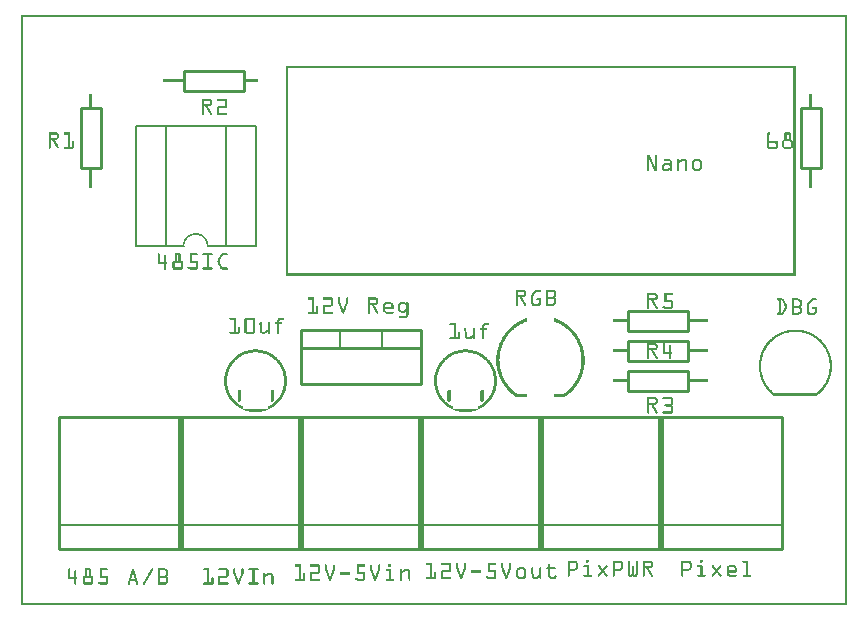
<source format=gto>
G04 MADE WITH FRITZING*
G04 WWW.FRITZING.ORG*
G04 DOUBLE SIDED*
G04 HOLES PLATED*
G04 CONTOUR ON CENTER OF CONTOUR VECTOR*
%ASAXBY*%
%FSLAX23Y23*%
%MOIN*%
%OFA0B0*%
%SFA1.0B1.0*%
%ADD10C,0.006000*%
%ADD11C,0.008000*%
%ADD12C,0.010000*%
%ADD13C,0.005000*%
%ADD14R,0.001000X0.001000*%
%LNSILK1*%
G90*
G70*
G54D10*
X383Y1598D02*
X383Y1198D01*
D02*
X783Y1198D02*
X783Y1598D01*
D02*
X383Y1598D02*
X483Y1598D01*
D02*
X383Y1198D02*
X483Y1198D01*
D02*
X783Y1198D02*
X683Y1198D01*
D02*
X483Y1198D02*
X483Y1598D01*
G54D11*
D02*
X483Y1198D02*
X543Y1198D01*
G54D10*
D02*
X483Y1598D02*
X683Y1598D01*
D02*
X683Y1198D02*
X683Y1598D01*
D02*
X683Y1198D02*
X623Y1198D01*
D02*
X683Y1598D02*
X783Y1598D01*
G54D12*
D02*
X200Y1458D02*
X200Y1658D01*
D02*
X200Y1658D02*
X266Y1658D01*
D02*
X266Y1658D02*
X266Y1458D01*
D02*
X266Y1458D02*
X200Y1458D01*
D02*
X543Y1781D02*
X743Y1781D01*
D02*
X743Y1781D02*
X743Y1715D01*
D02*
X743Y1715D02*
X543Y1715D01*
D02*
X543Y1715D02*
X543Y1781D01*
D02*
X1738Y628D02*
X1328Y628D01*
D02*
X1328Y628D02*
X1328Y188D01*
D02*
X1328Y188D02*
X1738Y188D01*
D02*
X1738Y188D02*
X1738Y628D01*
G54D13*
D02*
X1328Y268D02*
X1738Y268D01*
G54D12*
D02*
X1338Y628D02*
X928Y628D01*
D02*
X928Y628D02*
X928Y188D01*
D02*
X928Y188D02*
X1338Y188D01*
D02*
X1338Y188D02*
X1338Y628D01*
G54D13*
D02*
X928Y268D02*
X1338Y268D01*
G54D12*
D02*
X538Y628D02*
X128Y628D01*
D02*
X128Y628D02*
X128Y188D01*
D02*
X128Y188D02*
X538Y188D01*
D02*
X538Y188D02*
X538Y628D01*
G54D13*
D02*
X128Y268D02*
X538Y268D01*
G54D12*
D02*
X938Y628D02*
X528Y628D01*
D02*
X528Y628D02*
X528Y188D01*
D02*
X528Y188D02*
X938Y188D01*
D02*
X938Y188D02*
X938Y628D01*
G54D13*
D02*
X528Y268D02*
X938Y268D01*
G54D12*
D02*
X2538Y628D02*
X2128Y628D01*
D02*
X2128Y628D02*
X2128Y188D01*
D02*
X2128Y188D02*
X2538Y188D01*
D02*
X2538Y188D02*
X2538Y628D01*
G54D13*
D02*
X2128Y268D02*
X2538Y268D01*
G54D12*
D02*
X2138Y628D02*
X1728Y628D01*
D02*
X1728Y628D02*
X1728Y188D01*
D02*
X1728Y188D02*
X2138Y188D01*
D02*
X2138Y188D02*
X2138Y628D01*
G54D13*
D02*
X1728Y268D02*
X2138Y268D01*
G54D12*
D02*
X933Y918D02*
X1333Y918D01*
D02*
X1333Y918D02*
X1333Y738D01*
D02*
X1333Y738D02*
X933Y738D01*
D02*
X933Y738D02*
X933Y918D01*
D02*
X933Y918D02*
X1333Y918D01*
D02*
X1333Y918D02*
X1333Y858D01*
D02*
X1333Y858D02*
X933Y858D01*
D02*
X933Y858D02*
X933Y918D01*
G54D13*
D02*
X1063Y918D02*
X1063Y858D01*
D02*
X1203Y918D02*
X1203Y858D01*
G54D12*
D02*
X2600Y1458D02*
X2600Y1658D01*
D02*
X2600Y1658D02*
X2666Y1658D01*
D02*
X2666Y1658D02*
X2666Y1458D01*
D02*
X2666Y1458D02*
X2600Y1458D01*
D02*
X2224Y715D02*
X2024Y715D01*
D02*
X2024Y715D02*
X2024Y781D01*
D02*
X2024Y781D02*
X2224Y781D01*
D02*
X2224Y781D02*
X2224Y715D01*
D02*
X2224Y815D02*
X2024Y815D01*
D02*
X2024Y815D02*
X2024Y881D01*
D02*
X2024Y881D02*
X2224Y881D01*
D02*
X2224Y881D02*
X2224Y815D01*
D02*
X2224Y915D02*
X2024Y915D01*
D02*
X2024Y915D02*
X2024Y981D01*
D02*
X2024Y981D02*
X2224Y981D01*
D02*
X2224Y981D02*
X2224Y915D01*
G54D14*
X0Y1969D02*
X2754Y1969D01*
X0Y1968D02*
X2754Y1968D01*
X0Y1967D02*
X2754Y1967D01*
X0Y1966D02*
X2754Y1966D01*
X0Y1965D02*
X2754Y1965D01*
X0Y1964D02*
X2754Y1964D01*
X0Y1963D02*
X2754Y1963D01*
X0Y1962D02*
X2754Y1962D01*
X0Y1961D02*
X7Y1961D01*
X2747Y1961D02*
X2754Y1961D01*
X0Y1960D02*
X7Y1960D01*
X2747Y1960D02*
X2754Y1960D01*
X0Y1959D02*
X7Y1959D01*
X2747Y1959D02*
X2754Y1959D01*
X0Y1958D02*
X7Y1958D01*
X2747Y1958D02*
X2754Y1958D01*
X0Y1957D02*
X7Y1957D01*
X2747Y1957D02*
X2754Y1957D01*
X0Y1956D02*
X7Y1956D01*
X2747Y1956D02*
X2754Y1956D01*
X0Y1955D02*
X7Y1955D01*
X2747Y1955D02*
X2754Y1955D01*
X0Y1954D02*
X7Y1954D01*
X2747Y1954D02*
X2754Y1954D01*
X0Y1953D02*
X7Y1953D01*
X2747Y1953D02*
X2754Y1953D01*
X0Y1952D02*
X7Y1952D01*
X2747Y1952D02*
X2754Y1952D01*
X0Y1951D02*
X7Y1951D01*
X2747Y1951D02*
X2754Y1951D01*
X0Y1950D02*
X7Y1950D01*
X2747Y1950D02*
X2754Y1950D01*
X0Y1949D02*
X7Y1949D01*
X2747Y1949D02*
X2754Y1949D01*
X0Y1948D02*
X7Y1948D01*
X2747Y1948D02*
X2754Y1948D01*
X0Y1947D02*
X7Y1947D01*
X2747Y1947D02*
X2754Y1947D01*
X0Y1946D02*
X7Y1946D01*
X2747Y1946D02*
X2754Y1946D01*
X0Y1945D02*
X7Y1945D01*
X2747Y1945D02*
X2754Y1945D01*
X0Y1944D02*
X7Y1944D01*
X2747Y1944D02*
X2754Y1944D01*
X0Y1943D02*
X7Y1943D01*
X2747Y1943D02*
X2754Y1943D01*
X0Y1942D02*
X7Y1942D01*
X2747Y1942D02*
X2754Y1942D01*
X0Y1941D02*
X7Y1941D01*
X2747Y1941D02*
X2754Y1941D01*
X0Y1940D02*
X7Y1940D01*
X2747Y1940D02*
X2754Y1940D01*
X0Y1939D02*
X7Y1939D01*
X2747Y1939D02*
X2754Y1939D01*
X0Y1938D02*
X7Y1938D01*
X2747Y1938D02*
X2754Y1938D01*
X0Y1937D02*
X7Y1937D01*
X2747Y1937D02*
X2754Y1937D01*
X0Y1936D02*
X7Y1936D01*
X2747Y1936D02*
X2754Y1936D01*
X0Y1935D02*
X7Y1935D01*
X2747Y1935D02*
X2754Y1935D01*
X0Y1934D02*
X7Y1934D01*
X2747Y1934D02*
X2754Y1934D01*
X0Y1933D02*
X7Y1933D01*
X2747Y1933D02*
X2754Y1933D01*
X0Y1932D02*
X7Y1932D01*
X2747Y1932D02*
X2754Y1932D01*
X0Y1931D02*
X7Y1931D01*
X2747Y1931D02*
X2754Y1931D01*
X0Y1930D02*
X7Y1930D01*
X2747Y1930D02*
X2754Y1930D01*
X0Y1929D02*
X7Y1929D01*
X2747Y1929D02*
X2754Y1929D01*
X0Y1928D02*
X7Y1928D01*
X2747Y1928D02*
X2754Y1928D01*
X0Y1927D02*
X7Y1927D01*
X2747Y1927D02*
X2754Y1927D01*
X0Y1926D02*
X7Y1926D01*
X2747Y1926D02*
X2754Y1926D01*
X0Y1925D02*
X7Y1925D01*
X2747Y1925D02*
X2754Y1925D01*
X0Y1924D02*
X7Y1924D01*
X2747Y1924D02*
X2754Y1924D01*
X0Y1923D02*
X7Y1923D01*
X2747Y1923D02*
X2754Y1923D01*
X0Y1922D02*
X7Y1922D01*
X2747Y1922D02*
X2754Y1922D01*
X0Y1921D02*
X7Y1921D01*
X2747Y1921D02*
X2754Y1921D01*
X0Y1920D02*
X7Y1920D01*
X2747Y1920D02*
X2754Y1920D01*
X0Y1919D02*
X7Y1919D01*
X2747Y1919D02*
X2754Y1919D01*
X0Y1918D02*
X7Y1918D01*
X2747Y1918D02*
X2754Y1918D01*
X0Y1917D02*
X7Y1917D01*
X2747Y1917D02*
X2754Y1917D01*
X0Y1916D02*
X7Y1916D01*
X2747Y1916D02*
X2754Y1916D01*
X0Y1915D02*
X7Y1915D01*
X2747Y1915D02*
X2754Y1915D01*
X0Y1914D02*
X7Y1914D01*
X2747Y1914D02*
X2754Y1914D01*
X0Y1913D02*
X7Y1913D01*
X2747Y1913D02*
X2754Y1913D01*
X0Y1912D02*
X7Y1912D01*
X2747Y1912D02*
X2754Y1912D01*
X0Y1911D02*
X7Y1911D01*
X2747Y1911D02*
X2754Y1911D01*
X0Y1910D02*
X7Y1910D01*
X2747Y1910D02*
X2754Y1910D01*
X0Y1909D02*
X7Y1909D01*
X2747Y1909D02*
X2754Y1909D01*
X0Y1908D02*
X7Y1908D01*
X2747Y1908D02*
X2754Y1908D01*
X0Y1907D02*
X7Y1907D01*
X2747Y1907D02*
X2754Y1907D01*
X0Y1906D02*
X7Y1906D01*
X2747Y1906D02*
X2754Y1906D01*
X0Y1905D02*
X7Y1905D01*
X2747Y1905D02*
X2754Y1905D01*
X0Y1904D02*
X7Y1904D01*
X2747Y1904D02*
X2754Y1904D01*
X0Y1903D02*
X7Y1903D01*
X2747Y1903D02*
X2754Y1903D01*
X0Y1902D02*
X7Y1902D01*
X2747Y1902D02*
X2754Y1902D01*
X0Y1901D02*
X7Y1901D01*
X2747Y1901D02*
X2754Y1901D01*
X0Y1900D02*
X7Y1900D01*
X2747Y1900D02*
X2754Y1900D01*
X0Y1899D02*
X7Y1899D01*
X2747Y1899D02*
X2754Y1899D01*
X0Y1898D02*
X7Y1898D01*
X2747Y1898D02*
X2754Y1898D01*
X0Y1897D02*
X7Y1897D01*
X2747Y1897D02*
X2754Y1897D01*
X0Y1896D02*
X7Y1896D01*
X2747Y1896D02*
X2754Y1896D01*
X0Y1895D02*
X7Y1895D01*
X2747Y1895D02*
X2754Y1895D01*
X0Y1894D02*
X7Y1894D01*
X2747Y1894D02*
X2754Y1894D01*
X0Y1893D02*
X7Y1893D01*
X2747Y1893D02*
X2754Y1893D01*
X0Y1892D02*
X7Y1892D01*
X2747Y1892D02*
X2754Y1892D01*
X0Y1891D02*
X7Y1891D01*
X2747Y1891D02*
X2754Y1891D01*
X0Y1890D02*
X7Y1890D01*
X2747Y1890D02*
X2754Y1890D01*
X0Y1889D02*
X7Y1889D01*
X2747Y1889D02*
X2754Y1889D01*
X0Y1888D02*
X7Y1888D01*
X2747Y1888D02*
X2754Y1888D01*
X0Y1887D02*
X7Y1887D01*
X2747Y1887D02*
X2754Y1887D01*
X0Y1886D02*
X7Y1886D01*
X2747Y1886D02*
X2754Y1886D01*
X0Y1885D02*
X7Y1885D01*
X2747Y1885D02*
X2754Y1885D01*
X0Y1884D02*
X7Y1884D01*
X2747Y1884D02*
X2754Y1884D01*
X0Y1883D02*
X7Y1883D01*
X2747Y1883D02*
X2754Y1883D01*
X0Y1882D02*
X7Y1882D01*
X2747Y1882D02*
X2754Y1882D01*
X0Y1881D02*
X7Y1881D01*
X2747Y1881D02*
X2754Y1881D01*
X0Y1880D02*
X7Y1880D01*
X2747Y1880D02*
X2754Y1880D01*
X0Y1879D02*
X7Y1879D01*
X2747Y1879D02*
X2754Y1879D01*
X0Y1878D02*
X7Y1878D01*
X2747Y1878D02*
X2754Y1878D01*
X0Y1877D02*
X7Y1877D01*
X2747Y1877D02*
X2754Y1877D01*
X0Y1876D02*
X7Y1876D01*
X2747Y1876D02*
X2754Y1876D01*
X0Y1875D02*
X7Y1875D01*
X2747Y1875D02*
X2754Y1875D01*
X0Y1874D02*
X7Y1874D01*
X2747Y1874D02*
X2754Y1874D01*
X0Y1873D02*
X7Y1873D01*
X2747Y1873D02*
X2754Y1873D01*
X0Y1872D02*
X7Y1872D01*
X2747Y1872D02*
X2754Y1872D01*
X0Y1871D02*
X7Y1871D01*
X2747Y1871D02*
X2754Y1871D01*
X0Y1870D02*
X7Y1870D01*
X2747Y1870D02*
X2754Y1870D01*
X0Y1869D02*
X7Y1869D01*
X2747Y1869D02*
X2754Y1869D01*
X0Y1868D02*
X7Y1868D01*
X2747Y1868D02*
X2754Y1868D01*
X0Y1867D02*
X7Y1867D01*
X2747Y1867D02*
X2754Y1867D01*
X0Y1866D02*
X7Y1866D01*
X2747Y1866D02*
X2754Y1866D01*
X0Y1865D02*
X7Y1865D01*
X2747Y1865D02*
X2754Y1865D01*
X0Y1864D02*
X7Y1864D01*
X2747Y1864D02*
X2754Y1864D01*
X0Y1863D02*
X7Y1863D01*
X2747Y1863D02*
X2754Y1863D01*
X0Y1862D02*
X7Y1862D01*
X2747Y1862D02*
X2754Y1862D01*
X0Y1861D02*
X7Y1861D01*
X2747Y1861D02*
X2754Y1861D01*
X0Y1860D02*
X7Y1860D01*
X2747Y1860D02*
X2754Y1860D01*
X0Y1859D02*
X7Y1859D01*
X2747Y1859D02*
X2754Y1859D01*
X0Y1858D02*
X7Y1858D01*
X2747Y1858D02*
X2754Y1858D01*
X0Y1857D02*
X7Y1857D01*
X2747Y1857D02*
X2754Y1857D01*
X0Y1856D02*
X7Y1856D01*
X2747Y1856D02*
X2754Y1856D01*
X0Y1855D02*
X7Y1855D01*
X2747Y1855D02*
X2754Y1855D01*
X0Y1854D02*
X7Y1854D01*
X2747Y1854D02*
X2754Y1854D01*
X0Y1853D02*
X7Y1853D01*
X2747Y1853D02*
X2754Y1853D01*
X0Y1852D02*
X7Y1852D01*
X2747Y1852D02*
X2754Y1852D01*
X0Y1851D02*
X7Y1851D01*
X2747Y1851D02*
X2754Y1851D01*
X0Y1850D02*
X7Y1850D01*
X2747Y1850D02*
X2754Y1850D01*
X0Y1849D02*
X7Y1849D01*
X2747Y1849D02*
X2754Y1849D01*
X0Y1848D02*
X7Y1848D01*
X2747Y1848D02*
X2754Y1848D01*
X0Y1847D02*
X7Y1847D01*
X2747Y1847D02*
X2754Y1847D01*
X0Y1846D02*
X7Y1846D01*
X2747Y1846D02*
X2754Y1846D01*
X0Y1845D02*
X7Y1845D01*
X2747Y1845D02*
X2754Y1845D01*
X0Y1844D02*
X7Y1844D01*
X2747Y1844D02*
X2754Y1844D01*
X0Y1843D02*
X7Y1843D01*
X2747Y1843D02*
X2754Y1843D01*
X0Y1842D02*
X7Y1842D01*
X2747Y1842D02*
X2754Y1842D01*
X0Y1841D02*
X7Y1841D01*
X2747Y1841D02*
X2754Y1841D01*
X0Y1840D02*
X7Y1840D01*
X2747Y1840D02*
X2754Y1840D01*
X0Y1839D02*
X7Y1839D01*
X2747Y1839D02*
X2754Y1839D01*
X0Y1838D02*
X7Y1838D01*
X2747Y1838D02*
X2754Y1838D01*
X0Y1837D02*
X7Y1837D01*
X2747Y1837D02*
X2754Y1837D01*
X0Y1836D02*
X7Y1836D01*
X2747Y1836D02*
X2754Y1836D01*
X0Y1835D02*
X7Y1835D01*
X2747Y1835D02*
X2754Y1835D01*
X0Y1834D02*
X7Y1834D01*
X2747Y1834D02*
X2754Y1834D01*
X0Y1833D02*
X7Y1833D01*
X2747Y1833D02*
X2754Y1833D01*
X0Y1832D02*
X7Y1832D01*
X2747Y1832D02*
X2754Y1832D01*
X0Y1831D02*
X7Y1831D01*
X2747Y1831D02*
X2754Y1831D01*
X0Y1830D02*
X7Y1830D01*
X2747Y1830D02*
X2754Y1830D01*
X0Y1829D02*
X7Y1829D01*
X2747Y1829D02*
X2754Y1829D01*
X0Y1828D02*
X7Y1828D01*
X2747Y1828D02*
X2754Y1828D01*
X0Y1827D02*
X7Y1827D01*
X2747Y1827D02*
X2754Y1827D01*
X0Y1826D02*
X7Y1826D01*
X2747Y1826D02*
X2754Y1826D01*
X0Y1825D02*
X7Y1825D01*
X2747Y1825D02*
X2754Y1825D01*
X0Y1824D02*
X7Y1824D01*
X2747Y1824D02*
X2754Y1824D01*
X0Y1823D02*
X7Y1823D01*
X2747Y1823D02*
X2754Y1823D01*
X0Y1822D02*
X7Y1822D01*
X2747Y1822D02*
X2754Y1822D01*
X0Y1821D02*
X7Y1821D01*
X2747Y1821D02*
X2754Y1821D01*
X0Y1820D02*
X7Y1820D01*
X2747Y1820D02*
X2754Y1820D01*
X0Y1819D02*
X7Y1819D01*
X2747Y1819D02*
X2754Y1819D01*
X0Y1818D02*
X7Y1818D01*
X2747Y1818D02*
X2754Y1818D01*
X0Y1817D02*
X7Y1817D01*
X2747Y1817D02*
X2754Y1817D01*
X0Y1816D02*
X7Y1816D01*
X2747Y1816D02*
X2754Y1816D01*
X0Y1815D02*
X7Y1815D01*
X2747Y1815D02*
X2754Y1815D01*
X0Y1814D02*
X7Y1814D01*
X2747Y1814D02*
X2754Y1814D01*
X0Y1813D02*
X7Y1813D01*
X2747Y1813D02*
X2754Y1813D01*
X0Y1812D02*
X7Y1812D01*
X2747Y1812D02*
X2754Y1812D01*
X0Y1811D02*
X7Y1811D01*
X2747Y1811D02*
X2754Y1811D01*
X0Y1810D02*
X7Y1810D01*
X2747Y1810D02*
X2754Y1810D01*
X0Y1809D02*
X7Y1809D01*
X2747Y1809D02*
X2754Y1809D01*
X0Y1808D02*
X7Y1808D01*
X2747Y1808D02*
X2754Y1808D01*
X0Y1807D02*
X7Y1807D01*
X2747Y1807D02*
X2754Y1807D01*
X0Y1806D02*
X7Y1806D01*
X2747Y1806D02*
X2754Y1806D01*
X0Y1805D02*
X7Y1805D01*
X2747Y1805D02*
X2754Y1805D01*
X0Y1804D02*
X7Y1804D01*
X2747Y1804D02*
X2754Y1804D01*
X0Y1803D02*
X7Y1803D01*
X2747Y1803D02*
X2754Y1803D01*
X0Y1802D02*
X7Y1802D01*
X2747Y1802D02*
X2754Y1802D01*
X0Y1801D02*
X7Y1801D01*
X2747Y1801D02*
X2754Y1801D01*
X0Y1800D02*
X7Y1800D01*
X2747Y1800D02*
X2754Y1800D01*
X0Y1799D02*
X7Y1799D01*
X883Y1799D02*
X2582Y1799D01*
X2747Y1799D02*
X2754Y1799D01*
X0Y1798D02*
X7Y1798D01*
X883Y1798D02*
X2582Y1798D01*
X2747Y1798D02*
X2754Y1798D01*
X0Y1797D02*
X7Y1797D01*
X883Y1797D02*
X2582Y1797D01*
X2747Y1797D02*
X2754Y1797D01*
X0Y1796D02*
X7Y1796D01*
X883Y1796D02*
X2582Y1796D01*
X2747Y1796D02*
X2754Y1796D01*
X0Y1795D02*
X7Y1795D01*
X883Y1795D02*
X2582Y1795D01*
X2747Y1795D02*
X2754Y1795D01*
X0Y1794D02*
X7Y1794D01*
X883Y1794D02*
X2582Y1794D01*
X2747Y1794D02*
X2754Y1794D01*
X0Y1793D02*
X7Y1793D01*
X883Y1793D02*
X2582Y1793D01*
X2747Y1793D02*
X2754Y1793D01*
X0Y1792D02*
X7Y1792D01*
X883Y1792D02*
X2582Y1792D01*
X2747Y1792D02*
X2754Y1792D01*
X0Y1791D02*
X7Y1791D01*
X883Y1791D02*
X890Y1791D01*
X2574Y1791D02*
X2582Y1791D01*
X2747Y1791D02*
X2754Y1791D01*
X0Y1790D02*
X7Y1790D01*
X883Y1790D02*
X890Y1790D01*
X2575Y1790D02*
X2582Y1790D01*
X2747Y1790D02*
X2754Y1790D01*
X0Y1789D02*
X7Y1789D01*
X883Y1789D02*
X890Y1789D01*
X2575Y1789D02*
X2582Y1789D01*
X2747Y1789D02*
X2754Y1789D01*
X0Y1788D02*
X7Y1788D01*
X883Y1788D02*
X890Y1788D01*
X2575Y1788D02*
X2582Y1788D01*
X2747Y1788D02*
X2754Y1788D01*
X0Y1787D02*
X7Y1787D01*
X883Y1787D02*
X890Y1787D01*
X2575Y1787D02*
X2582Y1787D01*
X2747Y1787D02*
X2754Y1787D01*
X0Y1786D02*
X7Y1786D01*
X883Y1786D02*
X890Y1786D01*
X2575Y1786D02*
X2582Y1786D01*
X2747Y1786D02*
X2754Y1786D01*
X0Y1785D02*
X7Y1785D01*
X883Y1785D02*
X890Y1785D01*
X2575Y1785D02*
X2582Y1785D01*
X2747Y1785D02*
X2754Y1785D01*
X0Y1784D02*
X7Y1784D01*
X883Y1784D02*
X890Y1784D01*
X2575Y1784D02*
X2582Y1784D01*
X2747Y1784D02*
X2754Y1784D01*
X0Y1783D02*
X7Y1783D01*
X883Y1783D02*
X890Y1783D01*
X2575Y1783D02*
X2582Y1783D01*
X2747Y1783D02*
X2754Y1783D01*
X0Y1782D02*
X7Y1782D01*
X883Y1782D02*
X890Y1782D01*
X2575Y1782D02*
X2582Y1782D01*
X2747Y1782D02*
X2754Y1782D01*
X0Y1781D02*
X7Y1781D01*
X883Y1781D02*
X890Y1781D01*
X2575Y1781D02*
X2582Y1781D01*
X2747Y1781D02*
X2754Y1781D01*
X0Y1780D02*
X7Y1780D01*
X883Y1780D02*
X890Y1780D01*
X2575Y1780D02*
X2582Y1780D01*
X2747Y1780D02*
X2754Y1780D01*
X0Y1779D02*
X7Y1779D01*
X883Y1779D02*
X890Y1779D01*
X2575Y1779D02*
X2582Y1779D01*
X2747Y1779D02*
X2754Y1779D01*
X0Y1778D02*
X7Y1778D01*
X883Y1778D02*
X890Y1778D01*
X2575Y1778D02*
X2582Y1778D01*
X2747Y1778D02*
X2754Y1778D01*
X0Y1777D02*
X7Y1777D01*
X883Y1777D02*
X890Y1777D01*
X2575Y1777D02*
X2582Y1777D01*
X2747Y1777D02*
X2754Y1777D01*
X0Y1776D02*
X7Y1776D01*
X883Y1776D02*
X890Y1776D01*
X2575Y1776D02*
X2582Y1776D01*
X2747Y1776D02*
X2754Y1776D01*
X0Y1775D02*
X7Y1775D01*
X883Y1775D02*
X890Y1775D01*
X2575Y1775D02*
X2582Y1775D01*
X2747Y1775D02*
X2754Y1775D01*
X0Y1774D02*
X7Y1774D01*
X883Y1774D02*
X890Y1774D01*
X2575Y1774D02*
X2582Y1774D01*
X2747Y1774D02*
X2754Y1774D01*
X0Y1773D02*
X7Y1773D01*
X883Y1773D02*
X890Y1773D01*
X2575Y1773D02*
X2582Y1773D01*
X2747Y1773D02*
X2754Y1773D01*
X0Y1772D02*
X7Y1772D01*
X883Y1772D02*
X890Y1772D01*
X2575Y1772D02*
X2582Y1772D01*
X2747Y1772D02*
X2754Y1772D01*
X0Y1771D02*
X7Y1771D01*
X883Y1771D02*
X890Y1771D01*
X2575Y1771D02*
X2582Y1771D01*
X2747Y1771D02*
X2754Y1771D01*
X0Y1770D02*
X7Y1770D01*
X883Y1770D02*
X890Y1770D01*
X2575Y1770D02*
X2582Y1770D01*
X2747Y1770D02*
X2754Y1770D01*
X0Y1769D02*
X7Y1769D01*
X883Y1769D02*
X890Y1769D01*
X2575Y1769D02*
X2582Y1769D01*
X2747Y1769D02*
X2754Y1769D01*
X0Y1768D02*
X7Y1768D01*
X883Y1768D02*
X890Y1768D01*
X2575Y1768D02*
X2582Y1768D01*
X2747Y1768D02*
X2754Y1768D01*
X0Y1767D02*
X7Y1767D01*
X883Y1767D02*
X890Y1767D01*
X2575Y1767D02*
X2582Y1767D01*
X2747Y1767D02*
X2754Y1767D01*
X0Y1766D02*
X7Y1766D01*
X883Y1766D02*
X890Y1766D01*
X2575Y1766D02*
X2582Y1766D01*
X2747Y1766D02*
X2754Y1766D01*
X0Y1765D02*
X7Y1765D01*
X883Y1765D02*
X890Y1765D01*
X2575Y1765D02*
X2582Y1765D01*
X2747Y1765D02*
X2754Y1765D01*
X0Y1764D02*
X7Y1764D01*
X883Y1764D02*
X890Y1764D01*
X2575Y1764D02*
X2582Y1764D01*
X2747Y1764D02*
X2754Y1764D01*
X0Y1763D02*
X7Y1763D01*
X883Y1763D02*
X890Y1763D01*
X2575Y1763D02*
X2582Y1763D01*
X2747Y1763D02*
X2754Y1763D01*
X0Y1762D02*
X7Y1762D01*
X883Y1762D02*
X890Y1762D01*
X2575Y1762D02*
X2582Y1762D01*
X2747Y1762D02*
X2754Y1762D01*
X0Y1761D02*
X7Y1761D01*
X883Y1761D02*
X890Y1761D01*
X2575Y1761D02*
X2582Y1761D01*
X2747Y1761D02*
X2754Y1761D01*
X0Y1760D02*
X7Y1760D01*
X883Y1760D02*
X890Y1760D01*
X2575Y1760D02*
X2582Y1760D01*
X2747Y1760D02*
X2754Y1760D01*
X0Y1759D02*
X7Y1759D01*
X883Y1759D02*
X890Y1759D01*
X2575Y1759D02*
X2582Y1759D01*
X2747Y1759D02*
X2754Y1759D01*
X0Y1758D02*
X7Y1758D01*
X883Y1758D02*
X890Y1758D01*
X2575Y1758D02*
X2582Y1758D01*
X2747Y1758D02*
X2754Y1758D01*
X0Y1757D02*
X7Y1757D01*
X883Y1757D02*
X890Y1757D01*
X2575Y1757D02*
X2582Y1757D01*
X2747Y1757D02*
X2754Y1757D01*
X0Y1756D02*
X7Y1756D01*
X883Y1756D02*
X890Y1756D01*
X2575Y1756D02*
X2582Y1756D01*
X2747Y1756D02*
X2754Y1756D01*
X0Y1755D02*
X7Y1755D01*
X883Y1755D02*
X890Y1755D01*
X2575Y1755D02*
X2582Y1755D01*
X2747Y1755D02*
X2754Y1755D01*
X0Y1754D02*
X7Y1754D01*
X476Y1754D02*
X541Y1754D01*
X743Y1754D02*
X790Y1754D01*
X883Y1754D02*
X890Y1754D01*
X2575Y1754D02*
X2582Y1754D01*
X2747Y1754D02*
X2754Y1754D01*
X0Y1753D02*
X7Y1753D01*
X476Y1753D02*
X542Y1753D01*
X743Y1753D02*
X790Y1753D01*
X883Y1753D02*
X890Y1753D01*
X2575Y1753D02*
X2582Y1753D01*
X2747Y1753D02*
X2754Y1753D01*
X0Y1752D02*
X7Y1752D01*
X476Y1752D02*
X542Y1752D01*
X743Y1752D02*
X790Y1752D01*
X883Y1752D02*
X890Y1752D01*
X2575Y1752D02*
X2582Y1752D01*
X2747Y1752D02*
X2754Y1752D01*
X0Y1751D02*
X7Y1751D01*
X476Y1751D02*
X542Y1751D01*
X743Y1751D02*
X790Y1751D01*
X883Y1751D02*
X890Y1751D01*
X2575Y1751D02*
X2582Y1751D01*
X2747Y1751D02*
X2754Y1751D01*
X0Y1750D02*
X7Y1750D01*
X476Y1750D02*
X542Y1750D01*
X743Y1750D02*
X790Y1750D01*
X883Y1750D02*
X890Y1750D01*
X2575Y1750D02*
X2582Y1750D01*
X2747Y1750D02*
X2754Y1750D01*
X0Y1749D02*
X7Y1749D01*
X476Y1749D02*
X542Y1749D01*
X743Y1749D02*
X790Y1749D01*
X883Y1749D02*
X890Y1749D01*
X2575Y1749D02*
X2582Y1749D01*
X2747Y1749D02*
X2754Y1749D01*
X0Y1748D02*
X7Y1748D01*
X476Y1748D02*
X542Y1748D01*
X743Y1748D02*
X790Y1748D01*
X883Y1748D02*
X890Y1748D01*
X2575Y1748D02*
X2582Y1748D01*
X2747Y1748D02*
X2754Y1748D01*
X0Y1747D02*
X7Y1747D01*
X476Y1747D02*
X542Y1747D01*
X743Y1747D02*
X790Y1747D01*
X883Y1747D02*
X890Y1747D01*
X2575Y1747D02*
X2582Y1747D01*
X2747Y1747D02*
X2754Y1747D01*
X0Y1746D02*
X7Y1746D01*
X476Y1746D02*
X542Y1746D01*
X743Y1746D02*
X790Y1746D01*
X883Y1746D02*
X890Y1746D01*
X2575Y1746D02*
X2582Y1746D01*
X2747Y1746D02*
X2754Y1746D01*
X0Y1745D02*
X7Y1745D01*
X476Y1745D02*
X542Y1745D01*
X743Y1745D02*
X790Y1745D01*
X883Y1745D02*
X890Y1745D01*
X2575Y1745D02*
X2582Y1745D01*
X2747Y1745D02*
X2754Y1745D01*
X0Y1744D02*
X7Y1744D01*
X883Y1744D02*
X890Y1744D01*
X2575Y1744D02*
X2582Y1744D01*
X2747Y1744D02*
X2754Y1744D01*
X0Y1743D02*
X7Y1743D01*
X883Y1743D02*
X890Y1743D01*
X2575Y1743D02*
X2582Y1743D01*
X2747Y1743D02*
X2754Y1743D01*
X0Y1742D02*
X7Y1742D01*
X883Y1742D02*
X890Y1742D01*
X2575Y1742D02*
X2582Y1742D01*
X2747Y1742D02*
X2754Y1742D01*
X0Y1741D02*
X7Y1741D01*
X883Y1741D02*
X890Y1741D01*
X2575Y1741D02*
X2582Y1741D01*
X2747Y1741D02*
X2754Y1741D01*
X0Y1740D02*
X7Y1740D01*
X883Y1740D02*
X890Y1740D01*
X2575Y1740D02*
X2582Y1740D01*
X2747Y1740D02*
X2754Y1740D01*
X0Y1739D02*
X7Y1739D01*
X883Y1739D02*
X890Y1739D01*
X2575Y1739D02*
X2582Y1739D01*
X2747Y1739D02*
X2754Y1739D01*
X0Y1738D02*
X7Y1738D01*
X883Y1738D02*
X890Y1738D01*
X2575Y1738D02*
X2582Y1738D01*
X2747Y1738D02*
X2754Y1738D01*
X0Y1737D02*
X7Y1737D01*
X883Y1737D02*
X890Y1737D01*
X2575Y1737D02*
X2582Y1737D01*
X2747Y1737D02*
X2754Y1737D01*
X0Y1736D02*
X7Y1736D01*
X883Y1736D02*
X890Y1736D01*
X2575Y1736D02*
X2582Y1736D01*
X2747Y1736D02*
X2754Y1736D01*
X0Y1735D02*
X7Y1735D01*
X883Y1735D02*
X890Y1735D01*
X2575Y1735D02*
X2582Y1735D01*
X2747Y1735D02*
X2754Y1735D01*
X0Y1734D02*
X7Y1734D01*
X883Y1734D02*
X890Y1734D01*
X2575Y1734D02*
X2582Y1734D01*
X2747Y1734D02*
X2754Y1734D01*
X0Y1733D02*
X7Y1733D01*
X883Y1733D02*
X890Y1733D01*
X2575Y1733D02*
X2582Y1733D01*
X2747Y1733D02*
X2754Y1733D01*
X0Y1732D02*
X7Y1732D01*
X883Y1732D02*
X890Y1732D01*
X2575Y1732D02*
X2582Y1732D01*
X2747Y1732D02*
X2754Y1732D01*
X0Y1731D02*
X7Y1731D01*
X883Y1731D02*
X890Y1731D01*
X2575Y1731D02*
X2582Y1731D01*
X2747Y1731D02*
X2754Y1731D01*
X0Y1730D02*
X7Y1730D01*
X883Y1730D02*
X890Y1730D01*
X2575Y1730D02*
X2582Y1730D01*
X2747Y1730D02*
X2754Y1730D01*
X0Y1729D02*
X7Y1729D01*
X883Y1729D02*
X890Y1729D01*
X2575Y1729D02*
X2582Y1729D01*
X2747Y1729D02*
X2754Y1729D01*
X0Y1728D02*
X7Y1728D01*
X883Y1728D02*
X890Y1728D01*
X2575Y1728D02*
X2582Y1728D01*
X2747Y1728D02*
X2754Y1728D01*
X0Y1727D02*
X7Y1727D01*
X883Y1727D02*
X890Y1727D01*
X2575Y1727D02*
X2582Y1727D01*
X2747Y1727D02*
X2754Y1727D01*
X0Y1726D02*
X7Y1726D01*
X883Y1726D02*
X890Y1726D01*
X2575Y1726D02*
X2582Y1726D01*
X2747Y1726D02*
X2754Y1726D01*
X0Y1725D02*
X7Y1725D01*
X883Y1725D02*
X890Y1725D01*
X2575Y1725D02*
X2582Y1725D01*
X2747Y1725D02*
X2754Y1725D01*
X0Y1724D02*
X7Y1724D01*
X883Y1724D02*
X890Y1724D01*
X2575Y1724D02*
X2582Y1724D01*
X2747Y1724D02*
X2754Y1724D01*
X0Y1723D02*
X7Y1723D01*
X883Y1723D02*
X890Y1723D01*
X2575Y1723D02*
X2582Y1723D01*
X2747Y1723D02*
X2754Y1723D01*
X0Y1722D02*
X7Y1722D01*
X883Y1722D02*
X890Y1722D01*
X2575Y1722D02*
X2582Y1722D01*
X2747Y1722D02*
X2754Y1722D01*
X0Y1721D02*
X7Y1721D01*
X883Y1721D02*
X890Y1721D01*
X2575Y1721D02*
X2582Y1721D01*
X2747Y1721D02*
X2754Y1721D01*
X0Y1720D02*
X7Y1720D01*
X883Y1720D02*
X890Y1720D01*
X2575Y1720D02*
X2582Y1720D01*
X2747Y1720D02*
X2754Y1720D01*
X0Y1719D02*
X7Y1719D01*
X883Y1719D02*
X890Y1719D01*
X2575Y1719D02*
X2582Y1719D01*
X2747Y1719D02*
X2754Y1719D01*
X0Y1718D02*
X7Y1718D01*
X883Y1718D02*
X890Y1718D01*
X2575Y1718D02*
X2582Y1718D01*
X2747Y1718D02*
X2754Y1718D01*
X0Y1717D02*
X7Y1717D01*
X883Y1717D02*
X890Y1717D01*
X2575Y1717D02*
X2582Y1717D01*
X2747Y1717D02*
X2754Y1717D01*
X0Y1716D02*
X7Y1716D01*
X883Y1716D02*
X890Y1716D01*
X2575Y1716D02*
X2582Y1716D01*
X2747Y1716D02*
X2754Y1716D01*
X0Y1715D02*
X7Y1715D01*
X883Y1715D02*
X890Y1715D01*
X2575Y1715D02*
X2582Y1715D01*
X2747Y1715D02*
X2754Y1715D01*
X0Y1714D02*
X7Y1714D01*
X883Y1714D02*
X890Y1714D01*
X2575Y1714D02*
X2582Y1714D01*
X2747Y1714D02*
X2754Y1714D01*
X0Y1713D02*
X7Y1713D01*
X883Y1713D02*
X890Y1713D01*
X2575Y1713D02*
X2582Y1713D01*
X2747Y1713D02*
X2754Y1713D01*
X0Y1712D02*
X7Y1712D01*
X883Y1712D02*
X890Y1712D01*
X2575Y1712D02*
X2582Y1712D01*
X2747Y1712D02*
X2754Y1712D01*
X0Y1711D02*
X7Y1711D01*
X883Y1711D02*
X890Y1711D01*
X2575Y1711D02*
X2582Y1711D01*
X2747Y1711D02*
X2754Y1711D01*
X0Y1710D02*
X7Y1710D01*
X883Y1710D02*
X890Y1710D01*
X2575Y1710D02*
X2582Y1710D01*
X2747Y1710D02*
X2754Y1710D01*
X0Y1709D02*
X7Y1709D01*
X883Y1709D02*
X890Y1709D01*
X2575Y1709D02*
X2582Y1709D01*
X2747Y1709D02*
X2754Y1709D01*
X0Y1708D02*
X7Y1708D01*
X883Y1708D02*
X890Y1708D01*
X2575Y1708D02*
X2582Y1708D01*
X2747Y1708D02*
X2754Y1708D01*
X0Y1707D02*
X7Y1707D01*
X228Y1707D02*
X228Y1707D01*
X883Y1707D02*
X890Y1707D01*
X2575Y1707D02*
X2582Y1707D01*
X2627Y1707D02*
X2627Y1707D01*
X2747Y1707D02*
X2754Y1707D01*
X0Y1706D02*
X7Y1706D01*
X228Y1706D02*
X237Y1706D01*
X883Y1706D02*
X890Y1706D01*
X2575Y1706D02*
X2582Y1706D01*
X2627Y1706D02*
X2636Y1706D01*
X2747Y1706D02*
X2754Y1706D01*
X0Y1705D02*
X7Y1705D01*
X228Y1705D02*
X237Y1705D01*
X883Y1705D02*
X890Y1705D01*
X2575Y1705D02*
X2582Y1705D01*
X2627Y1705D02*
X2636Y1705D01*
X2747Y1705D02*
X2754Y1705D01*
X0Y1704D02*
X7Y1704D01*
X228Y1704D02*
X237Y1704D01*
X883Y1704D02*
X890Y1704D01*
X2575Y1704D02*
X2582Y1704D01*
X2627Y1704D02*
X2636Y1704D01*
X2747Y1704D02*
X2754Y1704D01*
X0Y1703D02*
X7Y1703D01*
X228Y1703D02*
X237Y1703D01*
X883Y1703D02*
X890Y1703D01*
X2575Y1703D02*
X2582Y1703D01*
X2627Y1703D02*
X2636Y1703D01*
X2747Y1703D02*
X2754Y1703D01*
X0Y1702D02*
X7Y1702D01*
X228Y1702D02*
X237Y1702D01*
X883Y1702D02*
X890Y1702D01*
X2575Y1702D02*
X2582Y1702D01*
X2627Y1702D02*
X2636Y1702D01*
X2747Y1702D02*
X2754Y1702D01*
X0Y1701D02*
X7Y1701D01*
X228Y1701D02*
X237Y1701D01*
X883Y1701D02*
X890Y1701D01*
X2575Y1701D02*
X2582Y1701D01*
X2627Y1701D02*
X2636Y1701D01*
X2747Y1701D02*
X2754Y1701D01*
X0Y1700D02*
X7Y1700D01*
X228Y1700D02*
X237Y1700D01*
X883Y1700D02*
X890Y1700D01*
X2575Y1700D02*
X2582Y1700D01*
X2627Y1700D02*
X2636Y1700D01*
X2747Y1700D02*
X2754Y1700D01*
X0Y1699D02*
X7Y1699D01*
X228Y1699D02*
X237Y1699D01*
X883Y1699D02*
X890Y1699D01*
X2575Y1699D02*
X2582Y1699D01*
X2627Y1699D02*
X2636Y1699D01*
X2747Y1699D02*
X2754Y1699D01*
X0Y1698D02*
X7Y1698D01*
X228Y1698D02*
X237Y1698D01*
X883Y1698D02*
X890Y1698D01*
X2575Y1698D02*
X2582Y1698D01*
X2627Y1698D02*
X2636Y1698D01*
X2747Y1698D02*
X2754Y1698D01*
X0Y1697D02*
X7Y1697D01*
X228Y1697D02*
X237Y1697D01*
X883Y1697D02*
X890Y1697D01*
X2575Y1697D02*
X2582Y1697D01*
X2627Y1697D02*
X2636Y1697D01*
X2747Y1697D02*
X2754Y1697D01*
X0Y1696D02*
X7Y1696D01*
X228Y1696D02*
X237Y1696D01*
X883Y1696D02*
X890Y1696D01*
X2575Y1696D02*
X2582Y1696D01*
X2627Y1696D02*
X2636Y1696D01*
X2747Y1696D02*
X2754Y1696D01*
X0Y1695D02*
X7Y1695D01*
X228Y1695D02*
X237Y1695D01*
X883Y1695D02*
X890Y1695D01*
X2575Y1695D02*
X2582Y1695D01*
X2627Y1695D02*
X2636Y1695D01*
X2747Y1695D02*
X2754Y1695D01*
X0Y1694D02*
X7Y1694D01*
X228Y1694D02*
X237Y1694D01*
X883Y1694D02*
X890Y1694D01*
X2575Y1694D02*
X2582Y1694D01*
X2627Y1694D02*
X2636Y1694D01*
X2747Y1694D02*
X2754Y1694D01*
X0Y1693D02*
X7Y1693D01*
X228Y1693D02*
X237Y1693D01*
X883Y1693D02*
X890Y1693D01*
X2575Y1693D02*
X2582Y1693D01*
X2627Y1693D02*
X2636Y1693D01*
X2747Y1693D02*
X2754Y1693D01*
X0Y1692D02*
X7Y1692D01*
X228Y1692D02*
X237Y1692D01*
X883Y1692D02*
X890Y1692D01*
X2575Y1692D02*
X2582Y1692D01*
X2627Y1692D02*
X2636Y1692D01*
X2747Y1692D02*
X2754Y1692D01*
X0Y1691D02*
X7Y1691D01*
X228Y1691D02*
X237Y1691D01*
X883Y1691D02*
X890Y1691D01*
X2575Y1691D02*
X2582Y1691D01*
X2627Y1691D02*
X2636Y1691D01*
X2747Y1691D02*
X2754Y1691D01*
X0Y1690D02*
X7Y1690D01*
X228Y1690D02*
X237Y1690D01*
X883Y1690D02*
X890Y1690D01*
X2575Y1690D02*
X2582Y1690D01*
X2627Y1690D02*
X2636Y1690D01*
X2747Y1690D02*
X2754Y1690D01*
X0Y1689D02*
X7Y1689D01*
X228Y1689D02*
X237Y1689D01*
X883Y1689D02*
X890Y1689D01*
X2575Y1689D02*
X2582Y1689D01*
X2627Y1689D02*
X2636Y1689D01*
X2747Y1689D02*
X2754Y1689D01*
X0Y1688D02*
X7Y1688D01*
X228Y1688D02*
X237Y1688D01*
X604Y1688D02*
X631Y1688D01*
X656Y1688D02*
X684Y1688D01*
X883Y1688D02*
X890Y1688D01*
X2575Y1688D02*
X2582Y1688D01*
X2627Y1688D02*
X2636Y1688D01*
X2747Y1688D02*
X2754Y1688D01*
X0Y1687D02*
X7Y1687D01*
X228Y1687D02*
X237Y1687D01*
X604Y1687D02*
X633Y1687D01*
X655Y1687D02*
X686Y1687D01*
X883Y1687D02*
X890Y1687D01*
X2575Y1687D02*
X2582Y1687D01*
X2627Y1687D02*
X2636Y1687D01*
X2747Y1687D02*
X2754Y1687D01*
X0Y1686D02*
X7Y1686D01*
X228Y1686D02*
X237Y1686D01*
X604Y1686D02*
X634Y1686D01*
X655Y1686D02*
X687Y1686D01*
X883Y1686D02*
X890Y1686D01*
X2575Y1686D02*
X2582Y1686D01*
X2627Y1686D02*
X2636Y1686D01*
X2747Y1686D02*
X2754Y1686D01*
X0Y1685D02*
X7Y1685D01*
X228Y1685D02*
X237Y1685D01*
X604Y1685D02*
X635Y1685D01*
X655Y1685D02*
X687Y1685D01*
X883Y1685D02*
X890Y1685D01*
X2575Y1685D02*
X2582Y1685D01*
X2627Y1685D02*
X2636Y1685D01*
X2747Y1685D02*
X2754Y1685D01*
X0Y1684D02*
X7Y1684D01*
X228Y1684D02*
X237Y1684D01*
X604Y1684D02*
X636Y1684D01*
X655Y1684D02*
X688Y1684D01*
X883Y1684D02*
X890Y1684D01*
X2575Y1684D02*
X2582Y1684D01*
X2627Y1684D02*
X2636Y1684D01*
X2747Y1684D02*
X2754Y1684D01*
X0Y1683D02*
X7Y1683D01*
X228Y1683D02*
X237Y1683D01*
X604Y1683D02*
X637Y1683D01*
X655Y1683D02*
X688Y1683D01*
X883Y1683D02*
X890Y1683D01*
X2575Y1683D02*
X2582Y1683D01*
X2627Y1683D02*
X2636Y1683D01*
X2747Y1683D02*
X2754Y1683D01*
X0Y1682D02*
X7Y1682D01*
X228Y1682D02*
X237Y1682D01*
X604Y1682D02*
X637Y1682D01*
X657Y1682D02*
X688Y1682D01*
X883Y1682D02*
X890Y1682D01*
X2575Y1682D02*
X2582Y1682D01*
X2627Y1682D02*
X2636Y1682D01*
X2747Y1682D02*
X2754Y1682D01*
X0Y1681D02*
X7Y1681D01*
X228Y1681D02*
X237Y1681D01*
X604Y1681D02*
X610Y1681D01*
X630Y1681D02*
X638Y1681D01*
X682Y1681D02*
X688Y1681D01*
X883Y1681D02*
X890Y1681D01*
X2575Y1681D02*
X2582Y1681D01*
X2627Y1681D02*
X2636Y1681D01*
X2747Y1681D02*
X2754Y1681D01*
X0Y1680D02*
X7Y1680D01*
X228Y1680D02*
X237Y1680D01*
X604Y1680D02*
X610Y1680D01*
X631Y1680D02*
X638Y1680D01*
X682Y1680D02*
X688Y1680D01*
X883Y1680D02*
X890Y1680D01*
X2575Y1680D02*
X2582Y1680D01*
X2627Y1680D02*
X2636Y1680D01*
X2747Y1680D02*
X2754Y1680D01*
X0Y1679D02*
X7Y1679D01*
X228Y1679D02*
X237Y1679D01*
X604Y1679D02*
X610Y1679D01*
X632Y1679D02*
X638Y1679D01*
X682Y1679D02*
X688Y1679D01*
X883Y1679D02*
X890Y1679D01*
X2575Y1679D02*
X2582Y1679D01*
X2627Y1679D02*
X2636Y1679D01*
X2747Y1679D02*
X2754Y1679D01*
X0Y1678D02*
X7Y1678D01*
X228Y1678D02*
X237Y1678D01*
X604Y1678D02*
X610Y1678D01*
X632Y1678D02*
X638Y1678D01*
X682Y1678D02*
X688Y1678D01*
X883Y1678D02*
X890Y1678D01*
X2575Y1678D02*
X2582Y1678D01*
X2627Y1678D02*
X2636Y1678D01*
X2747Y1678D02*
X2754Y1678D01*
X0Y1677D02*
X7Y1677D01*
X228Y1677D02*
X237Y1677D01*
X604Y1677D02*
X610Y1677D01*
X632Y1677D02*
X638Y1677D01*
X682Y1677D02*
X688Y1677D01*
X883Y1677D02*
X890Y1677D01*
X2575Y1677D02*
X2582Y1677D01*
X2627Y1677D02*
X2636Y1677D01*
X2747Y1677D02*
X2754Y1677D01*
X0Y1676D02*
X7Y1676D01*
X228Y1676D02*
X237Y1676D01*
X604Y1676D02*
X610Y1676D01*
X632Y1676D02*
X638Y1676D01*
X682Y1676D02*
X688Y1676D01*
X883Y1676D02*
X890Y1676D01*
X2575Y1676D02*
X2582Y1676D01*
X2627Y1676D02*
X2636Y1676D01*
X2747Y1676D02*
X2754Y1676D01*
X0Y1675D02*
X7Y1675D01*
X228Y1675D02*
X237Y1675D01*
X604Y1675D02*
X610Y1675D01*
X632Y1675D02*
X638Y1675D01*
X682Y1675D02*
X688Y1675D01*
X883Y1675D02*
X890Y1675D01*
X2575Y1675D02*
X2582Y1675D01*
X2627Y1675D02*
X2636Y1675D01*
X2747Y1675D02*
X2754Y1675D01*
X0Y1674D02*
X7Y1674D01*
X228Y1674D02*
X237Y1674D01*
X604Y1674D02*
X610Y1674D01*
X632Y1674D02*
X638Y1674D01*
X682Y1674D02*
X688Y1674D01*
X883Y1674D02*
X890Y1674D01*
X2575Y1674D02*
X2582Y1674D01*
X2627Y1674D02*
X2636Y1674D01*
X2747Y1674D02*
X2754Y1674D01*
X0Y1673D02*
X7Y1673D01*
X228Y1673D02*
X237Y1673D01*
X604Y1673D02*
X610Y1673D01*
X632Y1673D02*
X638Y1673D01*
X682Y1673D02*
X688Y1673D01*
X883Y1673D02*
X890Y1673D01*
X2575Y1673D02*
X2582Y1673D01*
X2627Y1673D02*
X2636Y1673D01*
X2747Y1673D02*
X2754Y1673D01*
X0Y1672D02*
X7Y1672D01*
X228Y1672D02*
X237Y1672D01*
X604Y1672D02*
X610Y1672D01*
X631Y1672D02*
X638Y1672D01*
X682Y1672D02*
X688Y1672D01*
X883Y1672D02*
X890Y1672D01*
X2575Y1672D02*
X2582Y1672D01*
X2627Y1672D02*
X2636Y1672D01*
X2747Y1672D02*
X2754Y1672D01*
X0Y1671D02*
X7Y1671D01*
X228Y1671D02*
X237Y1671D01*
X604Y1671D02*
X637Y1671D01*
X682Y1671D02*
X688Y1671D01*
X883Y1671D02*
X890Y1671D01*
X2575Y1671D02*
X2582Y1671D01*
X2627Y1671D02*
X2636Y1671D01*
X2747Y1671D02*
X2754Y1671D01*
X0Y1670D02*
X7Y1670D01*
X228Y1670D02*
X237Y1670D01*
X604Y1670D02*
X637Y1670D01*
X682Y1670D02*
X688Y1670D01*
X883Y1670D02*
X890Y1670D01*
X2575Y1670D02*
X2582Y1670D01*
X2627Y1670D02*
X2636Y1670D01*
X2747Y1670D02*
X2754Y1670D01*
X0Y1669D02*
X7Y1669D01*
X228Y1669D02*
X237Y1669D01*
X604Y1669D02*
X636Y1669D01*
X682Y1669D02*
X688Y1669D01*
X883Y1669D02*
X890Y1669D01*
X2575Y1669D02*
X2582Y1669D01*
X2627Y1669D02*
X2636Y1669D01*
X2747Y1669D02*
X2754Y1669D01*
X0Y1668D02*
X7Y1668D01*
X228Y1668D02*
X237Y1668D01*
X604Y1668D02*
X636Y1668D01*
X682Y1668D02*
X688Y1668D01*
X883Y1668D02*
X890Y1668D01*
X2575Y1668D02*
X2582Y1668D01*
X2627Y1668D02*
X2636Y1668D01*
X2747Y1668D02*
X2754Y1668D01*
X0Y1667D02*
X7Y1667D01*
X228Y1667D02*
X237Y1667D01*
X604Y1667D02*
X635Y1667D01*
X682Y1667D02*
X688Y1667D01*
X883Y1667D02*
X890Y1667D01*
X2575Y1667D02*
X2582Y1667D01*
X2627Y1667D02*
X2636Y1667D01*
X2747Y1667D02*
X2754Y1667D01*
X0Y1666D02*
X7Y1666D01*
X228Y1666D02*
X237Y1666D01*
X604Y1666D02*
X633Y1666D01*
X682Y1666D02*
X688Y1666D01*
X883Y1666D02*
X890Y1666D01*
X2575Y1666D02*
X2582Y1666D01*
X2627Y1666D02*
X2636Y1666D01*
X2747Y1666D02*
X2754Y1666D01*
X0Y1665D02*
X7Y1665D01*
X228Y1665D02*
X237Y1665D01*
X604Y1665D02*
X632Y1665D01*
X660Y1665D02*
X688Y1665D01*
X883Y1665D02*
X890Y1665D01*
X2575Y1665D02*
X2582Y1665D01*
X2627Y1665D02*
X2636Y1665D01*
X2747Y1665D02*
X2754Y1665D01*
X0Y1664D02*
X7Y1664D01*
X228Y1664D02*
X237Y1664D01*
X604Y1664D02*
X611Y1664D01*
X616Y1664D02*
X624Y1664D01*
X658Y1664D02*
X688Y1664D01*
X883Y1664D02*
X890Y1664D01*
X2575Y1664D02*
X2582Y1664D01*
X2627Y1664D02*
X2636Y1664D01*
X2747Y1664D02*
X2754Y1664D01*
X0Y1663D02*
X7Y1663D01*
X228Y1663D02*
X237Y1663D01*
X604Y1663D02*
X610Y1663D01*
X617Y1663D02*
X624Y1663D01*
X657Y1663D02*
X688Y1663D01*
X883Y1663D02*
X890Y1663D01*
X2575Y1663D02*
X2582Y1663D01*
X2627Y1663D02*
X2636Y1663D01*
X2747Y1663D02*
X2754Y1663D01*
X0Y1662D02*
X7Y1662D01*
X228Y1662D02*
X237Y1662D01*
X604Y1662D02*
X610Y1662D01*
X617Y1662D02*
X625Y1662D01*
X656Y1662D02*
X687Y1662D01*
X883Y1662D02*
X890Y1662D01*
X2575Y1662D02*
X2582Y1662D01*
X2627Y1662D02*
X2636Y1662D01*
X2747Y1662D02*
X2754Y1662D01*
X0Y1661D02*
X7Y1661D01*
X228Y1661D02*
X237Y1661D01*
X604Y1661D02*
X610Y1661D01*
X618Y1661D02*
X625Y1661D01*
X655Y1661D02*
X687Y1661D01*
X883Y1661D02*
X890Y1661D01*
X2575Y1661D02*
X2582Y1661D01*
X2627Y1661D02*
X2636Y1661D01*
X2747Y1661D02*
X2754Y1661D01*
X0Y1660D02*
X7Y1660D01*
X228Y1660D02*
X237Y1660D01*
X604Y1660D02*
X610Y1660D01*
X619Y1660D02*
X626Y1660D01*
X655Y1660D02*
X686Y1660D01*
X883Y1660D02*
X890Y1660D01*
X2575Y1660D02*
X2582Y1660D01*
X2627Y1660D02*
X2636Y1660D01*
X2747Y1660D02*
X2754Y1660D01*
X0Y1659D02*
X7Y1659D01*
X228Y1659D02*
X237Y1659D01*
X604Y1659D02*
X610Y1659D01*
X619Y1659D02*
X626Y1659D01*
X655Y1659D02*
X684Y1659D01*
X883Y1659D02*
X890Y1659D01*
X2575Y1659D02*
X2582Y1659D01*
X2628Y1659D02*
X2636Y1659D01*
X2747Y1659D02*
X2754Y1659D01*
X0Y1658D02*
X7Y1658D01*
X604Y1658D02*
X610Y1658D01*
X620Y1658D02*
X627Y1658D01*
X655Y1658D02*
X661Y1658D01*
X883Y1658D02*
X890Y1658D01*
X2575Y1658D02*
X2582Y1658D01*
X2747Y1658D02*
X2754Y1658D01*
X0Y1657D02*
X7Y1657D01*
X604Y1657D02*
X610Y1657D01*
X620Y1657D02*
X627Y1657D01*
X655Y1657D02*
X661Y1657D01*
X883Y1657D02*
X890Y1657D01*
X2575Y1657D02*
X2582Y1657D01*
X2747Y1657D02*
X2754Y1657D01*
X0Y1656D02*
X7Y1656D01*
X604Y1656D02*
X610Y1656D01*
X621Y1656D02*
X628Y1656D01*
X655Y1656D02*
X661Y1656D01*
X883Y1656D02*
X890Y1656D01*
X2575Y1656D02*
X2582Y1656D01*
X2747Y1656D02*
X2754Y1656D01*
X0Y1655D02*
X7Y1655D01*
X604Y1655D02*
X610Y1655D01*
X621Y1655D02*
X629Y1655D01*
X655Y1655D02*
X661Y1655D01*
X883Y1655D02*
X890Y1655D01*
X2575Y1655D02*
X2582Y1655D01*
X2747Y1655D02*
X2754Y1655D01*
X0Y1654D02*
X7Y1654D01*
X604Y1654D02*
X610Y1654D01*
X622Y1654D02*
X629Y1654D01*
X655Y1654D02*
X661Y1654D01*
X883Y1654D02*
X890Y1654D01*
X2575Y1654D02*
X2582Y1654D01*
X2747Y1654D02*
X2754Y1654D01*
X0Y1653D02*
X7Y1653D01*
X604Y1653D02*
X610Y1653D01*
X623Y1653D02*
X630Y1653D01*
X655Y1653D02*
X661Y1653D01*
X883Y1653D02*
X890Y1653D01*
X2575Y1653D02*
X2582Y1653D01*
X2747Y1653D02*
X2754Y1653D01*
X0Y1652D02*
X7Y1652D01*
X604Y1652D02*
X610Y1652D01*
X623Y1652D02*
X630Y1652D01*
X655Y1652D02*
X661Y1652D01*
X883Y1652D02*
X890Y1652D01*
X2575Y1652D02*
X2582Y1652D01*
X2747Y1652D02*
X2754Y1652D01*
X0Y1651D02*
X7Y1651D01*
X604Y1651D02*
X610Y1651D01*
X624Y1651D02*
X631Y1651D01*
X655Y1651D02*
X661Y1651D01*
X883Y1651D02*
X890Y1651D01*
X2575Y1651D02*
X2582Y1651D01*
X2747Y1651D02*
X2754Y1651D01*
X0Y1650D02*
X7Y1650D01*
X604Y1650D02*
X610Y1650D01*
X624Y1650D02*
X632Y1650D01*
X655Y1650D02*
X661Y1650D01*
X883Y1650D02*
X890Y1650D01*
X2575Y1650D02*
X2582Y1650D01*
X2747Y1650D02*
X2754Y1650D01*
X0Y1649D02*
X7Y1649D01*
X604Y1649D02*
X610Y1649D01*
X625Y1649D02*
X632Y1649D01*
X655Y1649D02*
X661Y1649D01*
X883Y1649D02*
X890Y1649D01*
X2575Y1649D02*
X2582Y1649D01*
X2747Y1649D02*
X2754Y1649D01*
X0Y1648D02*
X7Y1648D01*
X604Y1648D02*
X610Y1648D01*
X626Y1648D02*
X633Y1648D01*
X655Y1648D02*
X661Y1648D01*
X883Y1648D02*
X890Y1648D01*
X2575Y1648D02*
X2582Y1648D01*
X2747Y1648D02*
X2754Y1648D01*
X0Y1647D02*
X7Y1647D01*
X604Y1647D02*
X610Y1647D01*
X626Y1647D02*
X633Y1647D01*
X655Y1647D02*
X661Y1647D01*
X883Y1647D02*
X890Y1647D01*
X2575Y1647D02*
X2582Y1647D01*
X2747Y1647D02*
X2754Y1647D01*
X0Y1646D02*
X7Y1646D01*
X604Y1646D02*
X610Y1646D01*
X627Y1646D02*
X634Y1646D01*
X655Y1646D02*
X661Y1646D01*
X883Y1646D02*
X890Y1646D01*
X2575Y1646D02*
X2582Y1646D01*
X2747Y1646D02*
X2754Y1646D01*
X0Y1645D02*
X7Y1645D01*
X604Y1645D02*
X610Y1645D01*
X627Y1645D02*
X634Y1645D01*
X655Y1645D02*
X661Y1645D01*
X883Y1645D02*
X890Y1645D01*
X2575Y1645D02*
X2582Y1645D01*
X2747Y1645D02*
X2754Y1645D01*
X0Y1644D02*
X7Y1644D01*
X604Y1644D02*
X610Y1644D01*
X628Y1644D02*
X635Y1644D01*
X655Y1644D02*
X661Y1644D01*
X883Y1644D02*
X890Y1644D01*
X2575Y1644D02*
X2582Y1644D01*
X2747Y1644D02*
X2754Y1644D01*
X0Y1643D02*
X7Y1643D01*
X604Y1643D02*
X610Y1643D01*
X628Y1643D02*
X636Y1643D01*
X655Y1643D02*
X661Y1643D01*
X883Y1643D02*
X890Y1643D01*
X2575Y1643D02*
X2582Y1643D01*
X2747Y1643D02*
X2754Y1643D01*
X0Y1642D02*
X7Y1642D01*
X604Y1642D02*
X610Y1642D01*
X629Y1642D02*
X636Y1642D01*
X655Y1642D02*
X661Y1642D01*
X883Y1642D02*
X890Y1642D01*
X2575Y1642D02*
X2582Y1642D01*
X2747Y1642D02*
X2754Y1642D01*
X0Y1641D02*
X7Y1641D01*
X604Y1641D02*
X610Y1641D01*
X630Y1641D02*
X637Y1641D01*
X655Y1641D02*
X687Y1641D01*
X883Y1641D02*
X890Y1641D01*
X2575Y1641D02*
X2582Y1641D01*
X2747Y1641D02*
X2754Y1641D01*
X0Y1640D02*
X7Y1640D01*
X604Y1640D02*
X610Y1640D01*
X630Y1640D02*
X637Y1640D01*
X655Y1640D02*
X688Y1640D01*
X883Y1640D02*
X890Y1640D01*
X2575Y1640D02*
X2582Y1640D01*
X2747Y1640D02*
X2754Y1640D01*
X0Y1639D02*
X7Y1639D01*
X604Y1639D02*
X610Y1639D01*
X631Y1639D02*
X638Y1639D01*
X655Y1639D02*
X688Y1639D01*
X883Y1639D02*
X890Y1639D01*
X2575Y1639D02*
X2582Y1639D01*
X2747Y1639D02*
X2754Y1639D01*
X0Y1638D02*
X7Y1638D01*
X604Y1638D02*
X610Y1638D01*
X631Y1638D02*
X638Y1638D01*
X655Y1638D02*
X688Y1638D01*
X883Y1638D02*
X890Y1638D01*
X2575Y1638D02*
X2582Y1638D01*
X2747Y1638D02*
X2754Y1638D01*
X0Y1637D02*
X7Y1637D01*
X605Y1637D02*
X610Y1637D01*
X632Y1637D02*
X638Y1637D01*
X655Y1637D02*
X688Y1637D01*
X883Y1637D02*
X890Y1637D01*
X2575Y1637D02*
X2582Y1637D01*
X2747Y1637D02*
X2754Y1637D01*
X0Y1636D02*
X7Y1636D01*
X605Y1636D02*
X610Y1636D01*
X633Y1636D02*
X637Y1636D01*
X655Y1636D02*
X687Y1636D01*
X883Y1636D02*
X890Y1636D01*
X2575Y1636D02*
X2582Y1636D01*
X2747Y1636D02*
X2754Y1636D01*
X0Y1635D02*
X7Y1635D01*
X606Y1635D02*
X608Y1635D01*
X634Y1635D02*
X636Y1635D01*
X655Y1635D02*
X686Y1635D01*
X883Y1635D02*
X890Y1635D01*
X2575Y1635D02*
X2582Y1635D01*
X2747Y1635D02*
X2754Y1635D01*
X0Y1634D02*
X7Y1634D01*
X883Y1634D02*
X890Y1634D01*
X2575Y1634D02*
X2582Y1634D01*
X2747Y1634D02*
X2754Y1634D01*
X0Y1633D02*
X7Y1633D01*
X883Y1633D02*
X890Y1633D01*
X2575Y1633D02*
X2582Y1633D01*
X2747Y1633D02*
X2754Y1633D01*
X0Y1632D02*
X7Y1632D01*
X883Y1632D02*
X890Y1632D01*
X2575Y1632D02*
X2582Y1632D01*
X2747Y1632D02*
X2754Y1632D01*
X0Y1631D02*
X7Y1631D01*
X883Y1631D02*
X890Y1631D01*
X2575Y1631D02*
X2582Y1631D01*
X2747Y1631D02*
X2754Y1631D01*
X0Y1630D02*
X7Y1630D01*
X883Y1630D02*
X890Y1630D01*
X2575Y1630D02*
X2582Y1630D01*
X2747Y1630D02*
X2754Y1630D01*
X0Y1629D02*
X7Y1629D01*
X883Y1629D02*
X890Y1629D01*
X2575Y1629D02*
X2582Y1629D01*
X2747Y1629D02*
X2754Y1629D01*
X0Y1628D02*
X7Y1628D01*
X883Y1628D02*
X890Y1628D01*
X2575Y1628D02*
X2582Y1628D01*
X2747Y1628D02*
X2754Y1628D01*
X0Y1627D02*
X7Y1627D01*
X883Y1627D02*
X890Y1627D01*
X2575Y1627D02*
X2582Y1627D01*
X2747Y1627D02*
X2754Y1627D01*
X0Y1626D02*
X7Y1626D01*
X883Y1626D02*
X890Y1626D01*
X2575Y1626D02*
X2582Y1626D01*
X2747Y1626D02*
X2754Y1626D01*
X0Y1625D02*
X7Y1625D01*
X883Y1625D02*
X890Y1625D01*
X2575Y1625D02*
X2582Y1625D01*
X2747Y1625D02*
X2754Y1625D01*
X0Y1624D02*
X7Y1624D01*
X883Y1624D02*
X890Y1624D01*
X2575Y1624D02*
X2582Y1624D01*
X2747Y1624D02*
X2754Y1624D01*
X0Y1623D02*
X7Y1623D01*
X883Y1623D02*
X890Y1623D01*
X2575Y1623D02*
X2582Y1623D01*
X2747Y1623D02*
X2754Y1623D01*
X0Y1622D02*
X7Y1622D01*
X883Y1622D02*
X890Y1622D01*
X2575Y1622D02*
X2582Y1622D01*
X2747Y1622D02*
X2754Y1622D01*
X0Y1621D02*
X7Y1621D01*
X883Y1621D02*
X890Y1621D01*
X2575Y1621D02*
X2582Y1621D01*
X2747Y1621D02*
X2754Y1621D01*
X0Y1620D02*
X7Y1620D01*
X883Y1620D02*
X890Y1620D01*
X2575Y1620D02*
X2582Y1620D01*
X2747Y1620D02*
X2754Y1620D01*
X0Y1619D02*
X7Y1619D01*
X883Y1619D02*
X890Y1619D01*
X2575Y1619D02*
X2582Y1619D01*
X2747Y1619D02*
X2754Y1619D01*
X0Y1618D02*
X7Y1618D01*
X883Y1618D02*
X890Y1618D01*
X2575Y1618D02*
X2582Y1618D01*
X2747Y1618D02*
X2754Y1618D01*
X0Y1617D02*
X7Y1617D01*
X883Y1617D02*
X890Y1617D01*
X2575Y1617D02*
X2582Y1617D01*
X2747Y1617D02*
X2754Y1617D01*
X0Y1616D02*
X7Y1616D01*
X883Y1616D02*
X890Y1616D01*
X2575Y1616D02*
X2582Y1616D01*
X2747Y1616D02*
X2754Y1616D01*
X0Y1615D02*
X7Y1615D01*
X883Y1615D02*
X890Y1615D01*
X2575Y1615D02*
X2582Y1615D01*
X2747Y1615D02*
X2754Y1615D01*
X0Y1614D02*
X7Y1614D01*
X883Y1614D02*
X890Y1614D01*
X2575Y1614D02*
X2582Y1614D01*
X2747Y1614D02*
X2754Y1614D01*
X0Y1613D02*
X7Y1613D01*
X883Y1613D02*
X890Y1613D01*
X2575Y1613D02*
X2582Y1613D01*
X2747Y1613D02*
X2754Y1613D01*
X0Y1612D02*
X7Y1612D01*
X883Y1612D02*
X890Y1612D01*
X2575Y1612D02*
X2582Y1612D01*
X2747Y1612D02*
X2754Y1612D01*
X0Y1611D02*
X7Y1611D01*
X883Y1611D02*
X890Y1611D01*
X2575Y1611D02*
X2582Y1611D01*
X2747Y1611D02*
X2754Y1611D01*
X0Y1610D02*
X7Y1610D01*
X883Y1610D02*
X890Y1610D01*
X2575Y1610D02*
X2582Y1610D01*
X2747Y1610D02*
X2754Y1610D01*
X0Y1609D02*
X7Y1609D01*
X883Y1609D02*
X890Y1609D01*
X2575Y1609D02*
X2582Y1609D01*
X2747Y1609D02*
X2754Y1609D01*
X0Y1608D02*
X7Y1608D01*
X883Y1608D02*
X890Y1608D01*
X2575Y1608D02*
X2582Y1608D01*
X2747Y1608D02*
X2754Y1608D01*
X0Y1607D02*
X7Y1607D01*
X883Y1607D02*
X890Y1607D01*
X2575Y1607D02*
X2582Y1607D01*
X2747Y1607D02*
X2754Y1607D01*
X0Y1606D02*
X7Y1606D01*
X883Y1606D02*
X890Y1606D01*
X2575Y1606D02*
X2582Y1606D01*
X2747Y1606D02*
X2754Y1606D01*
X0Y1605D02*
X7Y1605D01*
X883Y1605D02*
X890Y1605D01*
X2575Y1605D02*
X2582Y1605D01*
X2747Y1605D02*
X2754Y1605D01*
X0Y1604D02*
X7Y1604D01*
X883Y1604D02*
X890Y1604D01*
X2575Y1604D02*
X2582Y1604D01*
X2747Y1604D02*
X2754Y1604D01*
X0Y1603D02*
X7Y1603D01*
X883Y1603D02*
X890Y1603D01*
X2575Y1603D02*
X2582Y1603D01*
X2747Y1603D02*
X2754Y1603D01*
X0Y1602D02*
X7Y1602D01*
X883Y1602D02*
X890Y1602D01*
X2575Y1602D02*
X2582Y1602D01*
X2747Y1602D02*
X2754Y1602D01*
X0Y1601D02*
X7Y1601D01*
X883Y1601D02*
X890Y1601D01*
X2575Y1601D02*
X2582Y1601D01*
X2747Y1601D02*
X2754Y1601D01*
X0Y1600D02*
X7Y1600D01*
X883Y1600D02*
X890Y1600D01*
X2575Y1600D02*
X2582Y1600D01*
X2747Y1600D02*
X2754Y1600D01*
X0Y1599D02*
X7Y1599D01*
X883Y1599D02*
X890Y1599D01*
X2575Y1599D02*
X2582Y1599D01*
X2747Y1599D02*
X2754Y1599D01*
X0Y1598D02*
X7Y1598D01*
X883Y1598D02*
X890Y1598D01*
X2575Y1598D02*
X2582Y1598D01*
X2747Y1598D02*
X2754Y1598D01*
X0Y1597D02*
X7Y1597D01*
X883Y1597D02*
X890Y1597D01*
X2575Y1597D02*
X2582Y1597D01*
X2747Y1597D02*
X2754Y1597D01*
X0Y1596D02*
X7Y1596D01*
X883Y1596D02*
X890Y1596D01*
X2575Y1596D02*
X2582Y1596D01*
X2747Y1596D02*
X2754Y1596D01*
X0Y1595D02*
X7Y1595D01*
X883Y1595D02*
X890Y1595D01*
X2575Y1595D02*
X2582Y1595D01*
X2747Y1595D02*
X2754Y1595D01*
X0Y1594D02*
X7Y1594D01*
X883Y1594D02*
X890Y1594D01*
X2575Y1594D02*
X2582Y1594D01*
X2747Y1594D02*
X2754Y1594D01*
X0Y1593D02*
X7Y1593D01*
X883Y1593D02*
X890Y1593D01*
X2575Y1593D02*
X2582Y1593D01*
X2747Y1593D02*
X2754Y1593D01*
X0Y1592D02*
X7Y1592D01*
X883Y1592D02*
X890Y1592D01*
X2575Y1592D02*
X2582Y1592D01*
X2747Y1592D02*
X2754Y1592D01*
X0Y1591D02*
X7Y1591D01*
X883Y1591D02*
X890Y1591D01*
X2575Y1591D02*
X2582Y1591D01*
X2747Y1591D02*
X2754Y1591D01*
X0Y1590D02*
X7Y1590D01*
X883Y1590D02*
X890Y1590D01*
X2575Y1590D02*
X2582Y1590D01*
X2747Y1590D02*
X2754Y1590D01*
X0Y1589D02*
X7Y1589D01*
X883Y1589D02*
X890Y1589D01*
X2575Y1589D02*
X2582Y1589D01*
X2747Y1589D02*
X2754Y1589D01*
X0Y1588D02*
X7Y1588D01*
X883Y1588D02*
X890Y1588D01*
X2575Y1588D02*
X2582Y1588D01*
X2747Y1588D02*
X2754Y1588D01*
X0Y1587D02*
X7Y1587D01*
X883Y1587D02*
X890Y1587D01*
X2575Y1587D02*
X2582Y1587D01*
X2747Y1587D02*
X2754Y1587D01*
X0Y1586D02*
X7Y1586D01*
X883Y1586D02*
X890Y1586D01*
X2575Y1586D02*
X2582Y1586D01*
X2747Y1586D02*
X2754Y1586D01*
X0Y1585D02*
X7Y1585D01*
X883Y1585D02*
X890Y1585D01*
X2575Y1585D02*
X2582Y1585D01*
X2747Y1585D02*
X2754Y1585D01*
X0Y1584D02*
X7Y1584D01*
X883Y1584D02*
X890Y1584D01*
X2575Y1584D02*
X2582Y1584D01*
X2747Y1584D02*
X2754Y1584D01*
X0Y1583D02*
X7Y1583D01*
X883Y1583D02*
X890Y1583D01*
X2575Y1583D02*
X2582Y1583D01*
X2747Y1583D02*
X2754Y1583D01*
X0Y1582D02*
X7Y1582D01*
X883Y1582D02*
X890Y1582D01*
X2575Y1582D02*
X2582Y1582D01*
X2747Y1582D02*
X2754Y1582D01*
X0Y1581D02*
X7Y1581D01*
X883Y1581D02*
X890Y1581D01*
X2575Y1581D02*
X2582Y1581D01*
X2747Y1581D02*
X2754Y1581D01*
X0Y1580D02*
X7Y1580D01*
X883Y1580D02*
X890Y1580D01*
X2575Y1580D02*
X2582Y1580D01*
X2747Y1580D02*
X2754Y1580D01*
X0Y1579D02*
X7Y1579D01*
X883Y1579D02*
X890Y1579D01*
X2575Y1579D02*
X2582Y1579D01*
X2747Y1579D02*
X2754Y1579D01*
X0Y1578D02*
X7Y1578D01*
X883Y1578D02*
X890Y1578D01*
X2575Y1578D02*
X2582Y1578D01*
X2747Y1578D02*
X2754Y1578D01*
X0Y1577D02*
X7Y1577D01*
X93Y1577D02*
X120Y1577D01*
X145Y1577D02*
X163Y1577D01*
X883Y1577D02*
X890Y1577D01*
X2490Y1577D02*
X2497Y1577D01*
X2547Y1577D02*
X2564Y1577D01*
X2575Y1577D02*
X2582Y1577D01*
X2747Y1577D02*
X2754Y1577D01*
X0Y1576D02*
X7Y1576D01*
X93Y1576D02*
X122Y1576D01*
X144Y1576D02*
X163Y1576D01*
X883Y1576D02*
X890Y1576D01*
X2489Y1576D02*
X2498Y1576D01*
X2547Y1576D02*
X2565Y1576D01*
X2575Y1576D02*
X2582Y1576D01*
X2747Y1576D02*
X2754Y1576D01*
X0Y1575D02*
X7Y1575D01*
X93Y1575D02*
X123Y1575D01*
X144Y1575D02*
X163Y1575D01*
X883Y1575D02*
X890Y1575D01*
X2489Y1575D02*
X2498Y1575D01*
X2546Y1575D02*
X2566Y1575D01*
X2575Y1575D02*
X2582Y1575D01*
X2747Y1575D02*
X2754Y1575D01*
X0Y1574D02*
X7Y1574D01*
X93Y1574D02*
X124Y1574D01*
X144Y1574D02*
X163Y1574D01*
X883Y1574D02*
X890Y1574D01*
X2489Y1574D02*
X2498Y1574D01*
X2546Y1574D02*
X2566Y1574D01*
X2575Y1574D02*
X2582Y1574D01*
X2747Y1574D02*
X2754Y1574D01*
X0Y1573D02*
X7Y1573D01*
X93Y1573D02*
X125Y1573D01*
X144Y1573D02*
X163Y1573D01*
X883Y1573D02*
X890Y1573D01*
X2489Y1573D02*
X2498Y1573D01*
X2546Y1573D02*
X2566Y1573D01*
X2575Y1573D02*
X2582Y1573D01*
X2747Y1573D02*
X2754Y1573D01*
X0Y1572D02*
X7Y1572D01*
X93Y1572D02*
X126Y1572D01*
X144Y1572D02*
X163Y1572D01*
X883Y1572D02*
X890Y1572D01*
X2489Y1572D02*
X2498Y1572D01*
X2546Y1572D02*
X2566Y1572D01*
X2575Y1572D02*
X2582Y1572D01*
X2747Y1572D02*
X2754Y1572D01*
X0Y1571D02*
X7Y1571D01*
X93Y1571D02*
X126Y1571D01*
X146Y1571D02*
X163Y1571D01*
X883Y1571D02*
X890Y1571D01*
X2489Y1571D02*
X2496Y1571D01*
X2546Y1571D02*
X2566Y1571D01*
X2575Y1571D02*
X2582Y1571D01*
X2747Y1571D02*
X2754Y1571D01*
X0Y1570D02*
X7Y1570D01*
X93Y1570D02*
X99Y1570D01*
X119Y1570D02*
X127Y1570D01*
X157Y1570D02*
X163Y1570D01*
X883Y1570D02*
X890Y1570D01*
X2489Y1570D02*
X2495Y1570D01*
X2546Y1570D02*
X2552Y1570D01*
X2560Y1570D02*
X2566Y1570D01*
X2575Y1570D02*
X2582Y1570D01*
X2747Y1570D02*
X2754Y1570D01*
X0Y1569D02*
X7Y1569D01*
X93Y1569D02*
X99Y1569D01*
X120Y1569D02*
X127Y1569D01*
X157Y1569D02*
X163Y1569D01*
X883Y1569D02*
X890Y1569D01*
X2489Y1569D02*
X2495Y1569D01*
X2546Y1569D02*
X2552Y1569D01*
X2560Y1569D02*
X2566Y1569D01*
X2575Y1569D02*
X2582Y1569D01*
X2747Y1569D02*
X2754Y1569D01*
X0Y1568D02*
X7Y1568D01*
X93Y1568D02*
X99Y1568D01*
X121Y1568D02*
X127Y1568D01*
X157Y1568D02*
X163Y1568D01*
X883Y1568D02*
X890Y1568D01*
X2489Y1568D02*
X2495Y1568D01*
X2546Y1568D02*
X2552Y1568D01*
X2560Y1568D02*
X2566Y1568D01*
X2575Y1568D02*
X2582Y1568D01*
X2747Y1568D02*
X2754Y1568D01*
X0Y1567D02*
X7Y1567D01*
X93Y1567D02*
X99Y1567D01*
X121Y1567D02*
X127Y1567D01*
X157Y1567D02*
X163Y1567D01*
X883Y1567D02*
X890Y1567D01*
X2489Y1567D02*
X2495Y1567D01*
X2546Y1567D02*
X2552Y1567D01*
X2560Y1567D02*
X2566Y1567D01*
X2575Y1567D02*
X2582Y1567D01*
X2747Y1567D02*
X2754Y1567D01*
X0Y1566D02*
X7Y1566D01*
X93Y1566D02*
X99Y1566D01*
X121Y1566D02*
X127Y1566D01*
X157Y1566D02*
X163Y1566D01*
X883Y1566D02*
X890Y1566D01*
X2489Y1566D02*
X2495Y1566D01*
X2546Y1566D02*
X2552Y1566D01*
X2560Y1566D02*
X2566Y1566D01*
X2575Y1566D02*
X2582Y1566D01*
X2747Y1566D02*
X2754Y1566D01*
X0Y1565D02*
X7Y1565D01*
X93Y1565D02*
X99Y1565D01*
X121Y1565D02*
X127Y1565D01*
X157Y1565D02*
X163Y1565D01*
X883Y1565D02*
X890Y1565D01*
X2489Y1565D02*
X2495Y1565D01*
X2546Y1565D02*
X2552Y1565D01*
X2560Y1565D02*
X2566Y1565D01*
X2575Y1565D02*
X2582Y1565D01*
X2747Y1565D02*
X2754Y1565D01*
X0Y1564D02*
X7Y1564D01*
X93Y1564D02*
X99Y1564D01*
X121Y1564D02*
X127Y1564D01*
X157Y1564D02*
X163Y1564D01*
X883Y1564D02*
X890Y1564D01*
X2489Y1564D02*
X2495Y1564D01*
X2546Y1564D02*
X2552Y1564D01*
X2560Y1564D02*
X2566Y1564D01*
X2575Y1564D02*
X2582Y1564D01*
X2747Y1564D02*
X2754Y1564D01*
X0Y1563D02*
X7Y1563D01*
X93Y1563D02*
X99Y1563D01*
X121Y1563D02*
X127Y1563D01*
X157Y1563D02*
X163Y1563D01*
X883Y1563D02*
X890Y1563D01*
X2489Y1563D02*
X2495Y1563D01*
X2546Y1563D02*
X2552Y1563D01*
X2560Y1563D02*
X2566Y1563D01*
X2575Y1563D02*
X2582Y1563D01*
X2747Y1563D02*
X2754Y1563D01*
X0Y1562D02*
X7Y1562D01*
X93Y1562D02*
X99Y1562D01*
X121Y1562D02*
X127Y1562D01*
X157Y1562D02*
X163Y1562D01*
X883Y1562D02*
X890Y1562D01*
X2489Y1562D02*
X2495Y1562D01*
X2546Y1562D02*
X2552Y1562D01*
X2560Y1562D02*
X2566Y1562D01*
X2575Y1562D02*
X2582Y1562D01*
X2747Y1562D02*
X2754Y1562D01*
X0Y1561D02*
X7Y1561D01*
X93Y1561D02*
X99Y1561D01*
X120Y1561D02*
X127Y1561D01*
X157Y1561D02*
X163Y1561D01*
X883Y1561D02*
X890Y1561D01*
X2489Y1561D02*
X2495Y1561D01*
X2546Y1561D02*
X2552Y1561D01*
X2560Y1561D02*
X2566Y1561D01*
X2575Y1561D02*
X2582Y1561D01*
X2747Y1561D02*
X2754Y1561D01*
X0Y1560D02*
X7Y1560D01*
X93Y1560D02*
X100Y1560D01*
X118Y1560D02*
X126Y1560D01*
X157Y1560D02*
X163Y1560D01*
X883Y1560D02*
X890Y1560D01*
X2489Y1560D02*
X2495Y1560D01*
X2546Y1560D02*
X2552Y1560D01*
X2560Y1560D02*
X2566Y1560D01*
X2575Y1560D02*
X2582Y1560D01*
X2747Y1560D02*
X2754Y1560D01*
X0Y1559D02*
X7Y1559D01*
X93Y1559D02*
X126Y1559D01*
X157Y1559D02*
X163Y1559D01*
X883Y1559D02*
X890Y1559D01*
X2489Y1559D02*
X2495Y1559D01*
X2546Y1559D02*
X2552Y1559D01*
X2560Y1559D02*
X2566Y1559D01*
X2575Y1559D02*
X2582Y1559D01*
X2747Y1559D02*
X2754Y1559D01*
X0Y1558D02*
X7Y1558D01*
X93Y1558D02*
X125Y1558D01*
X157Y1558D02*
X163Y1558D01*
X883Y1558D02*
X890Y1558D01*
X2489Y1558D02*
X2495Y1558D01*
X2546Y1558D02*
X2552Y1558D01*
X2560Y1558D02*
X2566Y1558D01*
X2575Y1558D02*
X2582Y1558D01*
X2747Y1558D02*
X2754Y1558D01*
X0Y1557D02*
X7Y1557D01*
X93Y1557D02*
X125Y1557D01*
X157Y1557D02*
X163Y1557D01*
X883Y1557D02*
X890Y1557D01*
X2489Y1557D02*
X2495Y1557D01*
X2546Y1557D02*
X2552Y1557D01*
X2560Y1557D02*
X2566Y1557D01*
X2575Y1557D02*
X2582Y1557D01*
X2747Y1557D02*
X2754Y1557D01*
X0Y1556D02*
X7Y1556D01*
X93Y1556D02*
X124Y1556D01*
X157Y1556D02*
X163Y1556D01*
X883Y1556D02*
X890Y1556D01*
X2489Y1556D02*
X2495Y1556D01*
X2546Y1556D02*
X2552Y1556D01*
X2560Y1556D02*
X2566Y1556D01*
X2575Y1556D02*
X2582Y1556D01*
X2747Y1556D02*
X2754Y1556D01*
X0Y1555D02*
X7Y1555D01*
X93Y1555D02*
X123Y1555D01*
X157Y1555D02*
X163Y1555D01*
X883Y1555D02*
X890Y1555D01*
X2489Y1555D02*
X2495Y1555D01*
X2546Y1555D02*
X2552Y1555D01*
X2560Y1555D02*
X2566Y1555D01*
X2575Y1555D02*
X2582Y1555D01*
X2747Y1555D02*
X2754Y1555D01*
X0Y1554D02*
X7Y1554D01*
X93Y1554D02*
X121Y1554D01*
X157Y1554D02*
X163Y1554D01*
X883Y1554D02*
X890Y1554D01*
X2489Y1554D02*
X2495Y1554D01*
X2545Y1554D02*
X2567Y1554D01*
X2575Y1554D02*
X2582Y1554D01*
X2747Y1554D02*
X2754Y1554D01*
X0Y1553D02*
X7Y1553D01*
X93Y1553D02*
X118Y1553D01*
X157Y1553D02*
X163Y1553D01*
X883Y1553D02*
X890Y1553D01*
X2489Y1553D02*
X2495Y1553D01*
X2542Y1553D02*
X2569Y1553D01*
X2575Y1553D02*
X2582Y1553D01*
X2747Y1553D02*
X2754Y1553D01*
X0Y1552D02*
X7Y1552D01*
X93Y1552D02*
X99Y1552D01*
X106Y1552D02*
X113Y1552D01*
X157Y1552D02*
X163Y1552D01*
X883Y1552D02*
X890Y1552D01*
X2489Y1552D02*
X2495Y1552D01*
X2541Y1552D02*
X2571Y1552D01*
X2575Y1552D02*
X2582Y1552D01*
X2747Y1552D02*
X2754Y1552D01*
X0Y1551D02*
X7Y1551D01*
X93Y1551D02*
X99Y1551D01*
X106Y1551D02*
X114Y1551D01*
X157Y1551D02*
X163Y1551D01*
X883Y1551D02*
X890Y1551D01*
X2489Y1551D02*
X2495Y1551D01*
X2540Y1551D02*
X2571Y1551D01*
X2575Y1551D02*
X2582Y1551D01*
X2747Y1551D02*
X2754Y1551D01*
X0Y1550D02*
X7Y1550D01*
X93Y1550D02*
X99Y1550D01*
X107Y1550D02*
X114Y1550D01*
X157Y1550D02*
X163Y1550D01*
X883Y1550D02*
X890Y1550D01*
X2489Y1550D02*
X2495Y1550D01*
X2540Y1550D02*
X2572Y1550D01*
X2575Y1550D02*
X2582Y1550D01*
X2747Y1550D02*
X2754Y1550D01*
X0Y1549D02*
X7Y1549D01*
X93Y1549D02*
X99Y1549D01*
X108Y1549D02*
X115Y1549D01*
X157Y1549D02*
X163Y1549D01*
X883Y1549D02*
X890Y1549D01*
X2489Y1549D02*
X2495Y1549D01*
X2539Y1549D02*
X2572Y1549D01*
X2575Y1549D02*
X2582Y1549D01*
X2747Y1549D02*
X2754Y1549D01*
X0Y1548D02*
X7Y1548D01*
X93Y1548D02*
X99Y1548D01*
X108Y1548D02*
X115Y1548D01*
X157Y1548D02*
X163Y1548D01*
X173Y1548D02*
X175Y1548D01*
X883Y1548D02*
X890Y1548D01*
X2489Y1548D02*
X2520Y1548D01*
X2539Y1548D02*
X2573Y1548D01*
X2575Y1548D02*
X2582Y1548D01*
X2747Y1548D02*
X2754Y1548D01*
X0Y1547D02*
X7Y1547D01*
X93Y1547D02*
X99Y1547D01*
X109Y1547D02*
X116Y1547D01*
X157Y1547D02*
X163Y1547D01*
X172Y1547D02*
X176Y1547D01*
X883Y1547D02*
X890Y1547D01*
X2489Y1547D02*
X2522Y1547D01*
X2539Y1547D02*
X2545Y1547D01*
X2566Y1547D02*
X2573Y1547D01*
X2575Y1547D02*
X2582Y1547D01*
X2747Y1547D02*
X2754Y1547D01*
X0Y1546D02*
X7Y1546D01*
X93Y1546D02*
X99Y1546D01*
X109Y1546D02*
X116Y1546D01*
X157Y1546D02*
X163Y1546D01*
X171Y1546D02*
X177Y1546D01*
X883Y1546D02*
X890Y1546D01*
X2489Y1546D02*
X2522Y1546D01*
X2539Y1546D02*
X2545Y1546D01*
X2567Y1546D02*
X2573Y1546D01*
X2575Y1546D02*
X2582Y1546D01*
X2747Y1546D02*
X2754Y1546D01*
X0Y1545D02*
X7Y1545D01*
X93Y1545D02*
X99Y1545D01*
X110Y1545D02*
X117Y1545D01*
X157Y1545D02*
X163Y1545D01*
X171Y1545D02*
X177Y1545D01*
X883Y1545D02*
X890Y1545D01*
X2489Y1545D02*
X2523Y1545D01*
X2539Y1545D02*
X2545Y1545D01*
X2567Y1545D02*
X2573Y1545D01*
X2575Y1545D02*
X2582Y1545D01*
X2747Y1545D02*
X2754Y1545D01*
X0Y1544D02*
X7Y1544D01*
X93Y1544D02*
X99Y1544D01*
X110Y1544D02*
X118Y1544D01*
X157Y1544D02*
X163Y1544D01*
X171Y1544D02*
X177Y1544D01*
X883Y1544D02*
X890Y1544D01*
X2489Y1544D02*
X2523Y1544D01*
X2539Y1544D02*
X2545Y1544D01*
X2567Y1544D02*
X2573Y1544D01*
X2575Y1544D02*
X2582Y1544D01*
X2747Y1544D02*
X2754Y1544D01*
X0Y1543D02*
X7Y1543D01*
X93Y1543D02*
X99Y1543D01*
X111Y1543D02*
X118Y1543D01*
X157Y1543D02*
X163Y1543D01*
X171Y1543D02*
X177Y1543D01*
X883Y1543D02*
X890Y1543D01*
X2489Y1543D02*
X2523Y1543D01*
X2539Y1543D02*
X2545Y1543D01*
X2567Y1543D02*
X2573Y1543D01*
X2575Y1543D02*
X2582Y1543D01*
X2747Y1543D02*
X2754Y1543D01*
X0Y1542D02*
X7Y1542D01*
X93Y1542D02*
X99Y1542D01*
X112Y1542D02*
X119Y1542D01*
X157Y1542D02*
X163Y1542D01*
X171Y1542D02*
X177Y1542D01*
X883Y1542D02*
X890Y1542D01*
X2489Y1542D02*
X2523Y1542D01*
X2539Y1542D02*
X2545Y1542D01*
X2567Y1542D02*
X2573Y1542D01*
X2575Y1542D02*
X2582Y1542D01*
X2747Y1542D02*
X2754Y1542D01*
X0Y1541D02*
X7Y1541D01*
X93Y1541D02*
X99Y1541D01*
X112Y1541D02*
X119Y1541D01*
X157Y1541D02*
X163Y1541D01*
X171Y1541D02*
X177Y1541D01*
X883Y1541D02*
X890Y1541D01*
X2489Y1541D02*
X2495Y1541D01*
X2516Y1541D02*
X2523Y1541D01*
X2539Y1541D02*
X2545Y1541D01*
X2567Y1541D02*
X2573Y1541D01*
X2575Y1541D02*
X2582Y1541D01*
X2747Y1541D02*
X2754Y1541D01*
X0Y1540D02*
X7Y1540D01*
X93Y1540D02*
X99Y1540D01*
X113Y1540D02*
X120Y1540D01*
X157Y1540D02*
X163Y1540D01*
X171Y1540D02*
X177Y1540D01*
X883Y1540D02*
X890Y1540D01*
X2489Y1540D02*
X2495Y1540D01*
X2517Y1540D02*
X2523Y1540D01*
X2539Y1540D02*
X2545Y1540D01*
X2567Y1540D02*
X2573Y1540D01*
X2575Y1540D02*
X2582Y1540D01*
X2747Y1540D02*
X2754Y1540D01*
X0Y1539D02*
X7Y1539D01*
X93Y1539D02*
X99Y1539D01*
X113Y1539D02*
X121Y1539D01*
X157Y1539D02*
X163Y1539D01*
X171Y1539D02*
X177Y1539D01*
X883Y1539D02*
X890Y1539D01*
X2489Y1539D02*
X2495Y1539D01*
X2517Y1539D02*
X2523Y1539D01*
X2539Y1539D02*
X2545Y1539D01*
X2567Y1539D02*
X2573Y1539D01*
X2575Y1539D02*
X2582Y1539D01*
X2747Y1539D02*
X2754Y1539D01*
X0Y1538D02*
X7Y1538D01*
X93Y1538D02*
X99Y1538D01*
X114Y1538D02*
X121Y1538D01*
X157Y1538D02*
X163Y1538D01*
X171Y1538D02*
X177Y1538D01*
X883Y1538D02*
X890Y1538D01*
X2489Y1538D02*
X2495Y1538D01*
X2517Y1538D02*
X2523Y1538D01*
X2539Y1538D02*
X2545Y1538D01*
X2567Y1538D02*
X2573Y1538D01*
X2575Y1538D02*
X2582Y1538D01*
X2747Y1538D02*
X2754Y1538D01*
X0Y1537D02*
X7Y1537D01*
X93Y1537D02*
X99Y1537D01*
X115Y1537D02*
X122Y1537D01*
X157Y1537D02*
X163Y1537D01*
X171Y1537D02*
X177Y1537D01*
X883Y1537D02*
X890Y1537D01*
X2489Y1537D02*
X2495Y1537D01*
X2517Y1537D02*
X2523Y1537D01*
X2539Y1537D02*
X2545Y1537D01*
X2567Y1537D02*
X2573Y1537D01*
X2575Y1537D02*
X2582Y1537D01*
X2747Y1537D02*
X2754Y1537D01*
X0Y1536D02*
X7Y1536D01*
X93Y1536D02*
X99Y1536D01*
X115Y1536D02*
X122Y1536D01*
X157Y1536D02*
X163Y1536D01*
X171Y1536D02*
X177Y1536D01*
X883Y1536D02*
X890Y1536D01*
X2489Y1536D02*
X2495Y1536D01*
X2517Y1536D02*
X2523Y1536D01*
X2539Y1536D02*
X2545Y1536D01*
X2567Y1536D02*
X2573Y1536D01*
X2575Y1536D02*
X2582Y1536D01*
X2747Y1536D02*
X2754Y1536D01*
X0Y1535D02*
X7Y1535D01*
X93Y1535D02*
X99Y1535D01*
X116Y1535D02*
X123Y1535D01*
X157Y1535D02*
X163Y1535D01*
X171Y1535D02*
X177Y1535D01*
X883Y1535D02*
X890Y1535D01*
X2489Y1535D02*
X2495Y1535D01*
X2517Y1535D02*
X2523Y1535D01*
X2539Y1535D02*
X2545Y1535D01*
X2567Y1535D02*
X2573Y1535D01*
X2575Y1535D02*
X2582Y1535D01*
X2747Y1535D02*
X2754Y1535D01*
X0Y1534D02*
X7Y1534D01*
X93Y1534D02*
X99Y1534D01*
X116Y1534D02*
X123Y1534D01*
X157Y1534D02*
X163Y1534D01*
X171Y1534D02*
X177Y1534D01*
X883Y1534D02*
X890Y1534D01*
X2489Y1534D02*
X2495Y1534D01*
X2517Y1534D02*
X2523Y1534D01*
X2539Y1534D02*
X2545Y1534D01*
X2567Y1534D02*
X2573Y1534D01*
X2575Y1534D02*
X2582Y1534D01*
X2747Y1534D02*
X2754Y1534D01*
X0Y1533D02*
X7Y1533D01*
X93Y1533D02*
X99Y1533D01*
X117Y1533D02*
X124Y1533D01*
X157Y1533D02*
X163Y1533D01*
X171Y1533D02*
X177Y1533D01*
X883Y1533D02*
X890Y1533D01*
X2489Y1533D02*
X2495Y1533D01*
X2517Y1533D02*
X2523Y1533D01*
X2539Y1533D02*
X2545Y1533D01*
X2567Y1533D02*
X2573Y1533D01*
X2575Y1533D02*
X2582Y1533D01*
X2747Y1533D02*
X2754Y1533D01*
X0Y1532D02*
X7Y1532D01*
X93Y1532D02*
X99Y1532D01*
X117Y1532D02*
X125Y1532D01*
X157Y1532D02*
X163Y1532D01*
X171Y1532D02*
X177Y1532D01*
X883Y1532D02*
X890Y1532D01*
X2489Y1532D02*
X2495Y1532D01*
X2517Y1532D02*
X2523Y1532D01*
X2539Y1532D02*
X2545Y1532D01*
X2567Y1532D02*
X2573Y1532D01*
X2575Y1532D02*
X2582Y1532D01*
X2747Y1532D02*
X2754Y1532D01*
X0Y1531D02*
X7Y1531D01*
X93Y1531D02*
X99Y1531D01*
X118Y1531D02*
X125Y1531D01*
X157Y1531D02*
X163Y1531D01*
X171Y1531D02*
X177Y1531D01*
X883Y1531D02*
X890Y1531D01*
X2489Y1531D02*
X2495Y1531D01*
X2517Y1531D02*
X2523Y1531D01*
X2539Y1531D02*
X2545Y1531D01*
X2567Y1531D02*
X2573Y1531D01*
X2575Y1531D02*
X2582Y1531D01*
X2747Y1531D02*
X2754Y1531D01*
X0Y1530D02*
X7Y1530D01*
X93Y1530D02*
X99Y1530D01*
X119Y1530D02*
X126Y1530D01*
X145Y1530D02*
X177Y1530D01*
X883Y1530D02*
X890Y1530D01*
X2489Y1530D02*
X2523Y1530D01*
X2539Y1530D02*
X2573Y1530D01*
X2575Y1530D02*
X2582Y1530D01*
X2747Y1530D02*
X2754Y1530D01*
X0Y1529D02*
X7Y1529D01*
X93Y1529D02*
X99Y1529D01*
X119Y1529D02*
X126Y1529D01*
X144Y1529D02*
X177Y1529D01*
X883Y1529D02*
X890Y1529D01*
X2489Y1529D02*
X2523Y1529D01*
X2539Y1529D02*
X2573Y1529D01*
X2575Y1529D02*
X2582Y1529D01*
X2747Y1529D02*
X2754Y1529D01*
X0Y1528D02*
X7Y1528D01*
X93Y1528D02*
X99Y1528D01*
X120Y1528D02*
X127Y1528D01*
X144Y1528D02*
X177Y1528D01*
X883Y1528D02*
X890Y1528D01*
X2489Y1528D02*
X2523Y1528D01*
X2540Y1528D02*
X2572Y1528D01*
X2575Y1528D02*
X2582Y1528D01*
X2747Y1528D02*
X2754Y1528D01*
X0Y1527D02*
X7Y1527D01*
X93Y1527D02*
X99Y1527D01*
X120Y1527D02*
X127Y1527D01*
X144Y1527D02*
X177Y1527D01*
X883Y1527D02*
X890Y1527D01*
X2489Y1527D02*
X2523Y1527D01*
X2540Y1527D02*
X2572Y1527D01*
X2575Y1527D02*
X2582Y1527D01*
X2747Y1527D02*
X2754Y1527D01*
X0Y1526D02*
X7Y1526D01*
X94Y1526D02*
X99Y1526D01*
X121Y1526D02*
X127Y1526D01*
X144Y1526D02*
X177Y1526D01*
X883Y1526D02*
X890Y1526D01*
X2489Y1526D02*
X2522Y1526D01*
X2541Y1526D02*
X2571Y1526D01*
X2575Y1526D02*
X2582Y1526D01*
X2747Y1526D02*
X2754Y1526D01*
X0Y1525D02*
X7Y1525D01*
X94Y1525D02*
X99Y1525D01*
X122Y1525D02*
X126Y1525D01*
X144Y1525D02*
X177Y1525D01*
X883Y1525D02*
X890Y1525D01*
X2490Y1525D02*
X2522Y1525D01*
X2542Y1525D02*
X2570Y1525D01*
X2575Y1525D02*
X2582Y1525D01*
X2747Y1525D02*
X2754Y1525D01*
X0Y1524D02*
X7Y1524D01*
X95Y1524D02*
X98Y1524D01*
X123Y1524D02*
X125Y1524D01*
X145Y1524D02*
X175Y1524D01*
X883Y1524D02*
X890Y1524D01*
X2491Y1524D02*
X2521Y1524D01*
X2544Y1524D02*
X2568Y1524D01*
X2575Y1524D02*
X2582Y1524D01*
X2747Y1524D02*
X2754Y1524D01*
X0Y1523D02*
X7Y1523D01*
X883Y1523D02*
X890Y1523D01*
X2575Y1523D02*
X2582Y1523D01*
X2747Y1523D02*
X2754Y1523D01*
X0Y1522D02*
X7Y1522D01*
X883Y1522D02*
X890Y1522D01*
X2575Y1522D02*
X2582Y1522D01*
X2747Y1522D02*
X2754Y1522D01*
X0Y1521D02*
X7Y1521D01*
X883Y1521D02*
X890Y1521D01*
X2575Y1521D02*
X2582Y1521D01*
X2747Y1521D02*
X2754Y1521D01*
X0Y1520D02*
X7Y1520D01*
X883Y1520D02*
X890Y1520D01*
X2575Y1520D02*
X2582Y1520D01*
X2747Y1520D02*
X2754Y1520D01*
X0Y1519D02*
X7Y1519D01*
X883Y1519D02*
X890Y1519D01*
X2575Y1519D02*
X2582Y1519D01*
X2747Y1519D02*
X2754Y1519D01*
X0Y1518D02*
X7Y1518D01*
X883Y1518D02*
X890Y1518D01*
X2575Y1518D02*
X2582Y1518D01*
X2747Y1518D02*
X2754Y1518D01*
X0Y1517D02*
X7Y1517D01*
X883Y1517D02*
X890Y1517D01*
X2575Y1517D02*
X2582Y1517D01*
X2747Y1517D02*
X2754Y1517D01*
X0Y1516D02*
X7Y1516D01*
X883Y1516D02*
X890Y1516D01*
X2575Y1516D02*
X2582Y1516D01*
X2747Y1516D02*
X2754Y1516D01*
X0Y1515D02*
X7Y1515D01*
X883Y1515D02*
X890Y1515D01*
X2575Y1515D02*
X2582Y1515D01*
X2747Y1515D02*
X2754Y1515D01*
X0Y1514D02*
X7Y1514D01*
X883Y1514D02*
X890Y1514D01*
X2575Y1514D02*
X2582Y1514D01*
X2747Y1514D02*
X2754Y1514D01*
X0Y1513D02*
X7Y1513D01*
X883Y1513D02*
X890Y1513D01*
X2575Y1513D02*
X2582Y1513D01*
X2747Y1513D02*
X2754Y1513D01*
X0Y1512D02*
X7Y1512D01*
X883Y1512D02*
X890Y1512D01*
X2575Y1512D02*
X2582Y1512D01*
X2747Y1512D02*
X2754Y1512D01*
X0Y1511D02*
X7Y1511D01*
X883Y1511D02*
X890Y1511D01*
X2575Y1511D02*
X2582Y1511D01*
X2747Y1511D02*
X2754Y1511D01*
X0Y1510D02*
X7Y1510D01*
X883Y1510D02*
X890Y1510D01*
X2575Y1510D02*
X2582Y1510D01*
X2747Y1510D02*
X2754Y1510D01*
X0Y1509D02*
X7Y1509D01*
X883Y1509D02*
X890Y1509D01*
X2575Y1509D02*
X2582Y1509D01*
X2747Y1509D02*
X2754Y1509D01*
X0Y1508D02*
X7Y1508D01*
X883Y1508D02*
X890Y1508D01*
X2575Y1508D02*
X2582Y1508D01*
X2747Y1508D02*
X2754Y1508D01*
X0Y1507D02*
X7Y1507D01*
X883Y1507D02*
X890Y1507D01*
X2575Y1507D02*
X2582Y1507D01*
X2747Y1507D02*
X2754Y1507D01*
X0Y1506D02*
X7Y1506D01*
X883Y1506D02*
X890Y1506D01*
X2575Y1506D02*
X2582Y1506D01*
X2747Y1506D02*
X2754Y1506D01*
X0Y1505D02*
X7Y1505D01*
X883Y1505D02*
X890Y1505D01*
X2575Y1505D02*
X2582Y1505D01*
X2747Y1505D02*
X2754Y1505D01*
X0Y1504D02*
X7Y1504D01*
X883Y1504D02*
X890Y1504D01*
X2575Y1504D02*
X2582Y1504D01*
X2747Y1504D02*
X2754Y1504D01*
X0Y1503D02*
X7Y1503D01*
X883Y1503D02*
X890Y1503D01*
X2087Y1503D02*
X2096Y1503D01*
X2116Y1503D02*
X2119Y1503D01*
X2575Y1503D02*
X2582Y1503D01*
X2747Y1503D02*
X2754Y1503D01*
X0Y1502D02*
X7Y1502D01*
X883Y1502D02*
X890Y1502D01*
X2087Y1502D02*
X2096Y1502D01*
X2115Y1502D02*
X2120Y1502D01*
X2575Y1502D02*
X2582Y1502D01*
X2747Y1502D02*
X2754Y1502D01*
X0Y1501D02*
X7Y1501D01*
X883Y1501D02*
X890Y1501D01*
X2087Y1501D02*
X2096Y1501D01*
X2115Y1501D02*
X2121Y1501D01*
X2575Y1501D02*
X2582Y1501D01*
X2747Y1501D02*
X2754Y1501D01*
X0Y1500D02*
X7Y1500D01*
X883Y1500D02*
X890Y1500D01*
X2087Y1500D02*
X2097Y1500D01*
X2115Y1500D02*
X2121Y1500D01*
X2575Y1500D02*
X2582Y1500D01*
X2747Y1500D02*
X2754Y1500D01*
X0Y1499D02*
X7Y1499D01*
X883Y1499D02*
X890Y1499D01*
X2087Y1499D02*
X2097Y1499D01*
X2115Y1499D02*
X2121Y1499D01*
X2575Y1499D02*
X2582Y1499D01*
X2747Y1499D02*
X2754Y1499D01*
X0Y1498D02*
X7Y1498D01*
X883Y1498D02*
X890Y1498D01*
X2087Y1498D02*
X2098Y1498D01*
X2115Y1498D02*
X2121Y1498D01*
X2575Y1498D02*
X2582Y1498D01*
X2747Y1498D02*
X2754Y1498D01*
X0Y1497D02*
X7Y1497D01*
X883Y1497D02*
X890Y1497D01*
X2087Y1497D02*
X2098Y1497D01*
X2115Y1497D02*
X2121Y1497D01*
X2575Y1497D02*
X2582Y1497D01*
X2747Y1497D02*
X2754Y1497D01*
X0Y1496D02*
X7Y1496D01*
X883Y1496D02*
X890Y1496D01*
X2087Y1496D02*
X2099Y1496D01*
X2115Y1496D02*
X2121Y1496D01*
X2575Y1496D02*
X2582Y1496D01*
X2747Y1496D02*
X2754Y1496D01*
X0Y1495D02*
X7Y1495D01*
X883Y1495D02*
X890Y1495D01*
X2087Y1495D02*
X2099Y1495D01*
X2115Y1495D02*
X2121Y1495D01*
X2575Y1495D02*
X2582Y1495D01*
X2747Y1495D02*
X2754Y1495D01*
X0Y1494D02*
X7Y1494D01*
X883Y1494D02*
X890Y1494D01*
X2087Y1494D02*
X2100Y1494D01*
X2115Y1494D02*
X2121Y1494D01*
X2575Y1494D02*
X2582Y1494D01*
X2747Y1494D02*
X2754Y1494D01*
X0Y1493D02*
X7Y1493D01*
X883Y1493D02*
X890Y1493D01*
X2087Y1493D02*
X2100Y1493D01*
X2115Y1493D02*
X2121Y1493D01*
X2575Y1493D02*
X2582Y1493D01*
X2747Y1493D02*
X2754Y1493D01*
X0Y1492D02*
X7Y1492D01*
X883Y1492D02*
X890Y1492D01*
X2087Y1492D02*
X2100Y1492D01*
X2115Y1492D02*
X2121Y1492D01*
X2575Y1492D02*
X2582Y1492D01*
X2747Y1492D02*
X2754Y1492D01*
X0Y1491D02*
X7Y1491D01*
X883Y1491D02*
X890Y1491D01*
X2087Y1491D02*
X2101Y1491D01*
X2115Y1491D02*
X2121Y1491D01*
X2575Y1491D02*
X2582Y1491D01*
X2747Y1491D02*
X2754Y1491D01*
X0Y1490D02*
X7Y1490D01*
X883Y1490D02*
X890Y1490D01*
X2087Y1490D02*
X2101Y1490D01*
X2115Y1490D02*
X2121Y1490D01*
X2575Y1490D02*
X2582Y1490D01*
X2747Y1490D02*
X2754Y1490D01*
X0Y1489D02*
X7Y1489D01*
X883Y1489D02*
X890Y1489D01*
X2087Y1489D02*
X2093Y1489D01*
X2095Y1489D02*
X2102Y1489D01*
X2115Y1489D02*
X2121Y1489D01*
X2575Y1489D02*
X2582Y1489D01*
X2747Y1489D02*
X2754Y1489D01*
X0Y1488D02*
X7Y1488D01*
X883Y1488D02*
X890Y1488D01*
X2087Y1488D02*
X2093Y1488D01*
X2095Y1488D02*
X2102Y1488D01*
X2115Y1488D02*
X2121Y1488D01*
X2145Y1488D02*
X2164Y1488D01*
X2189Y1488D02*
X2192Y1488D01*
X2203Y1488D02*
X2214Y1488D01*
X2246Y1488D02*
X2262Y1488D01*
X2575Y1488D02*
X2582Y1488D01*
X2747Y1488D02*
X2754Y1488D01*
X0Y1487D02*
X7Y1487D01*
X883Y1487D02*
X890Y1487D01*
X2087Y1487D02*
X2093Y1487D01*
X2096Y1487D02*
X2103Y1487D01*
X2115Y1487D02*
X2121Y1487D01*
X2145Y1487D02*
X2165Y1487D01*
X2188Y1487D02*
X2193Y1487D01*
X2201Y1487D02*
X2216Y1487D01*
X2245Y1487D02*
X2264Y1487D01*
X2575Y1487D02*
X2582Y1487D01*
X2747Y1487D02*
X2754Y1487D01*
X0Y1486D02*
X7Y1486D01*
X883Y1486D02*
X890Y1486D01*
X2087Y1486D02*
X2093Y1486D01*
X2096Y1486D02*
X2103Y1486D01*
X2115Y1486D02*
X2121Y1486D01*
X2144Y1486D02*
X2167Y1486D01*
X2188Y1486D02*
X2193Y1486D01*
X2199Y1486D02*
X2217Y1486D01*
X2243Y1486D02*
X2265Y1486D01*
X2575Y1486D02*
X2582Y1486D01*
X2747Y1486D02*
X2754Y1486D01*
X0Y1485D02*
X7Y1485D01*
X883Y1485D02*
X890Y1485D01*
X2087Y1485D02*
X2093Y1485D01*
X2097Y1485D02*
X2103Y1485D01*
X2115Y1485D02*
X2121Y1485D01*
X2144Y1485D02*
X2168Y1485D01*
X2187Y1485D02*
X2194Y1485D01*
X2198Y1485D02*
X2218Y1485D01*
X2242Y1485D02*
X2267Y1485D01*
X2575Y1485D02*
X2582Y1485D01*
X2747Y1485D02*
X2754Y1485D01*
X0Y1484D02*
X7Y1484D01*
X883Y1484D02*
X890Y1484D01*
X2087Y1484D02*
X2093Y1484D01*
X2097Y1484D02*
X2104Y1484D01*
X2115Y1484D02*
X2121Y1484D01*
X2144Y1484D02*
X2168Y1484D01*
X2187Y1484D02*
X2194Y1484D01*
X2196Y1484D02*
X2219Y1484D01*
X2241Y1484D02*
X2268Y1484D01*
X2575Y1484D02*
X2582Y1484D01*
X2747Y1484D02*
X2754Y1484D01*
X0Y1483D02*
X7Y1483D01*
X883Y1483D02*
X890Y1483D01*
X2087Y1483D02*
X2093Y1483D01*
X2098Y1483D02*
X2104Y1483D01*
X2115Y1483D02*
X2121Y1483D01*
X2145Y1483D02*
X2169Y1483D01*
X2187Y1483D02*
X2219Y1483D01*
X2240Y1483D02*
X2269Y1483D01*
X2575Y1483D02*
X2582Y1483D01*
X2747Y1483D02*
X2754Y1483D01*
X0Y1482D02*
X7Y1482D01*
X883Y1482D02*
X890Y1482D01*
X2087Y1482D02*
X2093Y1482D01*
X2098Y1482D02*
X2105Y1482D01*
X2115Y1482D02*
X2121Y1482D01*
X2146Y1482D02*
X2169Y1482D01*
X2187Y1482D02*
X2220Y1482D01*
X2239Y1482D02*
X2270Y1482D01*
X2575Y1482D02*
X2582Y1482D01*
X2747Y1482D02*
X2754Y1482D01*
X0Y1481D02*
X7Y1481D01*
X883Y1481D02*
X890Y1481D01*
X2087Y1481D02*
X2093Y1481D01*
X2099Y1481D02*
X2105Y1481D01*
X2115Y1481D02*
X2121Y1481D01*
X2163Y1481D02*
X2170Y1481D01*
X2187Y1481D02*
X2204Y1481D01*
X2213Y1481D02*
X2220Y1481D01*
X2239Y1481D02*
X2247Y1481D01*
X2262Y1481D02*
X2270Y1481D01*
X2575Y1481D02*
X2582Y1481D01*
X2747Y1481D02*
X2754Y1481D01*
X0Y1480D02*
X7Y1480D01*
X883Y1480D02*
X890Y1480D01*
X2087Y1480D02*
X2093Y1480D01*
X2099Y1480D02*
X2106Y1480D01*
X2115Y1480D02*
X2121Y1480D01*
X2163Y1480D02*
X2170Y1480D01*
X2187Y1480D02*
X2202Y1480D01*
X2214Y1480D02*
X2220Y1480D01*
X2238Y1480D02*
X2246Y1480D01*
X2263Y1480D02*
X2271Y1480D01*
X2575Y1480D02*
X2582Y1480D01*
X2747Y1480D02*
X2754Y1480D01*
X0Y1479D02*
X7Y1479D01*
X883Y1479D02*
X890Y1479D01*
X2087Y1479D02*
X2093Y1479D01*
X2099Y1479D02*
X2106Y1479D01*
X2115Y1479D02*
X2121Y1479D01*
X2164Y1479D02*
X2170Y1479D01*
X2187Y1479D02*
X2200Y1479D01*
X2214Y1479D02*
X2220Y1479D01*
X2238Y1479D02*
X2245Y1479D01*
X2264Y1479D02*
X2271Y1479D01*
X2575Y1479D02*
X2582Y1479D01*
X2747Y1479D02*
X2754Y1479D01*
X0Y1478D02*
X7Y1478D01*
X883Y1478D02*
X890Y1478D01*
X2087Y1478D02*
X2093Y1478D01*
X2100Y1478D02*
X2107Y1478D01*
X2115Y1478D02*
X2121Y1478D01*
X2164Y1478D02*
X2170Y1478D01*
X2187Y1478D02*
X2199Y1478D01*
X2214Y1478D02*
X2220Y1478D01*
X2238Y1478D02*
X2244Y1478D01*
X2265Y1478D02*
X2271Y1478D01*
X2575Y1478D02*
X2582Y1478D01*
X2747Y1478D02*
X2754Y1478D01*
X0Y1477D02*
X7Y1477D01*
X883Y1477D02*
X890Y1477D01*
X2087Y1477D02*
X2093Y1477D01*
X2100Y1477D02*
X2107Y1477D01*
X2115Y1477D02*
X2121Y1477D01*
X2164Y1477D02*
X2170Y1477D01*
X2187Y1477D02*
X2197Y1477D01*
X2214Y1477D02*
X2220Y1477D01*
X2238Y1477D02*
X2244Y1477D01*
X2265Y1477D02*
X2271Y1477D01*
X2575Y1477D02*
X2582Y1477D01*
X2747Y1477D02*
X2754Y1477D01*
X0Y1476D02*
X7Y1476D01*
X883Y1476D02*
X890Y1476D01*
X2087Y1476D02*
X2093Y1476D01*
X2101Y1476D02*
X2107Y1476D01*
X2115Y1476D02*
X2121Y1476D01*
X2164Y1476D02*
X2170Y1476D01*
X2187Y1476D02*
X2196Y1476D01*
X2214Y1476D02*
X2220Y1476D01*
X2238Y1476D02*
X2244Y1476D01*
X2265Y1476D02*
X2271Y1476D01*
X2575Y1476D02*
X2582Y1476D01*
X2747Y1476D02*
X2754Y1476D01*
X0Y1475D02*
X7Y1475D01*
X883Y1475D02*
X890Y1475D01*
X2087Y1475D02*
X2093Y1475D01*
X2101Y1475D02*
X2108Y1475D01*
X2115Y1475D02*
X2121Y1475D01*
X2164Y1475D02*
X2170Y1475D01*
X2187Y1475D02*
X2194Y1475D01*
X2214Y1475D02*
X2220Y1475D01*
X2238Y1475D02*
X2244Y1475D01*
X2265Y1475D02*
X2271Y1475D01*
X2575Y1475D02*
X2582Y1475D01*
X2747Y1475D02*
X2754Y1475D01*
X0Y1474D02*
X7Y1474D01*
X883Y1474D02*
X890Y1474D01*
X2087Y1474D02*
X2093Y1474D01*
X2102Y1474D02*
X2108Y1474D01*
X2115Y1474D02*
X2121Y1474D01*
X2146Y1474D02*
X2162Y1474D01*
X2164Y1474D02*
X2170Y1474D01*
X2187Y1474D02*
X2194Y1474D01*
X2214Y1474D02*
X2220Y1474D01*
X2238Y1474D02*
X2244Y1474D01*
X2265Y1474D02*
X2271Y1474D01*
X2575Y1474D02*
X2582Y1474D01*
X2747Y1474D02*
X2754Y1474D01*
X0Y1473D02*
X7Y1473D01*
X883Y1473D02*
X890Y1473D01*
X2087Y1473D02*
X2093Y1473D01*
X2102Y1473D02*
X2109Y1473D01*
X2115Y1473D02*
X2121Y1473D01*
X2143Y1473D02*
X2170Y1473D01*
X2187Y1473D02*
X2194Y1473D01*
X2214Y1473D02*
X2220Y1473D01*
X2238Y1473D02*
X2244Y1473D01*
X2265Y1473D02*
X2271Y1473D01*
X2575Y1473D02*
X2582Y1473D01*
X2747Y1473D02*
X2754Y1473D01*
X0Y1472D02*
X7Y1472D01*
X883Y1472D02*
X890Y1472D01*
X2087Y1472D02*
X2093Y1472D01*
X2102Y1472D02*
X2109Y1472D01*
X2115Y1472D02*
X2121Y1472D01*
X2141Y1472D02*
X2170Y1472D01*
X2187Y1472D02*
X2194Y1472D01*
X2214Y1472D02*
X2220Y1472D01*
X2238Y1472D02*
X2244Y1472D01*
X2265Y1472D02*
X2271Y1472D01*
X2575Y1472D02*
X2582Y1472D01*
X2747Y1472D02*
X2754Y1472D01*
X0Y1471D02*
X7Y1471D01*
X883Y1471D02*
X890Y1471D01*
X2087Y1471D02*
X2093Y1471D01*
X2103Y1471D02*
X2110Y1471D01*
X2115Y1471D02*
X2121Y1471D01*
X2140Y1471D02*
X2170Y1471D01*
X2187Y1471D02*
X2194Y1471D01*
X2214Y1471D02*
X2220Y1471D01*
X2238Y1471D02*
X2244Y1471D01*
X2265Y1471D02*
X2271Y1471D01*
X2575Y1471D02*
X2582Y1471D01*
X2747Y1471D02*
X2754Y1471D01*
X0Y1470D02*
X7Y1470D01*
X883Y1470D02*
X890Y1470D01*
X2087Y1470D02*
X2093Y1470D01*
X2103Y1470D02*
X2110Y1470D01*
X2115Y1470D02*
X2121Y1470D01*
X2139Y1470D02*
X2170Y1470D01*
X2187Y1470D02*
X2194Y1470D01*
X2214Y1470D02*
X2220Y1470D01*
X2238Y1470D02*
X2244Y1470D01*
X2265Y1470D02*
X2271Y1470D01*
X2575Y1470D02*
X2582Y1470D01*
X2747Y1470D02*
X2754Y1470D01*
X0Y1469D02*
X7Y1469D01*
X883Y1469D02*
X890Y1469D01*
X2087Y1469D02*
X2093Y1469D01*
X2104Y1469D02*
X2110Y1469D01*
X2115Y1469D02*
X2121Y1469D01*
X2139Y1469D02*
X2170Y1469D01*
X2187Y1469D02*
X2194Y1469D01*
X2214Y1469D02*
X2220Y1469D01*
X2238Y1469D02*
X2244Y1469D01*
X2265Y1469D02*
X2271Y1469D01*
X2575Y1469D02*
X2582Y1469D01*
X2747Y1469D02*
X2754Y1469D01*
X0Y1468D02*
X7Y1468D01*
X883Y1468D02*
X890Y1468D01*
X2087Y1468D02*
X2093Y1468D01*
X2104Y1468D02*
X2111Y1468D01*
X2115Y1468D02*
X2121Y1468D01*
X2138Y1468D02*
X2170Y1468D01*
X2187Y1468D02*
X2194Y1468D01*
X2215Y1468D02*
X2221Y1468D01*
X2238Y1468D02*
X2244Y1468D01*
X2265Y1468D02*
X2271Y1468D01*
X2575Y1468D02*
X2582Y1468D01*
X2747Y1468D02*
X2754Y1468D01*
X0Y1467D02*
X7Y1467D01*
X883Y1467D02*
X890Y1467D01*
X2087Y1467D02*
X2093Y1467D01*
X2105Y1467D02*
X2111Y1467D01*
X2115Y1467D02*
X2121Y1467D01*
X2138Y1467D02*
X2146Y1467D01*
X2162Y1467D02*
X2170Y1467D01*
X2187Y1467D02*
X2194Y1467D01*
X2215Y1467D02*
X2221Y1467D01*
X2238Y1467D02*
X2244Y1467D01*
X2265Y1467D02*
X2271Y1467D01*
X2575Y1467D02*
X2582Y1467D01*
X2747Y1467D02*
X2754Y1467D01*
X0Y1466D02*
X7Y1466D01*
X883Y1466D02*
X890Y1466D01*
X2087Y1466D02*
X2093Y1466D01*
X2105Y1466D02*
X2112Y1466D01*
X2115Y1466D02*
X2121Y1466D01*
X2138Y1466D02*
X2144Y1466D01*
X2163Y1466D02*
X2170Y1466D01*
X2187Y1466D02*
X2194Y1466D01*
X2215Y1466D02*
X2221Y1466D01*
X2238Y1466D02*
X2244Y1466D01*
X2265Y1466D02*
X2271Y1466D01*
X2575Y1466D02*
X2582Y1466D01*
X2747Y1466D02*
X2754Y1466D01*
X0Y1465D02*
X7Y1465D01*
X883Y1465D02*
X890Y1465D01*
X2087Y1465D02*
X2093Y1465D01*
X2106Y1465D02*
X2112Y1465D01*
X2115Y1465D02*
X2121Y1465D01*
X2137Y1465D02*
X2144Y1465D01*
X2164Y1465D02*
X2170Y1465D01*
X2187Y1465D02*
X2194Y1465D01*
X2215Y1465D02*
X2221Y1465D01*
X2238Y1465D02*
X2244Y1465D01*
X2265Y1465D02*
X2271Y1465D01*
X2575Y1465D02*
X2582Y1465D01*
X2747Y1465D02*
X2754Y1465D01*
X0Y1464D02*
X7Y1464D01*
X883Y1464D02*
X890Y1464D01*
X2087Y1464D02*
X2093Y1464D01*
X2106Y1464D02*
X2113Y1464D01*
X2115Y1464D02*
X2121Y1464D01*
X2137Y1464D02*
X2143Y1464D01*
X2164Y1464D02*
X2170Y1464D01*
X2187Y1464D02*
X2194Y1464D01*
X2215Y1464D02*
X2221Y1464D01*
X2238Y1464D02*
X2244Y1464D01*
X2265Y1464D02*
X2271Y1464D01*
X2575Y1464D02*
X2582Y1464D01*
X2747Y1464D02*
X2754Y1464D01*
X0Y1463D02*
X7Y1463D01*
X883Y1463D02*
X890Y1463D01*
X2087Y1463D02*
X2093Y1463D01*
X2106Y1463D02*
X2113Y1463D01*
X2115Y1463D02*
X2121Y1463D01*
X2137Y1463D02*
X2143Y1463D01*
X2164Y1463D02*
X2171Y1463D01*
X2187Y1463D02*
X2194Y1463D01*
X2215Y1463D02*
X2221Y1463D01*
X2238Y1463D02*
X2244Y1463D01*
X2265Y1463D02*
X2271Y1463D01*
X2575Y1463D02*
X2582Y1463D01*
X2747Y1463D02*
X2754Y1463D01*
X0Y1462D02*
X7Y1462D01*
X883Y1462D02*
X890Y1462D01*
X2087Y1462D02*
X2093Y1462D01*
X2107Y1462D02*
X2121Y1462D01*
X2137Y1462D02*
X2143Y1462D01*
X2164Y1462D02*
X2171Y1462D01*
X2187Y1462D02*
X2194Y1462D01*
X2215Y1462D02*
X2221Y1462D01*
X2238Y1462D02*
X2244Y1462D01*
X2265Y1462D02*
X2271Y1462D01*
X2575Y1462D02*
X2582Y1462D01*
X2747Y1462D02*
X2754Y1462D01*
X0Y1461D02*
X7Y1461D01*
X883Y1461D02*
X890Y1461D01*
X2087Y1461D02*
X2093Y1461D01*
X2107Y1461D02*
X2121Y1461D01*
X2137Y1461D02*
X2143Y1461D01*
X2164Y1461D02*
X2171Y1461D01*
X2187Y1461D02*
X2194Y1461D01*
X2215Y1461D02*
X2221Y1461D01*
X2238Y1461D02*
X2244Y1461D01*
X2265Y1461D02*
X2271Y1461D01*
X2575Y1461D02*
X2582Y1461D01*
X2747Y1461D02*
X2754Y1461D01*
X0Y1460D02*
X7Y1460D01*
X883Y1460D02*
X890Y1460D01*
X2087Y1460D02*
X2093Y1460D01*
X2108Y1460D02*
X2121Y1460D01*
X2137Y1460D02*
X2143Y1460D01*
X2163Y1460D02*
X2171Y1460D01*
X2187Y1460D02*
X2194Y1460D01*
X2215Y1460D02*
X2221Y1460D01*
X2238Y1460D02*
X2244Y1460D01*
X2265Y1460D02*
X2271Y1460D01*
X2575Y1460D02*
X2582Y1460D01*
X2747Y1460D02*
X2754Y1460D01*
X0Y1459D02*
X7Y1459D01*
X883Y1459D02*
X890Y1459D01*
X2087Y1459D02*
X2093Y1459D01*
X2108Y1459D02*
X2121Y1459D01*
X2137Y1459D02*
X2143Y1459D01*
X2161Y1459D02*
X2171Y1459D01*
X2187Y1459D02*
X2194Y1459D01*
X2215Y1459D02*
X2221Y1459D01*
X2238Y1459D02*
X2245Y1459D01*
X2264Y1459D02*
X2271Y1459D01*
X2575Y1459D02*
X2582Y1459D01*
X2747Y1459D02*
X2754Y1459D01*
X0Y1458D02*
X7Y1458D01*
X228Y1458D02*
X237Y1458D01*
X883Y1458D02*
X890Y1458D01*
X2087Y1458D02*
X2093Y1458D01*
X2109Y1458D02*
X2121Y1458D01*
X2137Y1458D02*
X2144Y1458D01*
X2160Y1458D02*
X2171Y1458D01*
X2187Y1458D02*
X2194Y1458D01*
X2215Y1458D02*
X2221Y1458D01*
X2238Y1458D02*
X2246Y1458D01*
X2263Y1458D02*
X2270Y1458D01*
X2575Y1458D02*
X2582Y1458D01*
X2627Y1458D02*
X2636Y1458D01*
X2747Y1458D02*
X2754Y1458D01*
X0Y1457D02*
X7Y1457D01*
X228Y1457D02*
X237Y1457D01*
X883Y1457D02*
X890Y1457D01*
X2087Y1457D02*
X2093Y1457D01*
X2109Y1457D02*
X2121Y1457D01*
X2138Y1457D02*
X2145Y1457D01*
X2158Y1457D02*
X2171Y1457D01*
X2187Y1457D02*
X2194Y1457D01*
X2215Y1457D02*
X2221Y1457D01*
X2239Y1457D02*
X2248Y1457D01*
X2261Y1457D02*
X2270Y1457D01*
X2575Y1457D02*
X2582Y1457D01*
X2627Y1457D02*
X2636Y1457D01*
X2747Y1457D02*
X2754Y1457D01*
X0Y1456D02*
X7Y1456D01*
X228Y1456D02*
X237Y1456D01*
X883Y1456D02*
X890Y1456D01*
X2087Y1456D02*
X2093Y1456D01*
X2109Y1456D02*
X2121Y1456D01*
X2138Y1456D02*
X2171Y1456D01*
X2187Y1456D02*
X2194Y1456D01*
X2215Y1456D02*
X2221Y1456D01*
X2239Y1456D02*
X2269Y1456D01*
X2575Y1456D02*
X2582Y1456D01*
X2627Y1456D02*
X2636Y1456D01*
X2747Y1456D02*
X2754Y1456D01*
X0Y1455D02*
X7Y1455D01*
X228Y1455D02*
X237Y1455D01*
X883Y1455D02*
X890Y1455D01*
X2087Y1455D02*
X2093Y1455D01*
X2110Y1455D02*
X2121Y1455D01*
X2138Y1455D02*
X2171Y1455D01*
X2187Y1455D02*
X2194Y1455D01*
X2215Y1455D02*
X2221Y1455D01*
X2240Y1455D02*
X2268Y1455D01*
X2575Y1455D02*
X2582Y1455D01*
X2627Y1455D02*
X2636Y1455D01*
X2747Y1455D02*
X2754Y1455D01*
X0Y1454D02*
X7Y1454D01*
X228Y1454D02*
X237Y1454D01*
X883Y1454D02*
X890Y1454D01*
X2087Y1454D02*
X2093Y1454D01*
X2110Y1454D02*
X2121Y1454D01*
X2139Y1454D02*
X2171Y1454D01*
X2187Y1454D02*
X2194Y1454D01*
X2215Y1454D02*
X2221Y1454D01*
X2241Y1454D02*
X2267Y1454D01*
X2575Y1454D02*
X2582Y1454D01*
X2627Y1454D02*
X2636Y1454D01*
X2747Y1454D02*
X2754Y1454D01*
X0Y1453D02*
X7Y1453D01*
X228Y1453D02*
X237Y1453D01*
X883Y1453D02*
X890Y1453D01*
X2087Y1453D02*
X2093Y1453D01*
X2111Y1453D02*
X2121Y1453D01*
X2140Y1453D02*
X2171Y1453D01*
X2187Y1453D02*
X2193Y1453D01*
X2215Y1453D02*
X2221Y1453D01*
X2242Y1453D02*
X2266Y1453D01*
X2575Y1453D02*
X2582Y1453D01*
X2627Y1453D02*
X2636Y1453D01*
X2747Y1453D02*
X2754Y1453D01*
X0Y1452D02*
X7Y1452D01*
X228Y1452D02*
X237Y1452D01*
X883Y1452D02*
X890Y1452D01*
X2087Y1452D02*
X2093Y1452D01*
X2111Y1452D02*
X2121Y1452D01*
X2141Y1452D02*
X2162Y1452D01*
X2165Y1452D02*
X2171Y1452D01*
X2188Y1452D02*
X2193Y1452D01*
X2215Y1452D02*
X2221Y1452D01*
X2244Y1452D02*
X2265Y1452D01*
X2575Y1452D02*
X2582Y1452D01*
X2627Y1452D02*
X2636Y1452D01*
X2747Y1452D02*
X2754Y1452D01*
X0Y1451D02*
X7Y1451D01*
X228Y1451D02*
X237Y1451D01*
X883Y1451D02*
X890Y1451D01*
X2088Y1451D02*
X2093Y1451D01*
X2112Y1451D02*
X2121Y1451D01*
X2142Y1451D02*
X2161Y1451D01*
X2165Y1451D02*
X2170Y1451D01*
X2188Y1451D02*
X2193Y1451D01*
X2216Y1451D02*
X2220Y1451D01*
X2245Y1451D02*
X2264Y1451D01*
X2575Y1451D02*
X2582Y1451D01*
X2627Y1451D02*
X2636Y1451D01*
X2747Y1451D02*
X2754Y1451D01*
X0Y1450D02*
X7Y1450D01*
X228Y1450D02*
X237Y1450D01*
X883Y1450D02*
X890Y1450D01*
X2089Y1450D02*
X2092Y1450D01*
X2112Y1450D02*
X2121Y1450D01*
X2144Y1450D02*
X2159Y1450D01*
X2166Y1450D02*
X2169Y1450D01*
X2189Y1450D02*
X2192Y1450D01*
X2217Y1450D02*
X2219Y1450D01*
X2247Y1450D02*
X2262Y1450D01*
X2575Y1450D02*
X2582Y1450D01*
X2627Y1450D02*
X2636Y1450D01*
X2747Y1450D02*
X2754Y1450D01*
X0Y1449D02*
X7Y1449D01*
X228Y1449D02*
X237Y1449D01*
X883Y1449D02*
X890Y1449D01*
X2575Y1449D02*
X2582Y1449D01*
X2627Y1449D02*
X2636Y1449D01*
X2747Y1449D02*
X2754Y1449D01*
X0Y1448D02*
X7Y1448D01*
X228Y1448D02*
X237Y1448D01*
X883Y1448D02*
X890Y1448D01*
X2575Y1448D02*
X2582Y1448D01*
X2627Y1448D02*
X2636Y1448D01*
X2747Y1448D02*
X2754Y1448D01*
X0Y1447D02*
X7Y1447D01*
X228Y1447D02*
X237Y1447D01*
X883Y1447D02*
X890Y1447D01*
X2575Y1447D02*
X2582Y1447D01*
X2627Y1447D02*
X2636Y1447D01*
X2747Y1447D02*
X2754Y1447D01*
X0Y1446D02*
X7Y1446D01*
X228Y1446D02*
X237Y1446D01*
X883Y1446D02*
X890Y1446D01*
X2575Y1446D02*
X2582Y1446D01*
X2627Y1446D02*
X2636Y1446D01*
X2747Y1446D02*
X2754Y1446D01*
X0Y1445D02*
X7Y1445D01*
X228Y1445D02*
X237Y1445D01*
X883Y1445D02*
X890Y1445D01*
X2575Y1445D02*
X2582Y1445D01*
X2627Y1445D02*
X2636Y1445D01*
X2747Y1445D02*
X2754Y1445D01*
X0Y1444D02*
X7Y1444D01*
X228Y1444D02*
X237Y1444D01*
X883Y1444D02*
X890Y1444D01*
X2575Y1444D02*
X2582Y1444D01*
X2627Y1444D02*
X2636Y1444D01*
X2747Y1444D02*
X2754Y1444D01*
X0Y1443D02*
X7Y1443D01*
X228Y1443D02*
X237Y1443D01*
X883Y1443D02*
X890Y1443D01*
X2575Y1443D02*
X2582Y1443D01*
X2627Y1443D02*
X2636Y1443D01*
X2747Y1443D02*
X2754Y1443D01*
X0Y1442D02*
X7Y1442D01*
X228Y1442D02*
X237Y1442D01*
X883Y1442D02*
X890Y1442D01*
X2575Y1442D02*
X2582Y1442D01*
X2627Y1442D02*
X2636Y1442D01*
X2747Y1442D02*
X2754Y1442D01*
X0Y1441D02*
X7Y1441D01*
X228Y1441D02*
X237Y1441D01*
X883Y1441D02*
X890Y1441D01*
X2575Y1441D02*
X2582Y1441D01*
X2627Y1441D02*
X2636Y1441D01*
X2747Y1441D02*
X2754Y1441D01*
X0Y1440D02*
X7Y1440D01*
X228Y1440D02*
X237Y1440D01*
X883Y1440D02*
X890Y1440D01*
X2575Y1440D02*
X2582Y1440D01*
X2627Y1440D02*
X2636Y1440D01*
X2747Y1440D02*
X2754Y1440D01*
X0Y1439D02*
X7Y1439D01*
X228Y1439D02*
X237Y1439D01*
X883Y1439D02*
X890Y1439D01*
X2575Y1439D02*
X2582Y1439D01*
X2627Y1439D02*
X2636Y1439D01*
X2747Y1439D02*
X2754Y1439D01*
X0Y1438D02*
X7Y1438D01*
X228Y1438D02*
X237Y1438D01*
X883Y1438D02*
X890Y1438D01*
X2575Y1438D02*
X2582Y1438D01*
X2627Y1438D02*
X2636Y1438D01*
X2747Y1438D02*
X2754Y1438D01*
X0Y1437D02*
X7Y1437D01*
X228Y1437D02*
X237Y1437D01*
X883Y1437D02*
X890Y1437D01*
X2575Y1437D02*
X2582Y1437D01*
X2627Y1437D02*
X2636Y1437D01*
X2747Y1437D02*
X2754Y1437D01*
X0Y1436D02*
X7Y1436D01*
X228Y1436D02*
X237Y1436D01*
X883Y1436D02*
X890Y1436D01*
X2575Y1436D02*
X2582Y1436D01*
X2627Y1436D02*
X2636Y1436D01*
X2747Y1436D02*
X2754Y1436D01*
X0Y1435D02*
X7Y1435D01*
X228Y1435D02*
X237Y1435D01*
X883Y1435D02*
X890Y1435D01*
X2575Y1435D02*
X2582Y1435D01*
X2627Y1435D02*
X2636Y1435D01*
X2747Y1435D02*
X2754Y1435D01*
X0Y1434D02*
X7Y1434D01*
X228Y1434D02*
X237Y1434D01*
X883Y1434D02*
X890Y1434D01*
X2575Y1434D02*
X2582Y1434D01*
X2627Y1434D02*
X2636Y1434D01*
X2747Y1434D02*
X2754Y1434D01*
X0Y1433D02*
X7Y1433D01*
X228Y1433D02*
X237Y1433D01*
X883Y1433D02*
X890Y1433D01*
X2575Y1433D02*
X2582Y1433D01*
X2627Y1433D02*
X2636Y1433D01*
X2747Y1433D02*
X2754Y1433D01*
X0Y1432D02*
X7Y1432D01*
X228Y1432D02*
X237Y1432D01*
X883Y1432D02*
X890Y1432D01*
X2575Y1432D02*
X2582Y1432D01*
X2627Y1432D02*
X2636Y1432D01*
X2747Y1432D02*
X2754Y1432D01*
X0Y1431D02*
X7Y1431D01*
X228Y1431D02*
X237Y1431D01*
X883Y1431D02*
X890Y1431D01*
X2575Y1431D02*
X2582Y1431D01*
X2627Y1431D02*
X2636Y1431D01*
X2747Y1431D02*
X2754Y1431D01*
X0Y1430D02*
X7Y1430D01*
X228Y1430D02*
X237Y1430D01*
X883Y1430D02*
X890Y1430D01*
X2575Y1430D02*
X2582Y1430D01*
X2627Y1430D02*
X2636Y1430D01*
X2747Y1430D02*
X2754Y1430D01*
X0Y1429D02*
X7Y1429D01*
X228Y1429D02*
X237Y1429D01*
X883Y1429D02*
X890Y1429D01*
X2575Y1429D02*
X2582Y1429D01*
X2627Y1429D02*
X2636Y1429D01*
X2747Y1429D02*
X2754Y1429D01*
X0Y1428D02*
X7Y1428D01*
X228Y1428D02*
X237Y1428D01*
X883Y1428D02*
X890Y1428D01*
X2575Y1428D02*
X2582Y1428D01*
X2627Y1428D02*
X2636Y1428D01*
X2747Y1428D02*
X2754Y1428D01*
X0Y1427D02*
X7Y1427D01*
X228Y1427D02*
X237Y1427D01*
X883Y1427D02*
X890Y1427D01*
X2575Y1427D02*
X2582Y1427D01*
X2627Y1427D02*
X2636Y1427D01*
X2747Y1427D02*
X2754Y1427D01*
X0Y1426D02*
X7Y1426D01*
X228Y1426D02*
X237Y1426D01*
X883Y1426D02*
X890Y1426D01*
X2575Y1426D02*
X2582Y1426D01*
X2627Y1426D02*
X2636Y1426D01*
X2747Y1426D02*
X2754Y1426D01*
X0Y1425D02*
X7Y1425D01*
X228Y1425D02*
X237Y1425D01*
X883Y1425D02*
X890Y1425D01*
X2575Y1425D02*
X2582Y1425D01*
X2627Y1425D02*
X2636Y1425D01*
X2747Y1425D02*
X2754Y1425D01*
X0Y1424D02*
X7Y1424D01*
X228Y1424D02*
X237Y1424D01*
X883Y1424D02*
X890Y1424D01*
X2575Y1424D02*
X2582Y1424D01*
X2627Y1424D02*
X2636Y1424D01*
X2747Y1424D02*
X2754Y1424D01*
X0Y1423D02*
X7Y1423D01*
X228Y1423D02*
X237Y1423D01*
X883Y1423D02*
X890Y1423D01*
X2575Y1423D02*
X2582Y1423D01*
X2627Y1423D02*
X2636Y1423D01*
X2747Y1423D02*
X2754Y1423D01*
X0Y1422D02*
X7Y1422D01*
X228Y1422D02*
X237Y1422D01*
X883Y1422D02*
X890Y1422D01*
X2575Y1422D02*
X2582Y1422D01*
X2627Y1422D02*
X2636Y1422D01*
X2747Y1422D02*
X2754Y1422D01*
X0Y1421D02*
X7Y1421D01*
X228Y1421D02*
X237Y1421D01*
X883Y1421D02*
X890Y1421D01*
X2575Y1421D02*
X2582Y1421D01*
X2627Y1421D02*
X2636Y1421D01*
X2747Y1421D02*
X2754Y1421D01*
X0Y1420D02*
X7Y1420D01*
X228Y1420D02*
X237Y1420D01*
X883Y1420D02*
X890Y1420D01*
X2575Y1420D02*
X2582Y1420D01*
X2627Y1420D02*
X2636Y1420D01*
X2747Y1420D02*
X2754Y1420D01*
X0Y1419D02*
X7Y1419D01*
X228Y1419D02*
X237Y1419D01*
X883Y1419D02*
X890Y1419D01*
X2575Y1419D02*
X2582Y1419D01*
X2627Y1419D02*
X2636Y1419D01*
X2747Y1419D02*
X2754Y1419D01*
X0Y1418D02*
X7Y1418D01*
X228Y1418D02*
X237Y1418D01*
X883Y1418D02*
X890Y1418D01*
X2575Y1418D02*
X2582Y1418D01*
X2627Y1418D02*
X2636Y1418D01*
X2747Y1418D02*
X2754Y1418D01*
X0Y1417D02*
X7Y1417D01*
X228Y1417D02*
X237Y1417D01*
X883Y1417D02*
X890Y1417D01*
X2575Y1417D02*
X2582Y1417D01*
X2627Y1417D02*
X2636Y1417D01*
X2747Y1417D02*
X2754Y1417D01*
X0Y1416D02*
X7Y1416D01*
X228Y1416D02*
X237Y1416D01*
X883Y1416D02*
X890Y1416D01*
X2575Y1416D02*
X2582Y1416D01*
X2627Y1416D02*
X2636Y1416D01*
X2747Y1416D02*
X2754Y1416D01*
X0Y1415D02*
X7Y1415D01*
X228Y1415D02*
X237Y1415D01*
X883Y1415D02*
X890Y1415D01*
X2575Y1415D02*
X2582Y1415D01*
X2627Y1415D02*
X2636Y1415D01*
X2747Y1415D02*
X2754Y1415D01*
X0Y1414D02*
X7Y1414D01*
X228Y1414D02*
X237Y1414D01*
X883Y1414D02*
X890Y1414D01*
X2575Y1414D02*
X2582Y1414D01*
X2627Y1414D02*
X2636Y1414D01*
X2747Y1414D02*
X2754Y1414D01*
X0Y1413D02*
X7Y1413D01*
X228Y1413D02*
X237Y1413D01*
X883Y1413D02*
X890Y1413D01*
X2575Y1413D02*
X2582Y1413D01*
X2627Y1413D02*
X2636Y1413D01*
X2747Y1413D02*
X2754Y1413D01*
X0Y1412D02*
X7Y1412D01*
X228Y1412D02*
X237Y1412D01*
X883Y1412D02*
X890Y1412D01*
X2575Y1412D02*
X2582Y1412D01*
X2627Y1412D02*
X2636Y1412D01*
X2747Y1412D02*
X2754Y1412D01*
X0Y1411D02*
X7Y1411D01*
X228Y1411D02*
X237Y1411D01*
X883Y1411D02*
X890Y1411D01*
X2575Y1411D02*
X2582Y1411D01*
X2627Y1411D02*
X2636Y1411D01*
X2747Y1411D02*
X2754Y1411D01*
X0Y1410D02*
X7Y1410D01*
X228Y1410D02*
X237Y1410D01*
X883Y1410D02*
X890Y1410D01*
X2575Y1410D02*
X2582Y1410D01*
X2627Y1410D02*
X2636Y1410D01*
X2747Y1410D02*
X2754Y1410D01*
X0Y1409D02*
X7Y1409D01*
X228Y1409D02*
X237Y1409D01*
X883Y1409D02*
X890Y1409D01*
X2575Y1409D02*
X2582Y1409D01*
X2627Y1409D02*
X2636Y1409D01*
X2747Y1409D02*
X2754Y1409D01*
X0Y1408D02*
X7Y1408D01*
X228Y1408D02*
X237Y1408D01*
X883Y1408D02*
X890Y1408D01*
X2575Y1408D02*
X2582Y1408D01*
X2627Y1408D02*
X2636Y1408D01*
X2747Y1408D02*
X2754Y1408D01*
X0Y1407D02*
X7Y1407D01*
X228Y1407D02*
X237Y1407D01*
X883Y1407D02*
X890Y1407D01*
X2575Y1407D02*
X2582Y1407D01*
X2627Y1407D02*
X2636Y1407D01*
X2747Y1407D02*
X2754Y1407D01*
X0Y1406D02*
X7Y1406D01*
X228Y1406D02*
X237Y1406D01*
X883Y1406D02*
X890Y1406D01*
X2575Y1406D02*
X2582Y1406D01*
X2627Y1406D02*
X2636Y1406D01*
X2747Y1406D02*
X2754Y1406D01*
X0Y1405D02*
X7Y1405D01*
X228Y1405D02*
X237Y1405D01*
X883Y1405D02*
X890Y1405D01*
X2575Y1405D02*
X2582Y1405D01*
X2627Y1405D02*
X2636Y1405D01*
X2747Y1405D02*
X2754Y1405D01*
X0Y1404D02*
X7Y1404D01*
X228Y1404D02*
X237Y1404D01*
X883Y1404D02*
X890Y1404D01*
X2575Y1404D02*
X2582Y1404D01*
X2627Y1404D02*
X2636Y1404D01*
X2747Y1404D02*
X2754Y1404D01*
X0Y1403D02*
X7Y1403D01*
X228Y1403D02*
X237Y1403D01*
X883Y1403D02*
X890Y1403D01*
X2575Y1403D02*
X2582Y1403D01*
X2627Y1403D02*
X2636Y1403D01*
X2747Y1403D02*
X2754Y1403D01*
X0Y1402D02*
X7Y1402D01*
X228Y1402D02*
X237Y1402D01*
X883Y1402D02*
X890Y1402D01*
X2575Y1402D02*
X2582Y1402D01*
X2627Y1402D02*
X2636Y1402D01*
X2747Y1402D02*
X2754Y1402D01*
X0Y1401D02*
X7Y1401D01*
X228Y1401D02*
X237Y1401D01*
X883Y1401D02*
X890Y1401D01*
X2575Y1401D02*
X2582Y1401D01*
X2627Y1401D02*
X2636Y1401D01*
X2747Y1401D02*
X2754Y1401D01*
X0Y1400D02*
X7Y1400D01*
X228Y1400D02*
X237Y1400D01*
X883Y1400D02*
X890Y1400D01*
X2575Y1400D02*
X2582Y1400D01*
X2627Y1400D02*
X2636Y1400D01*
X2747Y1400D02*
X2754Y1400D01*
X0Y1399D02*
X7Y1399D01*
X228Y1399D02*
X237Y1399D01*
X883Y1399D02*
X890Y1399D01*
X2575Y1399D02*
X2582Y1399D01*
X2627Y1399D02*
X2636Y1399D01*
X2747Y1399D02*
X2754Y1399D01*
X0Y1398D02*
X7Y1398D01*
X228Y1398D02*
X237Y1398D01*
X883Y1398D02*
X890Y1398D01*
X2575Y1398D02*
X2582Y1398D01*
X2627Y1398D02*
X2636Y1398D01*
X2747Y1398D02*
X2754Y1398D01*
X0Y1397D02*
X7Y1397D01*
X228Y1397D02*
X237Y1397D01*
X883Y1397D02*
X890Y1397D01*
X2575Y1397D02*
X2582Y1397D01*
X2627Y1397D02*
X2636Y1397D01*
X2747Y1397D02*
X2754Y1397D01*
X0Y1396D02*
X7Y1396D01*
X228Y1396D02*
X237Y1396D01*
X883Y1396D02*
X890Y1396D01*
X2575Y1396D02*
X2582Y1396D01*
X2627Y1396D02*
X2636Y1396D01*
X2747Y1396D02*
X2754Y1396D01*
X0Y1395D02*
X7Y1395D01*
X228Y1395D02*
X237Y1395D01*
X883Y1395D02*
X890Y1395D01*
X2575Y1395D02*
X2582Y1395D01*
X2627Y1395D02*
X2636Y1395D01*
X2747Y1395D02*
X2754Y1395D01*
X0Y1394D02*
X7Y1394D01*
X228Y1394D02*
X237Y1394D01*
X883Y1394D02*
X890Y1394D01*
X2575Y1394D02*
X2582Y1394D01*
X2627Y1394D02*
X2636Y1394D01*
X2747Y1394D02*
X2754Y1394D01*
X0Y1393D02*
X7Y1393D01*
X228Y1393D02*
X237Y1393D01*
X883Y1393D02*
X890Y1393D01*
X2575Y1393D02*
X2582Y1393D01*
X2627Y1393D02*
X2636Y1393D01*
X2747Y1393D02*
X2754Y1393D01*
X0Y1392D02*
X7Y1392D01*
X228Y1392D02*
X237Y1392D01*
X883Y1392D02*
X890Y1392D01*
X2575Y1392D02*
X2582Y1392D01*
X2627Y1392D02*
X2636Y1392D01*
X2747Y1392D02*
X2754Y1392D01*
X0Y1391D02*
X7Y1391D01*
X883Y1391D02*
X890Y1391D01*
X2575Y1391D02*
X2582Y1391D01*
X2747Y1391D02*
X2754Y1391D01*
X0Y1390D02*
X7Y1390D01*
X883Y1390D02*
X890Y1390D01*
X2575Y1390D02*
X2582Y1390D01*
X2747Y1390D02*
X2754Y1390D01*
X0Y1389D02*
X7Y1389D01*
X883Y1389D02*
X890Y1389D01*
X2575Y1389D02*
X2582Y1389D01*
X2747Y1389D02*
X2754Y1389D01*
X0Y1388D02*
X7Y1388D01*
X883Y1388D02*
X890Y1388D01*
X2575Y1388D02*
X2582Y1388D01*
X2747Y1388D02*
X2754Y1388D01*
X0Y1387D02*
X7Y1387D01*
X883Y1387D02*
X890Y1387D01*
X2575Y1387D02*
X2582Y1387D01*
X2747Y1387D02*
X2754Y1387D01*
X0Y1386D02*
X7Y1386D01*
X883Y1386D02*
X890Y1386D01*
X2575Y1386D02*
X2582Y1386D01*
X2747Y1386D02*
X2754Y1386D01*
X0Y1385D02*
X7Y1385D01*
X883Y1385D02*
X890Y1385D01*
X2575Y1385D02*
X2582Y1385D01*
X2747Y1385D02*
X2754Y1385D01*
X0Y1384D02*
X7Y1384D01*
X883Y1384D02*
X890Y1384D01*
X2575Y1384D02*
X2582Y1384D01*
X2747Y1384D02*
X2754Y1384D01*
X0Y1383D02*
X7Y1383D01*
X883Y1383D02*
X890Y1383D01*
X2575Y1383D02*
X2582Y1383D01*
X2747Y1383D02*
X2754Y1383D01*
X0Y1382D02*
X7Y1382D01*
X883Y1382D02*
X890Y1382D01*
X2575Y1382D02*
X2582Y1382D01*
X2747Y1382D02*
X2754Y1382D01*
X0Y1381D02*
X7Y1381D01*
X883Y1381D02*
X890Y1381D01*
X2575Y1381D02*
X2582Y1381D01*
X2747Y1381D02*
X2754Y1381D01*
X0Y1380D02*
X7Y1380D01*
X883Y1380D02*
X890Y1380D01*
X2575Y1380D02*
X2582Y1380D01*
X2747Y1380D02*
X2754Y1380D01*
X0Y1379D02*
X7Y1379D01*
X883Y1379D02*
X890Y1379D01*
X2575Y1379D02*
X2582Y1379D01*
X2747Y1379D02*
X2754Y1379D01*
X0Y1378D02*
X7Y1378D01*
X883Y1378D02*
X890Y1378D01*
X2575Y1378D02*
X2582Y1378D01*
X2747Y1378D02*
X2754Y1378D01*
X0Y1377D02*
X7Y1377D01*
X883Y1377D02*
X890Y1377D01*
X2575Y1377D02*
X2582Y1377D01*
X2747Y1377D02*
X2754Y1377D01*
X0Y1376D02*
X7Y1376D01*
X883Y1376D02*
X890Y1376D01*
X2575Y1376D02*
X2582Y1376D01*
X2747Y1376D02*
X2754Y1376D01*
X0Y1375D02*
X7Y1375D01*
X883Y1375D02*
X890Y1375D01*
X2575Y1375D02*
X2582Y1375D01*
X2747Y1375D02*
X2754Y1375D01*
X0Y1374D02*
X7Y1374D01*
X883Y1374D02*
X890Y1374D01*
X2575Y1374D02*
X2582Y1374D01*
X2747Y1374D02*
X2754Y1374D01*
X0Y1373D02*
X7Y1373D01*
X883Y1373D02*
X890Y1373D01*
X2575Y1373D02*
X2582Y1373D01*
X2747Y1373D02*
X2754Y1373D01*
X0Y1372D02*
X7Y1372D01*
X883Y1372D02*
X890Y1372D01*
X2575Y1372D02*
X2582Y1372D01*
X2747Y1372D02*
X2754Y1372D01*
X0Y1371D02*
X7Y1371D01*
X883Y1371D02*
X890Y1371D01*
X2575Y1371D02*
X2582Y1371D01*
X2747Y1371D02*
X2754Y1371D01*
X0Y1370D02*
X7Y1370D01*
X883Y1370D02*
X890Y1370D01*
X2575Y1370D02*
X2582Y1370D01*
X2747Y1370D02*
X2754Y1370D01*
X0Y1369D02*
X7Y1369D01*
X883Y1369D02*
X890Y1369D01*
X2575Y1369D02*
X2582Y1369D01*
X2747Y1369D02*
X2754Y1369D01*
X0Y1368D02*
X7Y1368D01*
X883Y1368D02*
X890Y1368D01*
X2575Y1368D02*
X2582Y1368D01*
X2747Y1368D02*
X2754Y1368D01*
X0Y1367D02*
X7Y1367D01*
X883Y1367D02*
X890Y1367D01*
X2575Y1367D02*
X2582Y1367D01*
X2747Y1367D02*
X2754Y1367D01*
X0Y1366D02*
X7Y1366D01*
X883Y1366D02*
X890Y1366D01*
X2575Y1366D02*
X2582Y1366D01*
X2747Y1366D02*
X2754Y1366D01*
X0Y1365D02*
X7Y1365D01*
X883Y1365D02*
X890Y1365D01*
X2575Y1365D02*
X2582Y1365D01*
X2747Y1365D02*
X2754Y1365D01*
X0Y1364D02*
X7Y1364D01*
X883Y1364D02*
X890Y1364D01*
X2575Y1364D02*
X2582Y1364D01*
X2747Y1364D02*
X2754Y1364D01*
X0Y1363D02*
X7Y1363D01*
X883Y1363D02*
X890Y1363D01*
X2575Y1363D02*
X2582Y1363D01*
X2747Y1363D02*
X2754Y1363D01*
X0Y1362D02*
X7Y1362D01*
X883Y1362D02*
X890Y1362D01*
X2575Y1362D02*
X2582Y1362D01*
X2747Y1362D02*
X2754Y1362D01*
X0Y1361D02*
X7Y1361D01*
X883Y1361D02*
X890Y1361D01*
X2575Y1361D02*
X2582Y1361D01*
X2747Y1361D02*
X2754Y1361D01*
X0Y1360D02*
X7Y1360D01*
X883Y1360D02*
X890Y1360D01*
X2575Y1360D02*
X2582Y1360D01*
X2747Y1360D02*
X2754Y1360D01*
X0Y1359D02*
X7Y1359D01*
X883Y1359D02*
X890Y1359D01*
X2575Y1359D02*
X2582Y1359D01*
X2747Y1359D02*
X2754Y1359D01*
X0Y1358D02*
X7Y1358D01*
X883Y1358D02*
X890Y1358D01*
X2575Y1358D02*
X2582Y1358D01*
X2747Y1358D02*
X2754Y1358D01*
X0Y1357D02*
X7Y1357D01*
X883Y1357D02*
X890Y1357D01*
X2575Y1357D02*
X2582Y1357D01*
X2747Y1357D02*
X2754Y1357D01*
X0Y1356D02*
X7Y1356D01*
X883Y1356D02*
X890Y1356D01*
X2575Y1356D02*
X2582Y1356D01*
X2747Y1356D02*
X2754Y1356D01*
X0Y1355D02*
X7Y1355D01*
X883Y1355D02*
X890Y1355D01*
X2575Y1355D02*
X2582Y1355D01*
X2747Y1355D02*
X2754Y1355D01*
X0Y1354D02*
X7Y1354D01*
X883Y1354D02*
X890Y1354D01*
X2575Y1354D02*
X2582Y1354D01*
X2747Y1354D02*
X2754Y1354D01*
X0Y1353D02*
X7Y1353D01*
X883Y1353D02*
X890Y1353D01*
X2575Y1353D02*
X2582Y1353D01*
X2747Y1353D02*
X2754Y1353D01*
X0Y1352D02*
X7Y1352D01*
X883Y1352D02*
X890Y1352D01*
X2575Y1352D02*
X2582Y1352D01*
X2747Y1352D02*
X2754Y1352D01*
X0Y1351D02*
X7Y1351D01*
X883Y1351D02*
X890Y1351D01*
X2575Y1351D02*
X2582Y1351D01*
X2747Y1351D02*
X2754Y1351D01*
X0Y1350D02*
X7Y1350D01*
X883Y1350D02*
X890Y1350D01*
X2575Y1350D02*
X2582Y1350D01*
X2747Y1350D02*
X2754Y1350D01*
X0Y1349D02*
X7Y1349D01*
X883Y1349D02*
X890Y1349D01*
X2575Y1349D02*
X2582Y1349D01*
X2747Y1349D02*
X2754Y1349D01*
X0Y1348D02*
X7Y1348D01*
X883Y1348D02*
X890Y1348D01*
X2575Y1348D02*
X2582Y1348D01*
X2747Y1348D02*
X2754Y1348D01*
X0Y1347D02*
X7Y1347D01*
X883Y1347D02*
X890Y1347D01*
X2575Y1347D02*
X2582Y1347D01*
X2747Y1347D02*
X2754Y1347D01*
X0Y1346D02*
X7Y1346D01*
X883Y1346D02*
X890Y1346D01*
X2575Y1346D02*
X2582Y1346D01*
X2747Y1346D02*
X2754Y1346D01*
X0Y1345D02*
X7Y1345D01*
X883Y1345D02*
X890Y1345D01*
X2575Y1345D02*
X2582Y1345D01*
X2747Y1345D02*
X2754Y1345D01*
X0Y1344D02*
X7Y1344D01*
X883Y1344D02*
X890Y1344D01*
X2575Y1344D02*
X2582Y1344D01*
X2747Y1344D02*
X2754Y1344D01*
X0Y1343D02*
X7Y1343D01*
X883Y1343D02*
X890Y1343D01*
X2575Y1343D02*
X2582Y1343D01*
X2747Y1343D02*
X2754Y1343D01*
X0Y1342D02*
X7Y1342D01*
X883Y1342D02*
X890Y1342D01*
X2575Y1342D02*
X2582Y1342D01*
X2747Y1342D02*
X2754Y1342D01*
X0Y1341D02*
X7Y1341D01*
X883Y1341D02*
X890Y1341D01*
X2575Y1341D02*
X2582Y1341D01*
X2747Y1341D02*
X2754Y1341D01*
X0Y1340D02*
X7Y1340D01*
X883Y1340D02*
X890Y1340D01*
X2575Y1340D02*
X2582Y1340D01*
X2747Y1340D02*
X2754Y1340D01*
X0Y1339D02*
X7Y1339D01*
X883Y1339D02*
X890Y1339D01*
X2575Y1339D02*
X2582Y1339D01*
X2747Y1339D02*
X2754Y1339D01*
X0Y1338D02*
X7Y1338D01*
X883Y1338D02*
X890Y1338D01*
X2575Y1338D02*
X2582Y1338D01*
X2747Y1338D02*
X2754Y1338D01*
X0Y1337D02*
X7Y1337D01*
X883Y1337D02*
X890Y1337D01*
X2575Y1337D02*
X2582Y1337D01*
X2747Y1337D02*
X2754Y1337D01*
X0Y1336D02*
X7Y1336D01*
X883Y1336D02*
X890Y1336D01*
X2575Y1336D02*
X2582Y1336D01*
X2747Y1336D02*
X2754Y1336D01*
X0Y1335D02*
X7Y1335D01*
X883Y1335D02*
X890Y1335D01*
X2575Y1335D02*
X2582Y1335D01*
X2747Y1335D02*
X2754Y1335D01*
X0Y1334D02*
X7Y1334D01*
X883Y1334D02*
X890Y1334D01*
X2575Y1334D02*
X2582Y1334D01*
X2747Y1334D02*
X2754Y1334D01*
X0Y1333D02*
X7Y1333D01*
X883Y1333D02*
X890Y1333D01*
X2575Y1333D02*
X2582Y1333D01*
X2747Y1333D02*
X2754Y1333D01*
X0Y1332D02*
X7Y1332D01*
X883Y1332D02*
X890Y1332D01*
X2575Y1332D02*
X2582Y1332D01*
X2747Y1332D02*
X2754Y1332D01*
X0Y1331D02*
X7Y1331D01*
X883Y1331D02*
X890Y1331D01*
X2575Y1331D02*
X2582Y1331D01*
X2747Y1331D02*
X2754Y1331D01*
X0Y1330D02*
X7Y1330D01*
X883Y1330D02*
X890Y1330D01*
X2575Y1330D02*
X2582Y1330D01*
X2747Y1330D02*
X2754Y1330D01*
X0Y1329D02*
X7Y1329D01*
X883Y1329D02*
X890Y1329D01*
X2575Y1329D02*
X2582Y1329D01*
X2747Y1329D02*
X2754Y1329D01*
X0Y1328D02*
X7Y1328D01*
X883Y1328D02*
X890Y1328D01*
X2575Y1328D02*
X2582Y1328D01*
X2747Y1328D02*
X2754Y1328D01*
X0Y1327D02*
X7Y1327D01*
X883Y1327D02*
X890Y1327D01*
X2575Y1327D02*
X2582Y1327D01*
X2747Y1327D02*
X2754Y1327D01*
X0Y1326D02*
X7Y1326D01*
X883Y1326D02*
X890Y1326D01*
X2575Y1326D02*
X2582Y1326D01*
X2747Y1326D02*
X2754Y1326D01*
X0Y1325D02*
X7Y1325D01*
X883Y1325D02*
X890Y1325D01*
X2575Y1325D02*
X2582Y1325D01*
X2747Y1325D02*
X2754Y1325D01*
X0Y1324D02*
X7Y1324D01*
X883Y1324D02*
X890Y1324D01*
X2575Y1324D02*
X2582Y1324D01*
X2747Y1324D02*
X2754Y1324D01*
X0Y1323D02*
X7Y1323D01*
X883Y1323D02*
X890Y1323D01*
X2575Y1323D02*
X2582Y1323D01*
X2747Y1323D02*
X2754Y1323D01*
X0Y1322D02*
X7Y1322D01*
X883Y1322D02*
X890Y1322D01*
X2575Y1322D02*
X2582Y1322D01*
X2747Y1322D02*
X2754Y1322D01*
X0Y1321D02*
X7Y1321D01*
X883Y1321D02*
X890Y1321D01*
X2575Y1321D02*
X2582Y1321D01*
X2747Y1321D02*
X2754Y1321D01*
X0Y1320D02*
X7Y1320D01*
X883Y1320D02*
X890Y1320D01*
X2575Y1320D02*
X2582Y1320D01*
X2747Y1320D02*
X2754Y1320D01*
X0Y1319D02*
X7Y1319D01*
X883Y1319D02*
X890Y1319D01*
X2575Y1319D02*
X2582Y1319D01*
X2747Y1319D02*
X2754Y1319D01*
X0Y1318D02*
X7Y1318D01*
X883Y1318D02*
X890Y1318D01*
X2575Y1318D02*
X2582Y1318D01*
X2747Y1318D02*
X2754Y1318D01*
X0Y1317D02*
X7Y1317D01*
X883Y1317D02*
X890Y1317D01*
X2575Y1317D02*
X2582Y1317D01*
X2747Y1317D02*
X2754Y1317D01*
X0Y1316D02*
X7Y1316D01*
X883Y1316D02*
X890Y1316D01*
X2575Y1316D02*
X2582Y1316D01*
X2747Y1316D02*
X2754Y1316D01*
X0Y1315D02*
X7Y1315D01*
X883Y1315D02*
X890Y1315D01*
X2575Y1315D02*
X2582Y1315D01*
X2747Y1315D02*
X2754Y1315D01*
X0Y1314D02*
X7Y1314D01*
X883Y1314D02*
X890Y1314D01*
X2575Y1314D02*
X2582Y1314D01*
X2747Y1314D02*
X2754Y1314D01*
X0Y1313D02*
X7Y1313D01*
X883Y1313D02*
X890Y1313D01*
X2575Y1313D02*
X2582Y1313D01*
X2747Y1313D02*
X2754Y1313D01*
X0Y1312D02*
X7Y1312D01*
X883Y1312D02*
X890Y1312D01*
X2575Y1312D02*
X2582Y1312D01*
X2747Y1312D02*
X2754Y1312D01*
X0Y1311D02*
X7Y1311D01*
X883Y1311D02*
X890Y1311D01*
X2575Y1311D02*
X2582Y1311D01*
X2747Y1311D02*
X2754Y1311D01*
X0Y1310D02*
X7Y1310D01*
X883Y1310D02*
X890Y1310D01*
X2575Y1310D02*
X2582Y1310D01*
X2747Y1310D02*
X2754Y1310D01*
X0Y1309D02*
X7Y1309D01*
X883Y1309D02*
X890Y1309D01*
X2575Y1309D02*
X2582Y1309D01*
X2747Y1309D02*
X2754Y1309D01*
X0Y1308D02*
X7Y1308D01*
X883Y1308D02*
X890Y1308D01*
X2575Y1308D02*
X2582Y1308D01*
X2747Y1308D02*
X2754Y1308D01*
X0Y1307D02*
X7Y1307D01*
X883Y1307D02*
X890Y1307D01*
X2575Y1307D02*
X2582Y1307D01*
X2747Y1307D02*
X2754Y1307D01*
X0Y1306D02*
X7Y1306D01*
X883Y1306D02*
X890Y1306D01*
X2575Y1306D02*
X2582Y1306D01*
X2747Y1306D02*
X2754Y1306D01*
X0Y1305D02*
X7Y1305D01*
X883Y1305D02*
X890Y1305D01*
X2575Y1305D02*
X2582Y1305D01*
X2747Y1305D02*
X2754Y1305D01*
X0Y1304D02*
X7Y1304D01*
X883Y1304D02*
X890Y1304D01*
X2575Y1304D02*
X2582Y1304D01*
X2747Y1304D02*
X2754Y1304D01*
X0Y1303D02*
X7Y1303D01*
X883Y1303D02*
X890Y1303D01*
X2575Y1303D02*
X2582Y1303D01*
X2747Y1303D02*
X2754Y1303D01*
X0Y1302D02*
X7Y1302D01*
X883Y1302D02*
X890Y1302D01*
X2575Y1302D02*
X2582Y1302D01*
X2747Y1302D02*
X2754Y1302D01*
X0Y1301D02*
X7Y1301D01*
X883Y1301D02*
X890Y1301D01*
X2575Y1301D02*
X2582Y1301D01*
X2747Y1301D02*
X2754Y1301D01*
X0Y1300D02*
X7Y1300D01*
X883Y1300D02*
X890Y1300D01*
X2575Y1300D02*
X2582Y1300D01*
X2747Y1300D02*
X2754Y1300D01*
X0Y1299D02*
X7Y1299D01*
X883Y1299D02*
X890Y1299D01*
X2575Y1299D02*
X2582Y1299D01*
X2747Y1299D02*
X2754Y1299D01*
X0Y1298D02*
X7Y1298D01*
X883Y1298D02*
X890Y1298D01*
X2575Y1298D02*
X2582Y1298D01*
X2747Y1298D02*
X2754Y1298D01*
X0Y1297D02*
X7Y1297D01*
X883Y1297D02*
X890Y1297D01*
X2575Y1297D02*
X2582Y1297D01*
X2747Y1297D02*
X2754Y1297D01*
X0Y1296D02*
X7Y1296D01*
X883Y1296D02*
X890Y1296D01*
X2575Y1296D02*
X2582Y1296D01*
X2747Y1296D02*
X2754Y1296D01*
X0Y1295D02*
X7Y1295D01*
X883Y1295D02*
X890Y1295D01*
X2575Y1295D02*
X2582Y1295D01*
X2747Y1295D02*
X2754Y1295D01*
X0Y1294D02*
X7Y1294D01*
X883Y1294D02*
X890Y1294D01*
X2575Y1294D02*
X2582Y1294D01*
X2747Y1294D02*
X2754Y1294D01*
X0Y1293D02*
X7Y1293D01*
X883Y1293D02*
X890Y1293D01*
X2575Y1293D02*
X2582Y1293D01*
X2747Y1293D02*
X2754Y1293D01*
X0Y1292D02*
X7Y1292D01*
X883Y1292D02*
X890Y1292D01*
X2575Y1292D02*
X2582Y1292D01*
X2747Y1292D02*
X2754Y1292D01*
X0Y1291D02*
X7Y1291D01*
X883Y1291D02*
X890Y1291D01*
X2575Y1291D02*
X2582Y1291D01*
X2747Y1291D02*
X2754Y1291D01*
X0Y1290D02*
X7Y1290D01*
X883Y1290D02*
X890Y1290D01*
X2575Y1290D02*
X2582Y1290D01*
X2747Y1290D02*
X2754Y1290D01*
X0Y1289D02*
X7Y1289D01*
X883Y1289D02*
X890Y1289D01*
X2575Y1289D02*
X2582Y1289D01*
X2747Y1289D02*
X2754Y1289D01*
X0Y1288D02*
X7Y1288D01*
X883Y1288D02*
X890Y1288D01*
X2575Y1288D02*
X2582Y1288D01*
X2747Y1288D02*
X2754Y1288D01*
X0Y1287D02*
X7Y1287D01*
X883Y1287D02*
X890Y1287D01*
X2575Y1287D02*
X2582Y1287D01*
X2747Y1287D02*
X2754Y1287D01*
X0Y1286D02*
X7Y1286D01*
X883Y1286D02*
X890Y1286D01*
X2575Y1286D02*
X2582Y1286D01*
X2747Y1286D02*
X2754Y1286D01*
X0Y1285D02*
X7Y1285D01*
X883Y1285D02*
X890Y1285D01*
X2575Y1285D02*
X2582Y1285D01*
X2747Y1285D02*
X2754Y1285D01*
X0Y1284D02*
X7Y1284D01*
X883Y1284D02*
X890Y1284D01*
X2575Y1284D02*
X2582Y1284D01*
X2747Y1284D02*
X2754Y1284D01*
X0Y1283D02*
X7Y1283D01*
X883Y1283D02*
X890Y1283D01*
X2575Y1283D02*
X2582Y1283D01*
X2747Y1283D02*
X2754Y1283D01*
X0Y1282D02*
X7Y1282D01*
X883Y1282D02*
X890Y1282D01*
X2575Y1282D02*
X2582Y1282D01*
X2747Y1282D02*
X2754Y1282D01*
X0Y1281D02*
X7Y1281D01*
X883Y1281D02*
X890Y1281D01*
X2575Y1281D02*
X2582Y1281D01*
X2747Y1281D02*
X2754Y1281D01*
X0Y1280D02*
X7Y1280D01*
X883Y1280D02*
X890Y1280D01*
X2575Y1280D02*
X2582Y1280D01*
X2747Y1280D02*
X2754Y1280D01*
X0Y1279D02*
X7Y1279D01*
X883Y1279D02*
X890Y1279D01*
X2575Y1279D02*
X2582Y1279D01*
X2747Y1279D02*
X2754Y1279D01*
X0Y1278D02*
X7Y1278D01*
X883Y1278D02*
X890Y1278D01*
X2575Y1278D02*
X2582Y1278D01*
X2747Y1278D02*
X2754Y1278D01*
X0Y1277D02*
X7Y1277D01*
X883Y1277D02*
X890Y1277D01*
X2575Y1277D02*
X2582Y1277D01*
X2747Y1277D02*
X2754Y1277D01*
X0Y1276D02*
X7Y1276D01*
X883Y1276D02*
X890Y1276D01*
X2575Y1276D02*
X2582Y1276D01*
X2747Y1276D02*
X2754Y1276D01*
X0Y1275D02*
X7Y1275D01*
X883Y1275D02*
X890Y1275D01*
X2575Y1275D02*
X2582Y1275D01*
X2747Y1275D02*
X2754Y1275D01*
X0Y1274D02*
X7Y1274D01*
X883Y1274D02*
X890Y1274D01*
X2575Y1274D02*
X2582Y1274D01*
X2747Y1274D02*
X2754Y1274D01*
X0Y1273D02*
X7Y1273D01*
X883Y1273D02*
X890Y1273D01*
X2575Y1273D02*
X2582Y1273D01*
X2747Y1273D02*
X2754Y1273D01*
X0Y1272D02*
X7Y1272D01*
X883Y1272D02*
X890Y1272D01*
X2575Y1272D02*
X2582Y1272D01*
X2747Y1272D02*
X2754Y1272D01*
X0Y1271D02*
X7Y1271D01*
X883Y1271D02*
X890Y1271D01*
X2575Y1271D02*
X2582Y1271D01*
X2747Y1271D02*
X2754Y1271D01*
X0Y1270D02*
X7Y1270D01*
X883Y1270D02*
X890Y1270D01*
X2575Y1270D02*
X2582Y1270D01*
X2747Y1270D02*
X2754Y1270D01*
X0Y1269D02*
X7Y1269D01*
X883Y1269D02*
X890Y1269D01*
X2575Y1269D02*
X2582Y1269D01*
X2747Y1269D02*
X2754Y1269D01*
X0Y1268D02*
X7Y1268D01*
X883Y1268D02*
X890Y1268D01*
X2575Y1268D02*
X2582Y1268D01*
X2747Y1268D02*
X2754Y1268D01*
X0Y1267D02*
X7Y1267D01*
X883Y1267D02*
X890Y1267D01*
X2575Y1267D02*
X2582Y1267D01*
X2747Y1267D02*
X2754Y1267D01*
X0Y1266D02*
X7Y1266D01*
X883Y1266D02*
X890Y1266D01*
X2575Y1266D02*
X2582Y1266D01*
X2747Y1266D02*
X2754Y1266D01*
X0Y1265D02*
X7Y1265D01*
X883Y1265D02*
X890Y1265D01*
X2575Y1265D02*
X2582Y1265D01*
X2747Y1265D02*
X2754Y1265D01*
X0Y1264D02*
X7Y1264D01*
X883Y1264D02*
X890Y1264D01*
X2575Y1264D02*
X2582Y1264D01*
X2747Y1264D02*
X2754Y1264D01*
X0Y1263D02*
X7Y1263D01*
X883Y1263D02*
X890Y1263D01*
X2575Y1263D02*
X2582Y1263D01*
X2747Y1263D02*
X2754Y1263D01*
X0Y1262D02*
X7Y1262D01*
X883Y1262D02*
X890Y1262D01*
X2575Y1262D02*
X2582Y1262D01*
X2747Y1262D02*
X2754Y1262D01*
X0Y1261D02*
X7Y1261D01*
X883Y1261D02*
X890Y1261D01*
X2575Y1261D02*
X2582Y1261D01*
X2747Y1261D02*
X2754Y1261D01*
X0Y1260D02*
X7Y1260D01*
X883Y1260D02*
X890Y1260D01*
X2575Y1260D02*
X2582Y1260D01*
X2747Y1260D02*
X2754Y1260D01*
X0Y1259D02*
X7Y1259D01*
X883Y1259D02*
X890Y1259D01*
X2575Y1259D02*
X2582Y1259D01*
X2747Y1259D02*
X2754Y1259D01*
X0Y1258D02*
X7Y1258D01*
X883Y1258D02*
X890Y1258D01*
X2575Y1258D02*
X2582Y1258D01*
X2747Y1258D02*
X2754Y1258D01*
X0Y1257D02*
X7Y1257D01*
X883Y1257D02*
X890Y1257D01*
X2575Y1257D02*
X2582Y1257D01*
X2747Y1257D02*
X2754Y1257D01*
X0Y1256D02*
X7Y1256D01*
X883Y1256D02*
X890Y1256D01*
X2575Y1256D02*
X2582Y1256D01*
X2747Y1256D02*
X2754Y1256D01*
X0Y1255D02*
X7Y1255D01*
X883Y1255D02*
X890Y1255D01*
X2575Y1255D02*
X2582Y1255D01*
X2747Y1255D02*
X2754Y1255D01*
X0Y1254D02*
X7Y1254D01*
X883Y1254D02*
X890Y1254D01*
X2575Y1254D02*
X2582Y1254D01*
X2747Y1254D02*
X2754Y1254D01*
X0Y1253D02*
X7Y1253D01*
X883Y1253D02*
X890Y1253D01*
X2575Y1253D02*
X2582Y1253D01*
X2747Y1253D02*
X2754Y1253D01*
X0Y1252D02*
X7Y1252D01*
X883Y1252D02*
X890Y1252D01*
X2575Y1252D02*
X2582Y1252D01*
X2747Y1252D02*
X2754Y1252D01*
X0Y1251D02*
X7Y1251D01*
X883Y1251D02*
X890Y1251D01*
X2575Y1251D02*
X2582Y1251D01*
X2747Y1251D02*
X2754Y1251D01*
X0Y1250D02*
X7Y1250D01*
X883Y1250D02*
X890Y1250D01*
X2575Y1250D02*
X2582Y1250D01*
X2747Y1250D02*
X2754Y1250D01*
X0Y1249D02*
X7Y1249D01*
X883Y1249D02*
X890Y1249D01*
X2575Y1249D02*
X2582Y1249D01*
X2747Y1249D02*
X2754Y1249D01*
X0Y1248D02*
X7Y1248D01*
X883Y1248D02*
X890Y1248D01*
X2575Y1248D02*
X2582Y1248D01*
X2747Y1248D02*
X2754Y1248D01*
X0Y1247D02*
X7Y1247D01*
X883Y1247D02*
X890Y1247D01*
X2575Y1247D02*
X2582Y1247D01*
X2747Y1247D02*
X2754Y1247D01*
X0Y1246D02*
X7Y1246D01*
X883Y1246D02*
X890Y1246D01*
X2575Y1246D02*
X2582Y1246D01*
X2747Y1246D02*
X2754Y1246D01*
X0Y1245D02*
X7Y1245D01*
X883Y1245D02*
X890Y1245D01*
X2575Y1245D02*
X2582Y1245D01*
X2747Y1245D02*
X2754Y1245D01*
X0Y1244D02*
X7Y1244D01*
X883Y1244D02*
X890Y1244D01*
X2575Y1244D02*
X2582Y1244D01*
X2747Y1244D02*
X2754Y1244D01*
X0Y1243D02*
X7Y1243D01*
X883Y1243D02*
X890Y1243D01*
X2575Y1243D02*
X2582Y1243D01*
X2747Y1243D02*
X2754Y1243D01*
X0Y1242D02*
X7Y1242D01*
X578Y1242D02*
X587Y1242D01*
X883Y1242D02*
X890Y1242D01*
X2575Y1242D02*
X2582Y1242D01*
X2747Y1242D02*
X2754Y1242D01*
X0Y1241D02*
X7Y1241D01*
X573Y1241D02*
X593Y1241D01*
X883Y1241D02*
X890Y1241D01*
X2575Y1241D02*
X2582Y1241D01*
X2747Y1241D02*
X2754Y1241D01*
X0Y1240D02*
X7Y1240D01*
X569Y1240D02*
X596Y1240D01*
X883Y1240D02*
X890Y1240D01*
X2575Y1240D02*
X2582Y1240D01*
X2747Y1240D02*
X2754Y1240D01*
X0Y1239D02*
X7Y1239D01*
X567Y1239D02*
X598Y1239D01*
X883Y1239D02*
X890Y1239D01*
X2575Y1239D02*
X2582Y1239D01*
X2747Y1239D02*
X2754Y1239D01*
X0Y1238D02*
X7Y1238D01*
X565Y1238D02*
X601Y1238D01*
X883Y1238D02*
X890Y1238D01*
X2575Y1238D02*
X2582Y1238D01*
X2747Y1238D02*
X2754Y1238D01*
X0Y1237D02*
X7Y1237D01*
X563Y1237D02*
X603Y1237D01*
X883Y1237D02*
X890Y1237D01*
X2575Y1237D02*
X2582Y1237D01*
X2747Y1237D02*
X2754Y1237D01*
X0Y1236D02*
X7Y1236D01*
X561Y1236D02*
X577Y1236D01*
X588Y1236D02*
X604Y1236D01*
X883Y1236D02*
X890Y1236D01*
X2575Y1236D02*
X2582Y1236D01*
X2747Y1236D02*
X2754Y1236D01*
X0Y1235D02*
X7Y1235D01*
X559Y1235D02*
X572Y1235D01*
X593Y1235D02*
X606Y1235D01*
X883Y1235D02*
X890Y1235D01*
X2575Y1235D02*
X2582Y1235D01*
X2747Y1235D02*
X2754Y1235D01*
X0Y1234D02*
X7Y1234D01*
X558Y1234D02*
X569Y1234D01*
X596Y1234D02*
X607Y1234D01*
X883Y1234D02*
X890Y1234D01*
X2575Y1234D02*
X2582Y1234D01*
X2747Y1234D02*
X2754Y1234D01*
X0Y1233D02*
X7Y1233D01*
X557Y1233D02*
X566Y1233D01*
X599Y1233D02*
X609Y1233D01*
X883Y1233D02*
X890Y1233D01*
X2575Y1233D02*
X2582Y1233D01*
X2747Y1233D02*
X2754Y1233D01*
X0Y1232D02*
X7Y1232D01*
X555Y1232D02*
X564Y1232D01*
X601Y1232D02*
X610Y1232D01*
X883Y1232D02*
X890Y1232D01*
X2575Y1232D02*
X2582Y1232D01*
X2747Y1232D02*
X2754Y1232D01*
X0Y1231D02*
X7Y1231D01*
X554Y1231D02*
X563Y1231D01*
X603Y1231D02*
X611Y1231D01*
X883Y1231D02*
X890Y1231D01*
X2575Y1231D02*
X2582Y1231D01*
X2747Y1231D02*
X2754Y1231D01*
X0Y1230D02*
X7Y1230D01*
X553Y1230D02*
X561Y1230D01*
X604Y1230D02*
X612Y1230D01*
X883Y1230D02*
X890Y1230D01*
X2575Y1230D02*
X2582Y1230D01*
X2747Y1230D02*
X2754Y1230D01*
X0Y1229D02*
X7Y1229D01*
X552Y1229D02*
X560Y1229D01*
X606Y1229D02*
X613Y1229D01*
X883Y1229D02*
X890Y1229D01*
X2575Y1229D02*
X2582Y1229D01*
X2747Y1229D02*
X2754Y1229D01*
X0Y1228D02*
X7Y1228D01*
X551Y1228D02*
X558Y1228D01*
X607Y1228D02*
X614Y1228D01*
X883Y1228D02*
X890Y1228D01*
X2575Y1228D02*
X2582Y1228D01*
X2747Y1228D02*
X2754Y1228D01*
X0Y1227D02*
X7Y1227D01*
X550Y1227D02*
X557Y1227D01*
X608Y1227D02*
X615Y1227D01*
X883Y1227D02*
X890Y1227D01*
X2575Y1227D02*
X2582Y1227D01*
X2747Y1227D02*
X2754Y1227D01*
X0Y1226D02*
X7Y1226D01*
X550Y1226D02*
X556Y1226D01*
X609Y1226D02*
X616Y1226D01*
X883Y1226D02*
X890Y1226D01*
X2575Y1226D02*
X2582Y1226D01*
X2747Y1226D02*
X2754Y1226D01*
X0Y1225D02*
X7Y1225D01*
X549Y1225D02*
X555Y1225D01*
X610Y1225D02*
X616Y1225D01*
X883Y1225D02*
X890Y1225D01*
X2575Y1225D02*
X2582Y1225D01*
X2747Y1225D02*
X2754Y1225D01*
X0Y1224D02*
X7Y1224D01*
X548Y1224D02*
X554Y1224D01*
X611Y1224D02*
X617Y1224D01*
X883Y1224D02*
X890Y1224D01*
X2575Y1224D02*
X2582Y1224D01*
X2747Y1224D02*
X2754Y1224D01*
X0Y1223D02*
X7Y1223D01*
X547Y1223D02*
X553Y1223D01*
X612Y1223D02*
X618Y1223D01*
X883Y1223D02*
X890Y1223D01*
X2575Y1223D02*
X2582Y1223D01*
X2747Y1223D02*
X2754Y1223D01*
X0Y1222D02*
X7Y1222D01*
X547Y1222D02*
X553Y1222D01*
X613Y1222D02*
X618Y1222D01*
X883Y1222D02*
X890Y1222D01*
X2575Y1222D02*
X2582Y1222D01*
X2747Y1222D02*
X2754Y1222D01*
X0Y1221D02*
X7Y1221D01*
X546Y1221D02*
X552Y1221D01*
X613Y1221D02*
X619Y1221D01*
X883Y1221D02*
X890Y1221D01*
X2575Y1221D02*
X2582Y1221D01*
X2747Y1221D02*
X2754Y1221D01*
X0Y1220D02*
X7Y1220D01*
X546Y1220D02*
X551Y1220D01*
X614Y1220D02*
X620Y1220D01*
X883Y1220D02*
X890Y1220D01*
X2575Y1220D02*
X2582Y1220D01*
X2747Y1220D02*
X2754Y1220D01*
X0Y1219D02*
X7Y1219D01*
X545Y1219D02*
X551Y1219D01*
X615Y1219D02*
X620Y1219D01*
X883Y1219D02*
X890Y1219D01*
X2575Y1219D02*
X2582Y1219D01*
X2747Y1219D02*
X2754Y1219D01*
X0Y1218D02*
X7Y1218D01*
X545Y1218D02*
X550Y1218D01*
X615Y1218D02*
X621Y1218D01*
X883Y1218D02*
X890Y1218D01*
X2575Y1218D02*
X2582Y1218D01*
X2747Y1218D02*
X2754Y1218D01*
X0Y1217D02*
X7Y1217D01*
X544Y1217D02*
X549Y1217D01*
X616Y1217D02*
X621Y1217D01*
X883Y1217D02*
X890Y1217D01*
X2575Y1217D02*
X2582Y1217D01*
X2747Y1217D02*
X2754Y1217D01*
X0Y1216D02*
X7Y1216D01*
X544Y1216D02*
X549Y1216D01*
X616Y1216D02*
X622Y1216D01*
X883Y1216D02*
X890Y1216D01*
X2575Y1216D02*
X2582Y1216D01*
X2747Y1216D02*
X2754Y1216D01*
X0Y1215D02*
X7Y1215D01*
X543Y1215D02*
X548Y1215D01*
X617Y1215D02*
X622Y1215D01*
X883Y1215D02*
X890Y1215D01*
X2575Y1215D02*
X2582Y1215D01*
X2747Y1215D02*
X2754Y1215D01*
X0Y1214D02*
X7Y1214D01*
X543Y1214D02*
X548Y1214D01*
X617Y1214D02*
X622Y1214D01*
X883Y1214D02*
X890Y1214D01*
X2575Y1214D02*
X2582Y1214D01*
X2747Y1214D02*
X2754Y1214D01*
X0Y1213D02*
X7Y1213D01*
X542Y1213D02*
X548Y1213D01*
X618Y1213D02*
X623Y1213D01*
X883Y1213D02*
X890Y1213D01*
X2575Y1213D02*
X2582Y1213D01*
X2747Y1213D02*
X2754Y1213D01*
X0Y1212D02*
X7Y1212D01*
X542Y1212D02*
X547Y1212D01*
X618Y1212D02*
X623Y1212D01*
X883Y1212D02*
X890Y1212D01*
X2575Y1212D02*
X2582Y1212D01*
X2747Y1212D02*
X2754Y1212D01*
X0Y1211D02*
X7Y1211D01*
X542Y1211D02*
X547Y1211D01*
X618Y1211D02*
X623Y1211D01*
X883Y1211D02*
X890Y1211D01*
X2575Y1211D02*
X2582Y1211D01*
X2747Y1211D02*
X2754Y1211D01*
X0Y1210D02*
X7Y1210D01*
X542Y1210D02*
X547Y1210D01*
X619Y1210D02*
X624Y1210D01*
X883Y1210D02*
X890Y1210D01*
X2575Y1210D02*
X2582Y1210D01*
X2747Y1210D02*
X2754Y1210D01*
X0Y1209D02*
X7Y1209D01*
X541Y1209D02*
X546Y1209D01*
X619Y1209D02*
X624Y1209D01*
X883Y1209D02*
X890Y1209D01*
X2575Y1209D02*
X2582Y1209D01*
X2747Y1209D02*
X2754Y1209D01*
X0Y1208D02*
X7Y1208D01*
X541Y1208D02*
X546Y1208D01*
X619Y1208D02*
X624Y1208D01*
X883Y1208D02*
X890Y1208D01*
X2575Y1208D02*
X2582Y1208D01*
X2747Y1208D02*
X2754Y1208D01*
X0Y1207D02*
X7Y1207D01*
X541Y1207D02*
X546Y1207D01*
X619Y1207D02*
X624Y1207D01*
X883Y1207D02*
X890Y1207D01*
X2575Y1207D02*
X2582Y1207D01*
X2747Y1207D02*
X2754Y1207D01*
X0Y1206D02*
X7Y1206D01*
X541Y1206D02*
X546Y1206D01*
X620Y1206D02*
X625Y1206D01*
X883Y1206D02*
X890Y1206D01*
X2575Y1206D02*
X2582Y1206D01*
X2747Y1206D02*
X2754Y1206D01*
X0Y1205D02*
X7Y1205D01*
X541Y1205D02*
X546Y1205D01*
X620Y1205D02*
X625Y1205D01*
X883Y1205D02*
X890Y1205D01*
X2575Y1205D02*
X2582Y1205D01*
X2747Y1205D02*
X2754Y1205D01*
X0Y1204D02*
X7Y1204D01*
X540Y1204D02*
X545Y1204D01*
X620Y1204D02*
X625Y1204D01*
X883Y1204D02*
X890Y1204D01*
X2575Y1204D02*
X2582Y1204D01*
X2747Y1204D02*
X2754Y1204D01*
X0Y1203D02*
X7Y1203D01*
X540Y1203D02*
X545Y1203D01*
X620Y1203D02*
X625Y1203D01*
X883Y1203D02*
X890Y1203D01*
X2575Y1203D02*
X2582Y1203D01*
X2747Y1203D02*
X2754Y1203D01*
X0Y1202D02*
X7Y1202D01*
X540Y1202D02*
X545Y1202D01*
X620Y1202D02*
X625Y1202D01*
X883Y1202D02*
X890Y1202D01*
X2575Y1202D02*
X2582Y1202D01*
X2747Y1202D02*
X2754Y1202D01*
X0Y1201D02*
X7Y1201D01*
X540Y1201D02*
X545Y1201D01*
X620Y1201D02*
X625Y1201D01*
X883Y1201D02*
X890Y1201D01*
X2575Y1201D02*
X2582Y1201D01*
X2747Y1201D02*
X2754Y1201D01*
X0Y1200D02*
X7Y1200D01*
X540Y1200D02*
X545Y1200D01*
X620Y1200D02*
X625Y1200D01*
X883Y1200D02*
X890Y1200D01*
X2575Y1200D02*
X2582Y1200D01*
X2747Y1200D02*
X2754Y1200D01*
X0Y1199D02*
X7Y1199D01*
X883Y1199D02*
X890Y1199D01*
X2575Y1199D02*
X2582Y1199D01*
X2747Y1199D02*
X2754Y1199D01*
X0Y1198D02*
X7Y1198D01*
X883Y1198D02*
X890Y1198D01*
X2575Y1198D02*
X2582Y1198D01*
X2747Y1198D02*
X2754Y1198D01*
X0Y1197D02*
X7Y1197D01*
X883Y1197D02*
X890Y1197D01*
X2575Y1197D02*
X2582Y1197D01*
X2747Y1197D02*
X2754Y1197D01*
X0Y1196D02*
X7Y1196D01*
X883Y1196D02*
X890Y1196D01*
X2575Y1196D02*
X2582Y1196D01*
X2747Y1196D02*
X2754Y1196D01*
X0Y1195D02*
X7Y1195D01*
X883Y1195D02*
X890Y1195D01*
X2575Y1195D02*
X2582Y1195D01*
X2747Y1195D02*
X2754Y1195D01*
X0Y1194D02*
X7Y1194D01*
X883Y1194D02*
X890Y1194D01*
X2575Y1194D02*
X2582Y1194D01*
X2747Y1194D02*
X2754Y1194D01*
X0Y1193D02*
X7Y1193D01*
X883Y1193D02*
X890Y1193D01*
X2575Y1193D02*
X2582Y1193D01*
X2747Y1193D02*
X2754Y1193D01*
X0Y1192D02*
X7Y1192D01*
X883Y1192D02*
X890Y1192D01*
X2575Y1192D02*
X2582Y1192D01*
X2747Y1192D02*
X2754Y1192D01*
X0Y1191D02*
X7Y1191D01*
X883Y1191D02*
X890Y1191D01*
X2575Y1191D02*
X2582Y1191D01*
X2747Y1191D02*
X2754Y1191D01*
X0Y1190D02*
X7Y1190D01*
X883Y1190D02*
X890Y1190D01*
X2575Y1190D02*
X2582Y1190D01*
X2747Y1190D02*
X2754Y1190D01*
X0Y1189D02*
X7Y1189D01*
X883Y1189D02*
X890Y1189D01*
X2575Y1189D02*
X2582Y1189D01*
X2747Y1189D02*
X2754Y1189D01*
X0Y1188D02*
X7Y1188D01*
X883Y1188D02*
X890Y1188D01*
X2575Y1188D02*
X2582Y1188D01*
X2747Y1188D02*
X2754Y1188D01*
X0Y1187D02*
X7Y1187D01*
X883Y1187D02*
X890Y1187D01*
X2575Y1187D02*
X2582Y1187D01*
X2747Y1187D02*
X2754Y1187D01*
X0Y1186D02*
X7Y1186D01*
X883Y1186D02*
X890Y1186D01*
X2575Y1186D02*
X2582Y1186D01*
X2747Y1186D02*
X2754Y1186D01*
X0Y1185D02*
X7Y1185D01*
X883Y1185D02*
X890Y1185D01*
X2575Y1185D02*
X2582Y1185D01*
X2747Y1185D02*
X2754Y1185D01*
X0Y1184D02*
X7Y1184D01*
X883Y1184D02*
X890Y1184D01*
X2575Y1184D02*
X2582Y1184D01*
X2747Y1184D02*
X2754Y1184D01*
X0Y1183D02*
X7Y1183D01*
X883Y1183D02*
X890Y1183D01*
X2575Y1183D02*
X2582Y1183D01*
X2747Y1183D02*
X2754Y1183D01*
X0Y1182D02*
X7Y1182D01*
X883Y1182D02*
X890Y1182D01*
X2575Y1182D02*
X2582Y1182D01*
X2747Y1182D02*
X2754Y1182D01*
X0Y1181D02*
X7Y1181D01*
X883Y1181D02*
X890Y1181D01*
X2575Y1181D02*
X2582Y1181D01*
X2747Y1181D02*
X2754Y1181D01*
X0Y1180D02*
X7Y1180D01*
X883Y1180D02*
X890Y1180D01*
X2575Y1180D02*
X2582Y1180D01*
X2747Y1180D02*
X2754Y1180D01*
X0Y1179D02*
X7Y1179D01*
X883Y1179D02*
X890Y1179D01*
X2575Y1179D02*
X2582Y1179D01*
X2747Y1179D02*
X2754Y1179D01*
X0Y1178D02*
X7Y1178D01*
X883Y1178D02*
X890Y1178D01*
X2575Y1178D02*
X2582Y1178D01*
X2747Y1178D02*
X2754Y1178D01*
X0Y1177D02*
X7Y1177D01*
X883Y1177D02*
X890Y1177D01*
X2575Y1177D02*
X2582Y1177D01*
X2747Y1177D02*
X2754Y1177D01*
X0Y1176D02*
X7Y1176D01*
X883Y1176D02*
X890Y1176D01*
X2575Y1176D02*
X2582Y1176D01*
X2747Y1176D02*
X2754Y1176D01*
X0Y1175D02*
X7Y1175D01*
X883Y1175D02*
X890Y1175D01*
X2575Y1175D02*
X2582Y1175D01*
X2747Y1175D02*
X2754Y1175D01*
X0Y1174D02*
X7Y1174D01*
X459Y1174D02*
X461Y1174D01*
X515Y1174D02*
X530Y1174D01*
X563Y1174D02*
X587Y1174D01*
X608Y1174D02*
X638Y1174D01*
X672Y1174D02*
X688Y1174D01*
X883Y1174D02*
X890Y1174D01*
X2575Y1174D02*
X2582Y1174D01*
X2747Y1174D02*
X2754Y1174D01*
X0Y1173D02*
X7Y1173D01*
X458Y1173D02*
X462Y1173D01*
X513Y1173D02*
X532Y1173D01*
X563Y1173D02*
X589Y1173D01*
X607Y1173D02*
X639Y1173D01*
X669Y1173D02*
X689Y1173D01*
X883Y1173D02*
X890Y1173D01*
X2575Y1173D02*
X2582Y1173D01*
X2747Y1173D02*
X2754Y1173D01*
X0Y1172D02*
X7Y1172D01*
X458Y1172D02*
X463Y1172D01*
X513Y1172D02*
X532Y1172D01*
X563Y1172D02*
X589Y1172D01*
X606Y1172D02*
X640Y1172D01*
X668Y1172D02*
X690Y1172D01*
X883Y1172D02*
X890Y1172D01*
X2575Y1172D02*
X2582Y1172D01*
X2747Y1172D02*
X2754Y1172D01*
X0Y1171D02*
X7Y1171D01*
X457Y1171D02*
X463Y1171D01*
X513Y1171D02*
X532Y1171D01*
X563Y1171D02*
X590Y1171D01*
X606Y1171D02*
X640Y1171D01*
X667Y1171D02*
X690Y1171D01*
X883Y1171D02*
X890Y1171D01*
X2575Y1171D02*
X2582Y1171D01*
X2747Y1171D02*
X2754Y1171D01*
X0Y1170D02*
X7Y1170D01*
X457Y1170D02*
X463Y1170D01*
X513Y1170D02*
X532Y1170D01*
X563Y1170D02*
X589Y1170D01*
X606Y1170D02*
X640Y1170D01*
X666Y1170D02*
X690Y1170D01*
X883Y1170D02*
X890Y1170D01*
X2575Y1170D02*
X2582Y1170D01*
X2747Y1170D02*
X2754Y1170D01*
X0Y1169D02*
X7Y1169D01*
X457Y1169D02*
X463Y1169D01*
X513Y1169D02*
X532Y1169D01*
X563Y1169D02*
X589Y1169D01*
X607Y1169D02*
X639Y1169D01*
X665Y1169D02*
X689Y1169D01*
X883Y1169D02*
X890Y1169D01*
X2575Y1169D02*
X2582Y1169D01*
X2747Y1169D02*
X2754Y1169D01*
X0Y1168D02*
X7Y1168D01*
X457Y1168D02*
X463Y1168D01*
X480Y1168D02*
X482Y1168D01*
X513Y1168D02*
X532Y1168D01*
X563Y1168D02*
X588Y1168D01*
X608Y1168D02*
X638Y1168D01*
X665Y1168D02*
X689Y1168D01*
X883Y1168D02*
X890Y1168D01*
X2575Y1168D02*
X2582Y1168D01*
X2747Y1168D02*
X2754Y1168D01*
X0Y1167D02*
X7Y1167D01*
X457Y1167D02*
X463Y1167D01*
X479Y1167D02*
X483Y1167D01*
X513Y1167D02*
X519Y1167D01*
X526Y1167D02*
X532Y1167D01*
X563Y1167D02*
X569Y1167D01*
X620Y1167D02*
X626Y1167D01*
X664Y1167D02*
X672Y1167D01*
X883Y1167D02*
X890Y1167D01*
X2575Y1167D02*
X2582Y1167D01*
X2747Y1167D02*
X2754Y1167D01*
X0Y1166D02*
X7Y1166D01*
X457Y1166D02*
X463Y1166D01*
X478Y1166D02*
X484Y1166D01*
X513Y1166D02*
X519Y1166D01*
X526Y1166D02*
X532Y1166D01*
X563Y1166D02*
X569Y1166D01*
X620Y1166D02*
X626Y1166D01*
X664Y1166D02*
X671Y1166D01*
X883Y1166D02*
X890Y1166D01*
X2575Y1166D02*
X2582Y1166D01*
X2747Y1166D02*
X2754Y1166D01*
X0Y1165D02*
X7Y1165D01*
X457Y1165D02*
X463Y1165D01*
X478Y1165D02*
X484Y1165D01*
X513Y1165D02*
X519Y1165D01*
X526Y1165D02*
X532Y1165D01*
X563Y1165D02*
X569Y1165D01*
X620Y1165D02*
X626Y1165D01*
X663Y1165D02*
X670Y1165D01*
X883Y1165D02*
X890Y1165D01*
X2575Y1165D02*
X2582Y1165D01*
X2747Y1165D02*
X2754Y1165D01*
X0Y1164D02*
X7Y1164D01*
X457Y1164D02*
X463Y1164D01*
X478Y1164D02*
X484Y1164D01*
X513Y1164D02*
X519Y1164D01*
X526Y1164D02*
X532Y1164D01*
X563Y1164D02*
X569Y1164D01*
X620Y1164D02*
X626Y1164D01*
X663Y1164D02*
X670Y1164D01*
X883Y1164D02*
X890Y1164D01*
X2575Y1164D02*
X2582Y1164D01*
X2747Y1164D02*
X2754Y1164D01*
X0Y1163D02*
X7Y1163D01*
X457Y1163D02*
X463Y1163D01*
X478Y1163D02*
X484Y1163D01*
X513Y1163D02*
X519Y1163D01*
X526Y1163D02*
X532Y1163D01*
X563Y1163D02*
X569Y1163D01*
X620Y1163D02*
X626Y1163D01*
X662Y1163D02*
X669Y1163D01*
X883Y1163D02*
X890Y1163D01*
X2575Y1163D02*
X2582Y1163D01*
X2747Y1163D02*
X2754Y1163D01*
X0Y1162D02*
X7Y1162D01*
X457Y1162D02*
X463Y1162D01*
X478Y1162D02*
X484Y1162D01*
X513Y1162D02*
X519Y1162D01*
X526Y1162D02*
X532Y1162D01*
X563Y1162D02*
X569Y1162D01*
X620Y1162D02*
X626Y1162D01*
X662Y1162D02*
X669Y1162D01*
X883Y1162D02*
X890Y1162D01*
X2575Y1162D02*
X2582Y1162D01*
X2747Y1162D02*
X2754Y1162D01*
X0Y1161D02*
X7Y1161D01*
X457Y1161D02*
X463Y1161D01*
X478Y1161D02*
X484Y1161D01*
X513Y1161D02*
X519Y1161D01*
X526Y1161D02*
X532Y1161D01*
X563Y1161D02*
X569Y1161D01*
X620Y1161D02*
X626Y1161D01*
X661Y1161D02*
X668Y1161D01*
X883Y1161D02*
X890Y1161D01*
X2575Y1161D02*
X2582Y1161D01*
X2747Y1161D02*
X2754Y1161D01*
X0Y1160D02*
X7Y1160D01*
X457Y1160D02*
X463Y1160D01*
X478Y1160D02*
X484Y1160D01*
X513Y1160D02*
X519Y1160D01*
X526Y1160D02*
X532Y1160D01*
X563Y1160D02*
X569Y1160D01*
X620Y1160D02*
X626Y1160D01*
X661Y1160D02*
X668Y1160D01*
X883Y1160D02*
X890Y1160D01*
X2575Y1160D02*
X2582Y1160D01*
X2747Y1160D02*
X2754Y1160D01*
X0Y1159D02*
X7Y1159D01*
X457Y1159D02*
X463Y1159D01*
X478Y1159D02*
X484Y1159D01*
X513Y1159D02*
X519Y1159D01*
X526Y1159D02*
X532Y1159D01*
X563Y1159D02*
X569Y1159D01*
X620Y1159D02*
X626Y1159D01*
X660Y1159D02*
X667Y1159D01*
X883Y1159D02*
X890Y1159D01*
X2575Y1159D02*
X2582Y1159D01*
X2747Y1159D02*
X2754Y1159D01*
X0Y1158D02*
X7Y1158D01*
X457Y1158D02*
X463Y1158D01*
X478Y1158D02*
X484Y1158D01*
X513Y1158D02*
X519Y1158D01*
X526Y1158D02*
X532Y1158D01*
X563Y1158D02*
X569Y1158D01*
X620Y1158D02*
X626Y1158D01*
X660Y1158D02*
X667Y1158D01*
X883Y1158D02*
X890Y1158D01*
X2575Y1158D02*
X2582Y1158D01*
X2747Y1158D02*
X2754Y1158D01*
X0Y1157D02*
X7Y1157D01*
X457Y1157D02*
X463Y1157D01*
X478Y1157D02*
X484Y1157D01*
X513Y1157D02*
X519Y1157D01*
X526Y1157D02*
X532Y1157D01*
X563Y1157D02*
X569Y1157D01*
X620Y1157D02*
X626Y1157D01*
X659Y1157D02*
X666Y1157D01*
X883Y1157D02*
X890Y1157D01*
X2575Y1157D02*
X2582Y1157D01*
X2747Y1157D02*
X2754Y1157D01*
X0Y1156D02*
X7Y1156D01*
X457Y1156D02*
X463Y1156D01*
X478Y1156D02*
X484Y1156D01*
X513Y1156D02*
X519Y1156D01*
X526Y1156D02*
X532Y1156D01*
X563Y1156D02*
X569Y1156D01*
X620Y1156D02*
X626Y1156D01*
X659Y1156D02*
X666Y1156D01*
X883Y1156D02*
X890Y1156D01*
X2575Y1156D02*
X2582Y1156D01*
X2747Y1156D02*
X2754Y1156D01*
X0Y1155D02*
X7Y1155D01*
X457Y1155D02*
X463Y1155D01*
X478Y1155D02*
X484Y1155D01*
X513Y1155D02*
X519Y1155D01*
X526Y1155D02*
X532Y1155D01*
X563Y1155D02*
X569Y1155D01*
X620Y1155D02*
X626Y1155D01*
X658Y1155D02*
X665Y1155D01*
X883Y1155D02*
X890Y1155D01*
X2575Y1155D02*
X2582Y1155D01*
X2747Y1155D02*
X2754Y1155D01*
X0Y1154D02*
X7Y1154D01*
X457Y1154D02*
X463Y1154D01*
X478Y1154D02*
X484Y1154D01*
X513Y1154D02*
X519Y1154D01*
X526Y1154D02*
X532Y1154D01*
X563Y1154D02*
X569Y1154D01*
X620Y1154D02*
X626Y1154D01*
X658Y1154D02*
X665Y1154D01*
X883Y1154D02*
X890Y1154D01*
X2575Y1154D02*
X2582Y1154D01*
X2747Y1154D02*
X2754Y1154D01*
X0Y1153D02*
X7Y1153D01*
X457Y1153D02*
X463Y1153D01*
X478Y1153D02*
X484Y1153D01*
X513Y1153D02*
X519Y1153D01*
X526Y1153D02*
X532Y1153D01*
X563Y1153D02*
X569Y1153D01*
X620Y1153D02*
X626Y1153D01*
X657Y1153D02*
X664Y1153D01*
X883Y1153D02*
X890Y1153D01*
X2575Y1153D02*
X2582Y1153D01*
X2747Y1153D02*
X2754Y1153D01*
X0Y1152D02*
X7Y1152D01*
X457Y1152D02*
X463Y1152D01*
X478Y1152D02*
X484Y1152D01*
X513Y1152D02*
X519Y1152D01*
X526Y1152D02*
X532Y1152D01*
X563Y1152D02*
X569Y1152D01*
X620Y1152D02*
X626Y1152D01*
X657Y1152D02*
X664Y1152D01*
X883Y1152D02*
X890Y1152D01*
X2575Y1152D02*
X2582Y1152D01*
X2747Y1152D02*
X2754Y1152D01*
X0Y1151D02*
X7Y1151D01*
X457Y1151D02*
X463Y1151D01*
X478Y1151D02*
X484Y1151D01*
X513Y1151D02*
X519Y1151D01*
X526Y1151D02*
X533Y1151D01*
X563Y1151D02*
X569Y1151D01*
X620Y1151D02*
X626Y1151D01*
X657Y1151D02*
X663Y1151D01*
X883Y1151D02*
X890Y1151D01*
X2575Y1151D02*
X2582Y1151D01*
X2747Y1151D02*
X2754Y1151D01*
X0Y1150D02*
X7Y1150D01*
X457Y1150D02*
X463Y1150D01*
X478Y1150D02*
X484Y1150D01*
X510Y1150D02*
X535Y1150D01*
X563Y1150D02*
X586Y1150D01*
X620Y1150D02*
X626Y1150D01*
X657Y1150D02*
X663Y1150D01*
X883Y1150D02*
X890Y1150D01*
X2575Y1150D02*
X2582Y1150D01*
X2747Y1150D02*
X2754Y1150D01*
X0Y1149D02*
X7Y1149D01*
X457Y1149D02*
X463Y1149D01*
X478Y1149D02*
X484Y1149D01*
X508Y1149D02*
X537Y1149D01*
X563Y1149D02*
X587Y1149D01*
X620Y1149D02*
X626Y1149D01*
X656Y1149D02*
X663Y1149D01*
X883Y1149D02*
X890Y1149D01*
X2575Y1149D02*
X2582Y1149D01*
X2747Y1149D02*
X2754Y1149D01*
X0Y1148D02*
X7Y1148D01*
X457Y1148D02*
X463Y1148D01*
X478Y1148D02*
X484Y1148D01*
X507Y1148D02*
X538Y1148D01*
X563Y1148D02*
X588Y1148D01*
X620Y1148D02*
X626Y1148D01*
X656Y1148D02*
X662Y1148D01*
X883Y1148D02*
X890Y1148D01*
X2575Y1148D02*
X2582Y1148D01*
X2747Y1148D02*
X2754Y1148D01*
X0Y1147D02*
X7Y1147D01*
X457Y1147D02*
X463Y1147D01*
X478Y1147D02*
X484Y1147D01*
X507Y1147D02*
X539Y1147D01*
X563Y1147D02*
X589Y1147D01*
X620Y1147D02*
X626Y1147D01*
X656Y1147D02*
X662Y1147D01*
X883Y1147D02*
X890Y1147D01*
X2575Y1147D02*
X2582Y1147D01*
X2747Y1147D02*
X2754Y1147D01*
X0Y1146D02*
X7Y1146D01*
X457Y1146D02*
X463Y1146D01*
X478Y1146D02*
X484Y1146D01*
X506Y1146D02*
X539Y1146D01*
X563Y1146D02*
X589Y1146D01*
X620Y1146D02*
X626Y1146D01*
X656Y1146D02*
X662Y1146D01*
X883Y1146D02*
X890Y1146D01*
X2575Y1146D02*
X2582Y1146D01*
X2747Y1146D02*
X2754Y1146D01*
X0Y1145D02*
X7Y1145D01*
X457Y1145D02*
X464Y1145D01*
X478Y1145D02*
X484Y1145D01*
X506Y1145D02*
X539Y1145D01*
X563Y1145D02*
X589Y1145D01*
X620Y1145D02*
X626Y1145D01*
X657Y1145D02*
X663Y1145D01*
X883Y1145D02*
X890Y1145D01*
X2575Y1145D02*
X2582Y1145D01*
X2747Y1145D02*
X2754Y1145D01*
X0Y1144D02*
X7Y1144D01*
X457Y1144D02*
X486Y1144D01*
X506Y1144D02*
X539Y1144D01*
X563Y1144D02*
X590Y1144D01*
X620Y1144D02*
X626Y1144D01*
X657Y1144D02*
X663Y1144D01*
X883Y1144D02*
X890Y1144D01*
X2575Y1144D02*
X2582Y1144D01*
X2747Y1144D02*
X2754Y1144D01*
X0Y1143D02*
X7Y1143D01*
X457Y1143D02*
X487Y1143D01*
X506Y1143D02*
X512Y1143D01*
X533Y1143D02*
X539Y1143D01*
X584Y1143D02*
X590Y1143D01*
X620Y1143D02*
X626Y1143D01*
X657Y1143D02*
X663Y1143D01*
X883Y1143D02*
X890Y1143D01*
X2575Y1143D02*
X2582Y1143D01*
X2747Y1143D02*
X2754Y1143D01*
X0Y1142D02*
X7Y1142D01*
X457Y1142D02*
X487Y1142D01*
X506Y1142D02*
X512Y1142D01*
X533Y1142D02*
X539Y1142D01*
X584Y1142D02*
X590Y1142D01*
X620Y1142D02*
X626Y1142D01*
X657Y1142D02*
X664Y1142D01*
X883Y1142D02*
X890Y1142D01*
X2575Y1142D02*
X2582Y1142D01*
X2747Y1142D02*
X2754Y1142D01*
X0Y1141D02*
X7Y1141D01*
X457Y1141D02*
X487Y1141D01*
X506Y1141D02*
X512Y1141D01*
X533Y1141D02*
X539Y1141D01*
X584Y1141D02*
X590Y1141D01*
X620Y1141D02*
X626Y1141D01*
X658Y1141D02*
X664Y1141D01*
X883Y1141D02*
X890Y1141D01*
X2575Y1141D02*
X2582Y1141D01*
X2747Y1141D02*
X2754Y1141D01*
X0Y1140D02*
X7Y1140D01*
X457Y1140D02*
X487Y1140D01*
X506Y1140D02*
X512Y1140D01*
X533Y1140D02*
X539Y1140D01*
X584Y1140D02*
X590Y1140D01*
X620Y1140D02*
X626Y1140D01*
X658Y1140D02*
X665Y1140D01*
X883Y1140D02*
X890Y1140D01*
X2575Y1140D02*
X2582Y1140D01*
X2747Y1140D02*
X2754Y1140D01*
X0Y1139D02*
X7Y1139D01*
X457Y1139D02*
X487Y1139D01*
X506Y1139D02*
X512Y1139D01*
X533Y1139D02*
X539Y1139D01*
X584Y1139D02*
X590Y1139D01*
X620Y1139D02*
X626Y1139D01*
X659Y1139D02*
X665Y1139D01*
X883Y1139D02*
X890Y1139D01*
X2575Y1139D02*
X2582Y1139D01*
X2747Y1139D02*
X2754Y1139D01*
X0Y1138D02*
X7Y1138D01*
X458Y1138D02*
X485Y1138D01*
X506Y1138D02*
X512Y1138D01*
X533Y1138D02*
X539Y1138D01*
X584Y1138D02*
X590Y1138D01*
X620Y1138D02*
X626Y1138D01*
X659Y1138D02*
X666Y1138D01*
X883Y1138D02*
X890Y1138D01*
X2575Y1138D02*
X2582Y1138D01*
X2747Y1138D02*
X2754Y1138D01*
X0Y1137D02*
X7Y1137D01*
X478Y1137D02*
X484Y1137D01*
X506Y1137D02*
X512Y1137D01*
X533Y1137D02*
X539Y1137D01*
X584Y1137D02*
X590Y1137D01*
X620Y1137D02*
X626Y1137D01*
X659Y1137D02*
X666Y1137D01*
X883Y1137D02*
X890Y1137D01*
X2575Y1137D02*
X2582Y1137D01*
X2747Y1137D02*
X2754Y1137D01*
X0Y1136D02*
X7Y1136D01*
X478Y1136D02*
X484Y1136D01*
X506Y1136D02*
X512Y1136D01*
X533Y1136D02*
X539Y1136D01*
X584Y1136D02*
X590Y1136D01*
X620Y1136D02*
X626Y1136D01*
X660Y1136D02*
X667Y1136D01*
X883Y1136D02*
X890Y1136D01*
X2575Y1136D02*
X2582Y1136D01*
X2747Y1136D02*
X2754Y1136D01*
X0Y1135D02*
X7Y1135D01*
X478Y1135D02*
X484Y1135D01*
X506Y1135D02*
X512Y1135D01*
X533Y1135D02*
X539Y1135D01*
X584Y1135D02*
X590Y1135D01*
X620Y1135D02*
X626Y1135D01*
X660Y1135D02*
X667Y1135D01*
X883Y1135D02*
X890Y1135D01*
X2575Y1135D02*
X2582Y1135D01*
X2747Y1135D02*
X2754Y1135D01*
X0Y1134D02*
X7Y1134D01*
X478Y1134D02*
X484Y1134D01*
X506Y1134D02*
X512Y1134D01*
X533Y1134D02*
X539Y1134D01*
X584Y1134D02*
X590Y1134D01*
X620Y1134D02*
X626Y1134D01*
X661Y1134D02*
X668Y1134D01*
X883Y1134D02*
X890Y1134D01*
X2575Y1134D02*
X2582Y1134D01*
X2747Y1134D02*
X2754Y1134D01*
X0Y1133D02*
X7Y1133D01*
X478Y1133D02*
X484Y1133D01*
X506Y1133D02*
X512Y1133D01*
X533Y1133D02*
X539Y1133D01*
X584Y1133D02*
X590Y1133D01*
X620Y1133D02*
X626Y1133D01*
X661Y1133D02*
X668Y1133D01*
X883Y1133D02*
X890Y1133D01*
X2575Y1133D02*
X2582Y1133D01*
X2747Y1133D02*
X2754Y1133D01*
X0Y1132D02*
X7Y1132D01*
X478Y1132D02*
X484Y1132D01*
X506Y1132D02*
X512Y1132D01*
X533Y1132D02*
X539Y1132D01*
X584Y1132D02*
X590Y1132D01*
X620Y1132D02*
X626Y1132D01*
X662Y1132D02*
X669Y1132D01*
X883Y1132D02*
X890Y1132D01*
X2575Y1132D02*
X2582Y1132D01*
X2747Y1132D02*
X2754Y1132D01*
X0Y1131D02*
X7Y1131D01*
X478Y1131D02*
X484Y1131D01*
X506Y1131D02*
X512Y1131D01*
X533Y1131D02*
X539Y1131D01*
X584Y1131D02*
X590Y1131D01*
X620Y1131D02*
X626Y1131D01*
X663Y1131D02*
X669Y1131D01*
X883Y1131D02*
X890Y1131D01*
X2575Y1131D02*
X2582Y1131D01*
X2747Y1131D02*
X2754Y1131D01*
X0Y1130D02*
X7Y1130D01*
X478Y1130D02*
X484Y1130D01*
X506Y1130D02*
X512Y1130D01*
X533Y1130D02*
X539Y1130D01*
X559Y1130D02*
X559Y1130D01*
X584Y1130D02*
X590Y1130D01*
X620Y1130D02*
X626Y1130D01*
X663Y1130D02*
X670Y1130D01*
X883Y1130D02*
X890Y1130D01*
X2575Y1130D02*
X2582Y1130D01*
X2747Y1130D02*
X2754Y1130D01*
X0Y1129D02*
X7Y1129D01*
X478Y1129D02*
X484Y1129D01*
X506Y1129D02*
X512Y1129D01*
X533Y1129D02*
X539Y1129D01*
X557Y1129D02*
X562Y1129D01*
X584Y1129D02*
X590Y1129D01*
X620Y1129D02*
X626Y1129D01*
X664Y1129D02*
X671Y1129D01*
X883Y1129D02*
X890Y1129D01*
X2575Y1129D02*
X2582Y1129D01*
X2747Y1129D02*
X2754Y1129D01*
X0Y1128D02*
X7Y1128D01*
X478Y1128D02*
X484Y1128D01*
X506Y1128D02*
X512Y1128D01*
X533Y1128D02*
X539Y1128D01*
X556Y1128D02*
X564Y1128D01*
X584Y1128D02*
X590Y1128D01*
X620Y1128D02*
X626Y1128D01*
X664Y1128D02*
X671Y1128D01*
X883Y1128D02*
X890Y1128D01*
X2575Y1128D02*
X2582Y1128D01*
X2747Y1128D02*
X2754Y1128D01*
X0Y1127D02*
X7Y1127D01*
X478Y1127D02*
X484Y1127D01*
X506Y1127D02*
X539Y1127D01*
X556Y1127D02*
X590Y1127D01*
X609Y1127D02*
X637Y1127D01*
X665Y1127D02*
X687Y1127D01*
X883Y1127D02*
X890Y1127D01*
X2575Y1127D02*
X2582Y1127D01*
X2747Y1127D02*
X2754Y1127D01*
X0Y1126D02*
X7Y1126D01*
X478Y1126D02*
X484Y1126D01*
X506Y1126D02*
X539Y1126D01*
X556Y1126D02*
X589Y1126D01*
X607Y1126D02*
X639Y1126D01*
X665Y1126D02*
X689Y1126D01*
X883Y1126D02*
X890Y1126D01*
X2575Y1126D02*
X2582Y1126D01*
X2747Y1126D02*
X2754Y1126D01*
X0Y1125D02*
X7Y1125D01*
X478Y1125D02*
X484Y1125D01*
X506Y1125D02*
X539Y1125D01*
X556Y1125D02*
X589Y1125D01*
X606Y1125D02*
X639Y1125D01*
X666Y1125D02*
X690Y1125D01*
X883Y1125D02*
X890Y1125D01*
X2575Y1125D02*
X2582Y1125D01*
X2747Y1125D02*
X2754Y1125D01*
X0Y1124D02*
X7Y1124D01*
X478Y1124D02*
X484Y1124D01*
X507Y1124D02*
X539Y1124D01*
X557Y1124D02*
X589Y1124D01*
X606Y1124D02*
X640Y1124D01*
X666Y1124D02*
X690Y1124D01*
X883Y1124D02*
X890Y1124D01*
X2575Y1124D02*
X2582Y1124D01*
X2747Y1124D02*
X2754Y1124D01*
X0Y1123D02*
X7Y1123D01*
X478Y1123D02*
X484Y1123D01*
X507Y1123D02*
X538Y1123D01*
X559Y1123D02*
X588Y1123D01*
X606Y1123D02*
X640Y1123D01*
X667Y1123D02*
X690Y1123D01*
X883Y1123D02*
X890Y1123D01*
X2575Y1123D02*
X2582Y1123D01*
X2747Y1123D02*
X2754Y1123D01*
X0Y1122D02*
X7Y1122D01*
X478Y1122D02*
X484Y1122D01*
X508Y1122D02*
X537Y1122D01*
X561Y1122D02*
X587Y1122D01*
X607Y1122D02*
X639Y1122D01*
X669Y1122D02*
X690Y1122D01*
X883Y1122D02*
X890Y1122D01*
X2575Y1122D02*
X2582Y1122D01*
X2747Y1122D02*
X2754Y1122D01*
X0Y1121D02*
X7Y1121D01*
X479Y1121D02*
X483Y1121D01*
X509Y1121D02*
X536Y1121D01*
X563Y1121D02*
X586Y1121D01*
X607Y1121D02*
X638Y1121D01*
X670Y1121D02*
X689Y1121D01*
X883Y1121D02*
X890Y1121D01*
X2575Y1121D02*
X2582Y1121D01*
X2747Y1121D02*
X2754Y1121D01*
X0Y1120D02*
X7Y1120D01*
X883Y1120D02*
X890Y1120D01*
X2575Y1120D02*
X2582Y1120D01*
X2747Y1120D02*
X2754Y1120D01*
X0Y1119D02*
X7Y1119D01*
X883Y1119D02*
X890Y1119D01*
X2575Y1119D02*
X2582Y1119D01*
X2747Y1119D02*
X2754Y1119D01*
X0Y1118D02*
X7Y1118D01*
X883Y1118D02*
X890Y1118D01*
X2575Y1118D02*
X2582Y1118D01*
X2747Y1118D02*
X2754Y1118D01*
X0Y1117D02*
X7Y1117D01*
X883Y1117D02*
X890Y1117D01*
X2575Y1117D02*
X2582Y1117D01*
X2747Y1117D02*
X2754Y1117D01*
X0Y1116D02*
X7Y1116D01*
X883Y1116D02*
X890Y1116D01*
X2575Y1116D02*
X2582Y1116D01*
X2747Y1116D02*
X2754Y1116D01*
X0Y1115D02*
X7Y1115D01*
X883Y1115D02*
X890Y1115D01*
X2575Y1115D02*
X2582Y1115D01*
X2747Y1115D02*
X2754Y1115D01*
X0Y1114D02*
X7Y1114D01*
X883Y1114D02*
X890Y1114D01*
X2575Y1114D02*
X2582Y1114D01*
X2747Y1114D02*
X2754Y1114D01*
X0Y1113D02*
X7Y1113D01*
X883Y1113D02*
X890Y1113D01*
X2575Y1113D02*
X2582Y1113D01*
X2747Y1113D02*
X2754Y1113D01*
X0Y1112D02*
X7Y1112D01*
X883Y1112D02*
X890Y1112D01*
X2575Y1112D02*
X2582Y1112D01*
X2747Y1112D02*
X2754Y1112D01*
X0Y1111D02*
X7Y1111D01*
X883Y1111D02*
X890Y1111D01*
X2575Y1111D02*
X2582Y1111D01*
X2747Y1111D02*
X2754Y1111D01*
X0Y1110D02*
X7Y1110D01*
X883Y1110D02*
X890Y1110D01*
X2575Y1110D02*
X2582Y1110D01*
X2747Y1110D02*
X2754Y1110D01*
X0Y1109D02*
X7Y1109D01*
X883Y1109D02*
X890Y1109D01*
X2575Y1109D02*
X2582Y1109D01*
X2747Y1109D02*
X2754Y1109D01*
X0Y1108D02*
X7Y1108D01*
X883Y1108D02*
X890Y1108D01*
X2575Y1108D02*
X2582Y1108D01*
X2747Y1108D02*
X2754Y1108D01*
X0Y1107D02*
X7Y1107D01*
X883Y1107D02*
X2582Y1107D01*
X2747Y1107D02*
X2754Y1107D01*
X0Y1106D02*
X7Y1106D01*
X883Y1106D02*
X2582Y1106D01*
X2747Y1106D02*
X2754Y1106D01*
X0Y1105D02*
X7Y1105D01*
X883Y1105D02*
X2582Y1105D01*
X2747Y1105D02*
X2754Y1105D01*
X0Y1104D02*
X7Y1104D01*
X883Y1104D02*
X2582Y1104D01*
X2747Y1104D02*
X2754Y1104D01*
X0Y1103D02*
X7Y1103D01*
X883Y1103D02*
X2582Y1103D01*
X2747Y1103D02*
X2754Y1103D01*
X0Y1102D02*
X7Y1102D01*
X883Y1102D02*
X2582Y1102D01*
X2747Y1102D02*
X2754Y1102D01*
X0Y1101D02*
X7Y1101D01*
X883Y1101D02*
X2582Y1101D01*
X2747Y1101D02*
X2754Y1101D01*
X0Y1100D02*
X7Y1100D01*
X883Y1100D02*
X2582Y1100D01*
X2747Y1100D02*
X2754Y1100D01*
X0Y1099D02*
X7Y1099D01*
X2747Y1099D02*
X2754Y1099D01*
X0Y1098D02*
X7Y1098D01*
X2747Y1098D02*
X2754Y1098D01*
X0Y1097D02*
X7Y1097D01*
X2747Y1097D02*
X2754Y1097D01*
X0Y1096D02*
X7Y1096D01*
X2747Y1096D02*
X2754Y1096D01*
X0Y1095D02*
X7Y1095D01*
X2747Y1095D02*
X2754Y1095D01*
X0Y1094D02*
X7Y1094D01*
X2747Y1094D02*
X2754Y1094D01*
X0Y1093D02*
X7Y1093D01*
X2747Y1093D02*
X2754Y1093D01*
X0Y1092D02*
X7Y1092D01*
X2747Y1092D02*
X2754Y1092D01*
X0Y1091D02*
X7Y1091D01*
X2747Y1091D02*
X2754Y1091D01*
X0Y1090D02*
X7Y1090D01*
X2747Y1090D02*
X2754Y1090D01*
X0Y1089D02*
X7Y1089D01*
X2747Y1089D02*
X2754Y1089D01*
X0Y1088D02*
X7Y1088D01*
X2747Y1088D02*
X2754Y1088D01*
X0Y1087D02*
X7Y1087D01*
X2747Y1087D02*
X2754Y1087D01*
X0Y1086D02*
X7Y1086D01*
X2747Y1086D02*
X2754Y1086D01*
X0Y1085D02*
X7Y1085D01*
X2747Y1085D02*
X2754Y1085D01*
X0Y1084D02*
X7Y1084D01*
X2747Y1084D02*
X2754Y1084D01*
X0Y1083D02*
X7Y1083D01*
X2747Y1083D02*
X2754Y1083D01*
X0Y1082D02*
X7Y1082D01*
X2747Y1082D02*
X2754Y1082D01*
X0Y1081D02*
X7Y1081D01*
X2747Y1081D02*
X2754Y1081D01*
X0Y1080D02*
X7Y1080D01*
X2747Y1080D02*
X2754Y1080D01*
X0Y1079D02*
X7Y1079D01*
X2747Y1079D02*
X2754Y1079D01*
X0Y1078D02*
X7Y1078D01*
X2747Y1078D02*
X2754Y1078D01*
X0Y1077D02*
X7Y1077D01*
X2747Y1077D02*
X2754Y1077D01*
X0Y1076D02*
X7Y1076D01*
X2747Y1076D02*
X2754Y1076D01*
X0Y1075D02*
X7Y1075D01*
X2747Y1075D02*
X2754Y1075D01*
X0Y1074D02*
X7Y1074D01*
X2747Y1074D02*
X2754Y1074D01*
X0Y1073D02*
X7Y1073D01*
X2747Y1073D02*
X2754Y1073D01*
X0Y1072D02*
X7Y1072D01*
X2747Y1072D02*
X2754Y1072D01*
X0Y1071D02*
X7Y1071D01*
X2747Y1071D02*
X2754Y1071D01*
X0Y1070D02*
X7Y1070D01*
X2747Y1070D02*
X2754Y1070D01*
X0Y1069D02*
X7Y1069D01*
X2747Y1069D02*
X2754Y1069D01*
X0Y1068D02*
X7Y1068D01*
X2747Y1068D02*
X2754Y1068D01*
X0Y1067D02*
X7Y1067D01*
X2747Y1067D02*
X2754Y1067D01*
X0Y1066D02*
X7Y1066D01*
X2747Y1066D02*
X2754Y1066D01*
X0Y1065D02*
X7Y1065D01*
X2747Y1065D02*
X2754Y1065D01*
X0Y1064D02*
X7Y1064D01*
X2747Y1064D02*
X2754Y1064D01*
X0Y1063D02*
X7Y1063D01*
X2747Y1063D02*
X2754Y1063D01*
X0Y1062D02*
X7Y1062D01*
X2747Y1062D02*
X2754Y1062D01*
X0Y1061D02*
X7Y1061D01*
X2747Y1061D02*
X2754Y1061D01*
X0Y1060D02*
X7Y1060D01*
X2747Y1060D02*
X2754Y1060D01*
X0Y1059D02*
X7Y1059D01*
X2747Y1059D02*
X2754Y1059D01*
X0Y1058D02*
X7Y1058D01*
X2747Y1058D02*
X2754Y1058D01*
X0Y1057D02*
X7Y1057D01*
X2747Y1057D02*
X2754Y1057D01*
X0Y1056D02*
X7Y1056D01*
X2747Y1056D02*
X2754Y1056D01*
X0Y1055D02*
X7Y1055D01*
X2747Y1055D02*
X2754Y1055D01*
X0Y1054D02*
X7Y1054D01*
X2747Y1054D02*
X2754Y1054D01*
X0Y1053D02*
X7Y1053D01*
X1651Y1053D02*
X1678Y1053D01*
X1717Y1053D02*
X1733Y1053D01*
X1751Y1053D02*
X1775Y1053D01*
X2747Y1053D02*
X2754Y1053D01*
X0Y1052D02*
X7Y1052D01*
X1651Y1052D02*
X1679Y1052D01*
X1716Y1052D02*
X1734Y1052D01*
X1751Y1052D02*
X1777Y1052D01*
X2747Y1052D02*
X2754Y1052D01*
X0Y1051D02*
X7Y1051D01*
X1651Y1051D02*
X1681Y1051D01*
X1714Y1051D02*
X1734Y1051D01*
X1751Y1051D02*
X1779Y1051D01*
X2747Y1051D02*
X2754Y1051D01*
X0Y1050D02*
X7Y1050D01*
X1651Y1050D02*
X1682Y1050D01*
X1713Y1050D02*
X1734Y1050D01*
X1751Y1050D02*
X1780Y1050D01*
X2747Y1050D02*
X2754Y1050D01*
X0Y1049D02*
X7Y1049D01*
X1651Y1049D02*
X1682Y1049D01*
X1713Y1049D02*
X1734Y1049D01*
X1751Y1049D02*
X1781Y1049D01*
X2747Y1049D02*
X2754Y1049D01*
X0Y1048D02*
X7Y1048D01*
X1651Y1048D02*
X1683Y1048D01*
X1712Y1048D02*
X1733Y1048D01*
X1751Y1048D02*
X1782Y1048D01*
X2747Y1048D02*
X2754Y1048D01*
X0Y1047D02*
X7Y1047D01*
X1651Y1047D02*
X1683Y1047D01*
X1711Y1047D02*
X1732Y1047D01*
X1751Y1047D02*
X1782Y1047D01*
X2747Y1047D02*
X2754Y1047D01*
X0Y1046D02*
X7Y1046D01*
X1651Y1046D02*
X1657Y1046D01*
X1677Y1046D02*
X1684Y1046D01*
X1710Y1046D02*
X1718Y1046D01*
X1751Y1046D02*
X1757Y1046D01*
X1775Y1046D02*
X1783Y1046D01*
X2747Y1046D02*
X2754Y1046D01*
X0Y1045D02*
X7Y1045D01*
X1651Y1045D02*
X1657Y1045D01*
X1678Y1045D02*
X1684Y1045D01*
X1709Y1045D02*
X1717Y1045D01*
X1751Y1045D02*
X1757Y1045D01*
X1776Y1045D02*
X1784Y1045D01*
X2747Y1045D02*
X2754Y1045D01*
X0Y1044D02*
X7Y1044D01*
X1651Y1044D02*
X1657Y1044D01*
X1678Y1044D02*
X1684Y1044D01*
X1709Y1044D02*
X1717Y1044D01*
X1751Y1044D02*
X1757Y1044D01*
X1777Y1044D02*
X1784Y1044D01*
X2747Y1044D02*
X2754Y1044D01*
X0Y1043D02*
X7Y1043D01*
X1651Y1043D02*
X1657Y1043D01*
X1678Y1043D02*
X1684Y1043D01*
X1708Y1043D02*
X1716Y1043D01*
X1751Y1043D02*
X1757Y1043D01*
X1778Y1043D02*
X1784Y1043D01*
X2747Y1043D02*
X2754Y1043D01*
X0Y1042D02*
X7Y1042D01*
X1651Y1042D02*
X1657Y1042D01*
X1678Y1042D02*
X1684Y1042D01*
X1707Y1042D02*
X1715Y1042D01*
X1751Y1042D02*
X1757Y1042D01*
X1778Y1042D02*
X1784Y1042D01*
X2089Y1042D02*
X2116Y1042D01*
X2146Y1042D02*
X2171Y1042D01*
X2747Y1042D02*
X2754Y1042D01*
X0Y1041D02*
X7Y1041D01*
X1651Y1041D02*
X1657Y1041D01*
X1678Y1041D02*
X1684Y1041D01*
X1706Y1041D02*
X1714Y1041D01*
X1751Y1041D02*
X1757Y1041D01*
X1778Y1041D02*
X1785Y1041D01*
X2089Y1041D02*
X2118Y1041D01*
X2146Y1041D02*
X2172Y1041D01*
X2747Y1041D02*
X2754Y1041D01*
X0Y1040D02*
X7Y1040D01*
X1651Y1040D02*
X1657Y1040D01*
X1678Y1040D02*
X1684Y1040D01*
X1706Y1040D02*
X1714Y1040D01*
X1751Y1040D02*
X1757Y1040D01*
X1779Y1040D02*
X1785Y1040D01*
X2089Y1040D02*
X2119Y1040D01*
X2146Y1040D02*
X2173Y1040D01*
X2747Y1040D02*
X2754Y1040D01*
X0Y1039D02*
X7Y1039D01*
X1651Y1039D02*
X1657Y1039D01*
X1678Y1039D02*
X1684Y1039D01*
X1705Y1039D02*
X1713Y1039D01*
X1751Y1039D02*
X1757Y1039D01*
X1779Y1039D02*
X1785Y1039D01*
X2089Y1039D02*
X2120Y1039D01*
X2146Y1039D02*
X2173Y1039D01*
X2747Y1039D02*
X2754Y1039D01*
X0Y1038D02*
X7Y1038D01*
X1651Y1038D02*
X1657Y1038D01*
X1678Y1038D02*
X1684Y1038D01*
X1704Y1038D02*
X1712Y1038D01*
X1751Y1038D02*
X1757Y1038D01*
X1779Y1038D02*
X1785Y1038D01*
X2089Y1038D02*
X2121Y1038D01*
X2146Y1038D02*
X2173Y1038D01*
X2747Y1038D02*
X2754Y1038D01*
X0Y1037D02*
X7Y1037D01*
X1651Y1037D02*
X1657Y1037D01*
X1677Y1037D02*
X1684Y1037D01*
X1703Y1037D02*
X1711Y1037D01*
X1751Y1037D02*
X1757Y1037D01*
X1779Y1037D02*
X1785Y1037D01*
X2089Y1037D02*
X2121Y1037D01*
X2146Y1037D02*
X2172Y1037D01*
X2747Y1037D02*
X2754Y1037D01*
X0Y1036D02*
X7Y1036D01*
X1651Y1036D02*
X1684Y1036D01*
X1703Y1036D02*
X1710Y1036D01*
X1751Y1036D02*
X1757Y1036D01*
X1778Y1036D02*
X1785Y1036D01*
X2089Y1036D02*
X2122Y1036D01*
X2146Y1036D02*
X2171Y1036D01*
X2747Y1036D02*
X2754Y1036D01*
X0Y1035D02*
X7Y1035D01*
X1651Y1035D02*
X1683Y1035D01*
X1702Y1035D02*
X1710Y1035D01*
X1751Y1035D02*
X1757Y1035D01*
X1778Y1035D02*
X1784Y1035D01*
X2089Y1035D02*
X2095Y1035D01*
X2115Y1035D02*
X2122Y1035D01*
X2146Y1035D02*
X2152Y1035D01*
X2747Y1035D02*
X2754Y1035D01*
X0Y1034D02*
X7Y1034D01*
X1651Y1034D02*
X1683Y1034D01*
X1702Y1034D02*
X1709Y1034D01*
X1751Y1034D02*
X1757Y1034D01*
X1778Y1034D02*
X1784Y1034D01*
X2089Y1034D02*
X2095Y1034D01*
X2116Y1034D02*
X2122Y1034D01*
X2146Y1034D02*
X2152Y1034D01*
X2747Y1034D02*
X2754Y1034D01*
X0Y1033D02*
X7Y1033D01*
X1651Y1033D02*
X1682Y1033D01*
X1701Y1033D02*
X1708Y1033D01*
X1751Y1033D02*
X1757Y1033D01*
X1777Y1033D02*
X1784Y1033D01*
X2089Y1033D02*
X2095Y1033D01*
X2117Y1033D02*
X2123Y1033D01*
X2146Y1033D02*
X2152Y1033D01*
X2747Y1033D02*
X2754Y1033D01*
X0Y1032D02*
X7Y1032D01*
X1651Y1032D02*
X1681Y1032D01*
X1701Y1032D02*
X1707Y1032D01*
X1751Y1032D02*
X1757Y1032D01*
X1776Y1032D02*
X1784Y1032D01*
X2089Y1032D02*
X2095Y1032D01*
X2117Y1032D02*
X2123Y1032D01*
X2146Y1032D02*
X2152Y1032D01*
X2747Y1032D02*
X2754Y1032D01*
X0Y1031D02*
X7Y1031D01*
X1651Y1031D02*
X1680Y1031D01*
X1701Y1031D02*
X1707Y1031D01*
X1751Y1031D02*
X1757Y1031D01*
X1775Y1031D02*
X1783Y1031D01*
X2089Y1031D02*
X2095Y1031D01*
X2117Y1031D02*
X2123Y1031D01*
X2146Y1031D02*
X2152Y1031D01*
X2747Y1031D02*
X2754Y1031D01*
X0Y1030D02*
X7Y1030D01*
X1651Y1030D02*
X1678Y1030D01*
X1701Y1030D02*
X1707Y1030D01*
X1751Y1030D02*
X1783Y1030D01*
X2089Y1030D02*
X2095Y1030D01*
X2117Y1030D02*
X2123Y1030D01*
X2146Y1030D02*
X2152Y1030D01*
X2747Y1030D02*
X2754Y1030D01*
X0Y1029D02*
X7Y1029D01*
X1651Y1029D02*
X1657Y1029D01*
X1662Y1029D02*
X1670Y1029D01*
X1701Y1029D02*
X1707Y1029D01*
X1751Y1029D02*
X1782Y1029D01*
X2089Y1029D02*
X2095Y1029D01*
X2117Y1029D02*
X2123Y1029D01*
X2146Y1029D02*
X2152Y1029D01*
X2747Y1029D02*
X2754Y1029D01*
X0Y1028D02*
X7Y1028D01*
X1651Y1028D02*
X1657Y1028D01*
X1663Y1028D02*
X1670Y1028D01*
X1701Y1028D02*
X1707Y1028D01*
X1751Y1028D02*
X1781Y1028D01*
X2089Y1028D02*
X2095Y1028D01*
X2117Y1028D02*
X2123Y1028D01*
X2146Y1028D02*
X2152Y1028D01*
X2747Y1028D02*
X2754Y1028D01*
X0Y1027D02*
X7Y1027D01*
X959Y1027D02*
X977Y1027D01*
X1009Y1027D02*
X1036Y1027D01*
X1059Y1027D02*
X1062Y1027D01*
X1087Y1027D02*
X1089Y1027D01*
X1158Y1027D02*
X1184Y1027D01*
X1651Y1027D02*
X1657Y1027D01*
X1664Y1027D02*
X1671Y1027D01*
X1701Y1027D02*
X1707Y1027D01*
X1751Y1027D02*
X1780Y1027D01*
X2089Y1027D02*
X2095Y1027D01*
X2116Y1027D02*
X2123Y1027D01*
X2146Y1027D02*
X2152Y1027D01*
X2747Y1027D02*
X2754Y1027D01*
X0Y1026D02*
X7Y1026D01*
X958Y1026D02*
X977Y1026D01*
X1008Y1026D02*
X1038Y1026D01*
X1058Y1026D02*
X1063Y1026D01*
X1086Y1026D02*
X1090Y1026D01*
X1158Y1026D02*
X1186Y1026D01*
X1651Y1026D02*
X1657Y1026D01*
X1664Y1026D02*
X1671Y1026D01*
X1701Y1026D02*
X1707Y1026D01*
X1751Y1026D02*
X1780Y1026D01*
X2089Y1026D02*
X2095Y1026D01*
X2116Y1026D02*
X2122Y1026D01*
X2146Y1026D02*
X2152Y1026D01*
X2747Y1026D02*
X2754Y1026D01*
X0Y1025D02*
X7Y1025D01*
X957Y1025D02*
X977Y1025D01*
X1008Y1025D02*
X1039Y1025D01*
X1058Y1025D02*
X1063Y1025D01*
X1085Y1025D02*
X1091Y1025D01*
X1158Y1025D02*
X1188Y1025D01*
X1651Y1025D02*
X1657Y1025D01*
X1665Y1025D02*
X1672Y1025D01*
X1701Y1025D02*
X1707Y1025D01*
X1751Y1025D02*
X1781Y1025D01*
X2089Y1025D02*
X2095Y1025D01*
X2114Y1025D02*
X2122Y1025D01*
X2146Y1025D02*
X2152Y1025D01*
X2747Y1025D02*
X2754Y1025D01*
X0Y1024D02*
X7Y1024D01*
X957Y1024D02*
X977Y1024D01*
X1007Y1024D02*
X1040Y1024D01*
X1058Y1024D02*
X1064Y1024D01*
X1085Y1024D02*
X1091Y1024D01*
X1158Y1024D02*
X1189Y1024D01*
X1651Y1024D02*
X1657Y1024D01*
X1665Y1024D02*
X1673Y1024D01*
X1701Y1024D02*
X1707Y1024D01*
X1720Y1024D02*
X1734Y1024D01*
X1751Y1024D02*
X1782Y1024D01*
X2089Y1024D02*
X2122Y1024D01*
X2146Y1024D02*
X2152Y1024D01*
X2522Y1024D02*
X2537Y1024D01*
X2570Y1024D02*
X2591Y1024D01*
X2639Y1024D02*
X2651Y1024D01*
X2747Y1024D02*
X2754Y1024D01*
X0Y1023D02*
X7Y1023D01*
X957Y1023D02*
X977Y1023D01*
X1007Y1023D02*
X1040Y1023D01*
X1058Y1023D02*
X1064Y1023D01*
X1085Y1023D02*
X1091Y1023D01*
X1158Y1023D02*
X1189Y1023D01*
X1651Y1023D02*
X1657Y1023D01*
X1666Y1023D02*
X1673Y1023D01*
X1701Y1023D02*
X1707Y1023D01*
X1719Y1023D02*
X1734Y1023D01*
X1751Y1023D02*
X1757Y1023D01*
X1773Y1023D02*
X1783Y1023D01*
X2089Y1023D02*
X2121Y1023D01*
X2146Y1023D02*
X2152Y1023D01*
X2521Y1023D02*
X2540Y1023D01*
X2570Y1023D02*
X2595Y1023D01*
X2636Y1023D02*
X2653Y1023D01*
X2747Y1023D02*
X2754Y1023D01*
X0Y1022D02*
X7Y1022D01*
X958Y1022D02*
X977Y1022D01*
X1008Y1022D02*
X1041Y1022D01*
X1058Y1022D02*
X1064Y1022D01*
X1085Y1022D02*
X1091Y1022D01*
X1158Y1022D02*
X1190Y1022D01*
X1651Y1022D02*
X1657Y1022D01*
X1667Y1022D02*
X1674Y1022D01*
X1701Y1022D02*
X1707Y1022D01*
X1718Y1022D02*
X1734Y1022D01*
X1751Y1022D02*
X1757Y1022D01*
X1775Y1022D02*
X1783Y1022D01*
X2089Y1022D02*
X2120Y1022D01*
X2146Y1022D02*
X2152Y1022D01*
X2520Y1022D02*
X2541Y1022D01*
X2570Y1022D02*
X2597Y1022D01*
X2634Y1022D02*
X2653Y1022D01*
X2747Y1022D02*
X2754Y1022D01*
X0Y1021D02*
X7Y1021D01*
X959Y1021D02*
X977Y1021D01*
X1009Y1021D02*
X1041Y1021D01*
X1058Y1021D02*
X1064Y1021D01*
X1085Y1021D02*
X1091Y1021D01*
X1158Y1021D02*
X1191Y1021D01*
X1651Y1021D02*
X1657Y1021D01*
X1667Y1021D02*
X1674Y1021D01*
X1701Y1021D02*
X1707Y1021D01*
X1718Y1021D02*
X1734Y1021D01*
X1751Y1021D02*
X1757Y1021D01*
X1777Y1021D02*
X1784Y1021D01*
X2089Y1021D02*
X2119Y1021D01*
X2146Y1021D02*
X2152Y1021D01*
X2520Y1021D02*
X2543Y1021D01*
X2570Y1021D02*
X2598Y1021D01*
X2633Y1021D02*
X2654Y1021D01*
X2747Y1021D02*
X2754Y1021D01*
X0Y1020D02*
X7Y1020D01*
X971Y1020D02*
X977Y1020D01*
X1035Y1020D02*
X1041Y1020D01*
X1058Y1020D02*
X1064Y1020D01*
X1085Y1020D02*
X1091Y1020D01*
X1158Y1020D02*
X1164Y1020D01*
X1183Y1020D02*
X1191Y1020D01*
X1651Y1020D02*
X1657Y1020D01*
X1668Y1020D02*
X1675Y1020D01*
X1701Y1020D02*
X1707Y1020D01*
X1718Y1020D02*
X1734Y1020D01*
X1751Y1020D02*
X1757Y1020D01*
X1777Y1020D02*
X1784Y1020D01*
X2089Y1020D02*
X2118Y1020D01*
X2146Y1020D02*
X2152Y1020D01*
X2520Y1020D02*
X2543Y1020D01*
X2570Y1020D02*
X2599Y1020D01*
X2632Y1020D02*
X2654Y1020D01*
X2747Y1020D02*
X2754Y1020D01*
X0Y1019D02*
X7Y1019D01*
X971Y1019D02*
X977Y1019D01*
X1035Y1019D02*
X1041Y1019D01*
X1058Y1019D02*
X1064Y1019D01*
X1085Y1019D02*
X1091Y1019D01*
X1158Y1019D02*
X1164Y1019D01*
X1185Y1019D02*
X1191Y1019D01*
X1651Y1019D02*
X1657Y1019D01*
X1668Y1019D02*
X1675Y1019D01*
X1701Y1019D02*
X1707Y1019D01*
X1719Y1019D02*
X1734Y1019D01*
X1751Y1019D02*
X1757Y1019D01*
X1778Y1019D02*
X1784Y1019D01*
X2089Y1019D02*
X2117Y1019D01*
X2146Y1019D02*
X2167Y1019D01*
X2520Y1019D02*
X2544Y1019D01*
X2570Y1019D02*
X2600Y1019D01*
X2632Y1019D02*
X2653Y1019D01*
X2747Y1019D02*
X2754Y1019D01*
X0Y1018D02*
X7Y1018D01*
X971Y1018D02*
X977Y1018D01*
X1035Y1018D02*
X1041Y1018D01*
X1058Y1018D02*
X1064Y1018D01*
X1085Y1018D02*
X1091Y1018D01*
X1158Y1018D02*
X1164Y1018D01*
X1185Y1018D02*
X1191Y1018D01*
X1651Y1018D02*
X1657Y1018D01*
X1669Y1018D02*
X1676Y1018D01*
X1701Y1018D02*
X1707Y1018D01*
X1719Y1018D02*
X1734Y1018D01*
X1751Y1018D02*
X1757Y1018D01*
X1778Y1018D02*
X1784Y1018D01*
X2089Y1018D02*
X2114Y1018D01*
X2146Y1018D02*
X2169Y1018D01*
X2521Y1018D02*
X2545Y1018D01*
X2570Y1018D02*
X2601Y1018D01*
X2631Y1018D02*
X2653Y1018D01*
X2747Y1018D02*
X2754Y1018D01*
X0Y1017D02*
X7Y1017D01*
X971Y1017D02*
X977Y1017D01*
X1035Y1017D02*
X1041Y1017D01*
X1058Y1017D02*
X1064Y1017D01*
X1085Y1017D02*
X1091Y1017D01*
X1158Y1017D02*
X1164Y1017D01*
X1185Y1017D02*
X1191Y1017D01*
X1651Y1017D02*
X1657Y1017D01*
X1669Y1017D02*
X1677Y1017D01*
X1701Y1017D02*
X1707Y1017D01*
X1728Y1017D02*
X1734Y1017D01*
X1751Y1017D02*
X1757Y1017D01*
X1778Y1017D02*
X1785Y1017D01*
X2089Y1017D02*
X2095Y1017D01*
X2101Y1017D02*
X2109Y1017D01*
X2146Y1017D02*
X2171Y1017D01*
X2526Y1017D02*
X2533Y1017D01*
X2537Y1017D02*
X2545Y1017D01*
X2570Y1017D02*
X2576Y1017D01*
X2592Y1017D02*
X2602Y1017D01*
X2630Y1017D02*
X2639Y1017D01*
X2747Y1017D02*
X2754Y1017D01*
X0Y1016D02*
X7Y1016D01*
X971Y1016D02*
X977Y1016D01*
X1035Y1016D02*
X1041Y1016D01*
X1058Y1016D02*
X1064Y1016D01*
X1085Y1016D02*
X1091Y1016D01*
X1158Y1016D02*
X1164Y1016D01*
X1185Y1016D02*
X1191Y1016D01*
X1651Y1016D02*
X1657Y1016D01*
X1670Y1016D02*
X1677Y1016D01*
X1701Y1016D02*
X1707Y1016D01*
X1728Y1016D02*
X1734Y1016D01*
X1751Y1016D02*
X1757Y1016D01*
X1779Y1016D02*
X1785Y1016D01*
X2089Y1016D02*
X2095Y1016D01*
X2102Y1016D02*
X2109Y1016D01*
X2146Y1016D02*
X2172Y1016D01*
X2527Y1016D02*
X2533Y1016D01*
X2539Y1016D02*
X2546Y1016D01*
X2570Y1016D02*
X2576Y1016D01*
X2594Y1016D02*
X2602Y1016D01*
X2629Y1016D02*
X2637Y1016D01*
X2747Y1016D02*
X2754Y1016D01*
X0Y1015D02*
X7Y1015D01*
X971Y1015D02*
X977Y1015D01*
X1035Y1015D02*
X1041Y1015D01*
X1058Y1015D02*
X1064Y1015D01*
X1085Y1015D02*
X1091Y1015D01*
X1158Y1015D02*
X1164Y1015D01*
X1185Y1015D02*
X1191Y1015D01*
X1651Y1015D02*
X1657Y1015D01*
X1671Y1015D02*
X1678Y1015D01*
X1701Y1015D02*
X1707Y1015D01*
X1728Y1015D02*
X1734Y1015D01*
X1751Y1015D02*
X1757Y1015D01*
X1779Y1015D02*
X1785Y1015D01*
X2089Y1015D02*
X2095Y1015D01*
X2103Y1015D02*
X2110Y1015D01*
X2146Y1015D02*
X2172Y1015D01*
X2527Y1015D02*
X2533Y1015D01*
X2539Y1015D02*
X2546Y1015D01*
X2570Y1015D02*
X2576Y1015D01*
X2595Y1015D02*
X2603Y1015D01*
X2629Y1015D02*
X2637Y1015D01*
X2747Y1015D02*
X2754Y1015D01*
X0Y1014D02*
X7Y1014D01*
X971Y1014D02*
X977Y1014D01*
X1035Y1014D02*
X1041Y1014D01*
X1058Y1014D02*
X1064Y1014D01*
X1085Y1014D02*
X1091Y1014D01*
X1158Y1014D02*
X1164Y1014D01*
X1185Y1014D02*
X1191Y1014D01*
X1651Y1014D02*
X1657Y1014D01*
X1671Y1014D02*
X1678Y1014D01*
X1701Y1014D02*
X1707Y1014D01*
X1728Y1014D02*
X1734Y1014D01*
X1751Y1014D02*
X1757Y1014D01*
X1779Y1014D02*
X1785Y1014D01*
X2089Y1014D02*
X2095Y1014D01*
X2103Y1014D02*
X2110Y1014D01*
X2146Y1014D02*
X2173Y1014D01*
X2527Y1014D02*
X2533Y1014D01*
X2540Y1014D02*
X2547Y1014D01*
X2570Y1014D02*
X2576Y1014D01*
X2596Y1014D02*
X2603Y1014D01*
X2628Y1014D02*
X2636Y1014D01*
X2747Y1014D02*
X2754Y1014D01*
X0Y1013D02*
X7Y1013D01*
X971Y1013D02*
X977Y1013D01*
X1035Y1013D02*
X1041Y1013D01*
X1058Y1013D02*
X1064Y1013D01*
X1085Y1013D02*
X1091Y1013D01*
X1158Y1013D02*
X1164Y1013D01*
X1185Y1013D02*
X1191Y1013D01*
X1651Y1013D02*
X1657Y1013D01*
X1672Y1013D02*
X1679Y1013D01*
X1701Y1013D02*
X1707Y1013D01*
X1728Y1013D02*
X1734Y1013D01*
X1751Y1013D02*
X1757Y1013D01*
X1779Y1013D02*
X1785Y1013D01*
X2089Y1013D02*
X2095Y1013D01*
X2104Y1013D02*
X2111Y1013D01*
X2146Y1013D02*
X2173Y1013D01*
X2527Y1013D02*
X2533Y1013D01*
X2540Y1013D02*
X2547Y1013D01*
X2570Y1013D02*
X2576Y1013D01*
X2597Y1013D02*
X2603Y1013D01*
X2627Y1013D02*
X2635Y1013D01*
X2747Y1013D02*
X2754Y1013D01*
X0Y1012D02*
X7Y1012D01*
X971Y1012D02*
X977Y1012D01*
X1035Y1012D02*
X1041Y1012D01*
X1058Y1012D02*
X1064Y1012D01*
X1085Y1012D02*
X1091Y1012D01*
X1158Y1012D02*
X1164Y1012D01*
X1185Y1012D02*
X1191Y1012D01*
X1217Y1012D02*
X1232Y1012D01*
X1267Y1012D02*
X1279Y1012D01*
X1287Y1012D02*
X1290Y1012D01*
X1651Y1012D02*
X1657Y1012D01*
X1672Y1012D02*
X1680Y1012D01*
X1701Y1012D02*
X1707Y1012D01*
X1728Y1012D02*
X1734Y1012D01*
X1751Y1012D02*
X1757Y1012D01*
X1778Y1012D02*
X1784Y1012D01*
X2089Y1012D02*
X2095Y1012D01*
X2104Y1012D02*
X2112Y1012D01*
X2166Y1012D02*
X2173Y1012D01*
X2527Y1012D02*
X2533Y1012D01*
X2541Y1012D02*
X2548Y1012D01*
X2570Y1012D02*
X2576Y1012D01*
X2597Y1012D02*
X2603Y1012D01*
X2626Y1012D02*
X2634Y1012D01*
X2747Y1012D02*
X2754Y1012D01*
X0Y1011D02*
X7Y1011D01*
X971Y1011D02*
X977Y1011D01*
X1035Y1011D02*
X1041Y1011D01*
X1058Y1011D02*
X1064Y1011D01*
X1084Y1011D02*
X1091Y1011D01*
X1158Y1011D02*
X1164Y1011D01*
X1185Y1011D02*
X1191Y1011D01*
X1215Y1011D02*
X1234Y1011D01*
X1266Y1011D02*
X1281Y1011D01*
X1286Y1011D02*
X1291Y1011D01*
X1651Y1011D02*
X1657Y1011D01*
X1673Y1011D02*
X1680Y1011D01*
X1701Y1011D02*
X1707Y1011D01*
X1728Y1011D02*
X1734Y1011D01*
X1751Y1011D02*
X1757Y1011D01*
X1778Y1011D02*
X1784Y1011D01*
X2089Y1011D02*
X2095Y1011D01*
X2105Y1011D02*
X2112Y1011D01*
X2167Y1011D02*
X2173Y1011D01*
X2527Y1011D02*
X2533Y1011D01*
X2541Y1011D02*
X2548Y1011D01*
X2570Y1011D02*
X2576Y1011D01*
X2597Y1011D02*
X2604Y1011D01*
X2626Y1011D02*
X2633Y1011D01*
X2747Y1011D02*
X2754Y1011D01*
X0Y1010D02*
X7Y1010D01*
X971Y1010D02*
X977Y1010D01*
X1035Y1010D02*
X1041Y1010D01*
X1058Y1010D02*
X1065Y1010D01*
X1084Y1010D02*
X1091Y1010D01*
X1158Y1010D02*
X1164Y1010D01*
X1183Y1010D02*
X1191Y1010D01*
X1214Y1010D02*
X1236Y1010D01*
X1264Y1010D02*
X1282Y1010D01*
X1286Y1010D02*
X1292Y1010D01*
X1651Y1010D02*
X1657Y1010D01*
X1674Y1010D02*
X1681Y1010D01*
X1701Y1010D02*
X1707Y1010D01*
X1728Y1010D02*
X1734Y1010D01*
X1751Y1010D02*
X1757Y1010D01*
X1777Y1010D02*
X1784Y1010D01*
X2089Y1010D02*
X2095Y1010D01*
X2105Y1010D02*
X2113Y1010D01*
X2167Y1010D02*
X2173Y1010D01*
X2527Y1010D02*
X2533Y1010D01*
X2542Y1010D02*
X2549Y1010D01*
X2570Y1010D02*
X2576Y1010D01*
X2598Y1010D02*
X2604Y1010D01*
X2625Y1010D02*
X2633Y1010D01*
X2747Y1010D02*
X2754Y1010D01*
X0Y1009D02*
X7Y1009D01*
X971Y1009D02*
X977Y1009D01*
X1035Y1009D02*
X1041Y1009D01*
X1058Y1009D02*
X1065Y1009D01*
X1084Y1009D02*
X1090Y1009D01*
X1158Y1009D02*
X1191Y1009D01*
X1213Y1009D02*
X1237Y1009D01*
X1263Y1009D02*
X1284Y1009D01*
X1286Y1009D02*
X1292Y1009D01*
X1651Y1009D02*
X1657Y1009D01*
X1674Y1009D02*
X1681Y1009D01*
X1701Y1009D02*
X1707Y1009D01*
X1728Y1009D02*
X1734Y1009D01*
X1751Y1009D02*
X1757Y1009D01*
X1777Y1009D02*
X1784Y1009D01*
X2089Y1009D02*
X2095Y1009D01*
X2106Y1009D02*
X2113Y1009D01*
X2167Y1009D02*
X2173Y1009D01*
X2527Y1009D02*
X2533Y1009D01*
X2542Y1009D02*
X2549Y1009D01*
X2570Y1009D02*
X2576Y1009D01*
X2598Y1009D02*
X2604Y1009D01*
X2624Y1009D02*
X2632Y1009D01*
X2747Y1009D02*
X2754Y1009D01*
X0Y1008D02*
X7Y1008D01*
X971Y1008D02*
X977Y1008D01*
X1035Y1008D02*
X1041Y1008D01*
X1059Y1008D02*
X1065Y1008D01*
X1083Y1008D02*
X1090Y1008D01*
X1158Y1008D02*
X1190Y1008D01*
X1212Y1008D02*
X1238Y1008D01*
X1262Y1008D02*
X1292Y1008D01*
X1651Y1008D02*
X1657Y1008D01*
X1675Y1008D02*
X1682Y1008D01*
X1701Y1008D02*
X1708Y1008D01*
X1728Y1008D02*
X1734Y1008D01*
X1751Y1008D02*
X1757Y1008D01*
X1776Y1008D02*
X1783Y1008D01*
X2089Y1008D02*
X2095Y1008D01*
X2107Y1008D02*
X2114Y1008D01*
X2167Y1008D02*
X2173Y1008D01*
X2527Y1008D02*
X2533Y1008D01*
X2543Y1008D02*
X2550Y1008D01*
X2570Y1008D02*
X2576Y1008D01*
X2598Y1008D02*
X2604Y1008D01*
X2623Y1008D02*
X2631Y1008D01*
X2747Y1008D02*
X2754Y1008D01*
X0Y1007D02*
X7Y1007D01*
X971Y1007D02*
X977Y1007D01*
X1035Y1007D02*
X1041Y1007D01*
X1059Y1007D02*
X1066Y1007D01*
X1083Y1007D02*
X1089Y1007D01*
X1158Y1007D02*
X1189Y1007D01*
X1211Y1007D02*
X1239Y1007D01*
X1261Y1007D02*
X1292Y1007D01*
X1651Y1007D02*
X1657Y1007D01*
X1675Y1007D02*
X1682Y1007D01*
X1701Y1007D02*
X1709Y1007D01*
X1726Y1007D02*
X1734Y1007D01*
X1751Y1007D02*
X1757Y1007D01*
X1774Y1007D02*
X1783Y1007D01*
X2089Y1007D02*
X2095Y1007D01*
X2107Y1007D02*
X2114Y1007D01*
X2167Y1007D02*
X2173Y1007D01*
X2527Y1007D02*
X2533Y1007D01*
X2543Y1007D02*
X2550Y1007D01*
X2570Y1007D02*
X2576Y1007D01*
X2598Y1007D02*
X2604Y1007D01*
X2622Y1007D02*
X2630Y1007D01*
X2747Y1007D02*
X2754Y1007D01*
X0Y1006D02*
X7Y1006D01*
X971Y1006D02*
X977Y1006D01*
X1035Y1006D02*
X1041Y1006D01*
X1060Y1006D02*
X1066Y1006D01*
X1082Y1006D02*
X1089Y1006D01*
X1158Y1006D02*
X1189Y1006D01*
X1210Y1006D02*
X1240Y1006D01*
X1260Y1006D02*
X1292Y1006D01*
X1651Y1006D02*
X1657Y1006D01*
X1676Y1006D02*
X1683Y1006D01*
X1702Y1006D02*
X1734Y1006D01*
X1751Y1006D02*
X1782Y1006D01*
X2089Y1006D02*
X2095Y1006D01*
X2108Y1006D02*
X2115Y1006D01*
X2167Y1006D02*
X2173Y1006D01*
X2527Y1006D02*
X2533Y1006D01*
X2544Y1006D02*
X2551Y1006D01*
X2570Y1006D02*
X2576Y1006D01*
X2597Y1006D02*
X2603Y1006D01*
X2622Y1006D02*
X2630Y1006D01*
X2747Y1006D02*
X2754Y1006D01*
X0Y1005D02*
X7Y1005D01*
X971Y1005D02*
X977Y1005D01*
X1035Y1005D02*
X1041Y1005D01*
X1060Y1005D02*
X1067Y1005D01*
X1082Y1005D02*
X1089Y1005D01*
X1158Y1005D02*
X1187Y1005D01*
X1209Y1005D02*
X1218Y1005D01*
X1232Y1005D02*
X1240Y1005D01*
X1259Y1005D02*
X1268Y1005D01*
X1278Y1005D02*
X1292Y1005D01*
X1651Y1005D02*
X1657Y1005D01*
X1676Y1005D02*
X1684Y1005D01*
X1702Y1005D02*
X1733Y1005D01*
X1751Y1005D02*
X1781Y1005D01*
X2089Y1005D02*
X2095Y1005D01*
X2108Y1005D02*
X2116Y1005D01*
X2167Y1005D02*
X2173Y1005D01*
X2527Y1005D02*
X2533Y1005D01*
X2544Y1005D02*
X2551Y1005D01*
X2570Y1005D02*
X2576Y1005D01*
X2597Y1005D02*
X2603Y1005D01*
X2621Y1005D02*
X2629Y1005D01*
X2747Y1005D02*
X2754Y1005D01*
X0Y1004D02*
X7Y1004D01*
X971Y1004D02*
X977Y1004D01*
X1035Y1004D02*
X1041Y1004D01*
X1060Y1004D02*
X1067Y1004D01*
X1082Y1004D02*
X1088Y1004D01*
X1158Y1004D02*
X1186Y1004D01*
X1209Y1004D02*
X1217Y1004D01*
X1233Y1004D02*
X1241Y1004D01*
X1259Y1004D02*
X1267Y1004D01*
X1280Y1004D02*
X1292Y1004D01*
X1651Y1004D02*
X1657Y1004D01*
X1677Y1004D02*
X1684Y1004D01*
X1703Y1004D02*
X1732Y1004D01*
X1751Y1004D02*
X1781Y1004D01*
X2089Y1004D02*
X2095Y1004D01*
X2109Y1004D02*
X2116Y1004D01*
X2167Y1004D02*
X2173Y1004D01*
X2527Y1004D02*
X2533Y1004D01*
X2545Y1004D02*
X2552Y1004D01*
X2570Y1004D02*
X2576Y1004D01*
X2597Y1004D02*
X2603Y1004D01*
X2621Y1004D02*
X2628Y1004D01*
X2747Y1004D02*
X2754Y1004D01*
X0Y1003D02*
X7Y1003D01*
X971Y1003D02*
X977Y1003D01*
X1011Y1003D02*
X1041Y1003D01*
X1061Y1003D02*
X1067Y1003D01*
X1081Y1003D02*
X1088Y1003D01*
X1158Y1003D02*
X1184Y1003D01*
X1209Y1003D02*
X1216Y1003D01*
X1234Y1003D02*
X1241Y1003D01*
X1259Y1003D02*
X1266Y1003D01*
X1281Y1003D02*
X1292Y1003D01*
X1651Y1003D02*
X1657Y1003D01*
X1678Y1003D02*
X1684Y1003D01*
X1704Y1003D02*
X1731Y1003D01*
X1751Y1003D02*
X1780Y1003D01*
X2089Y1003D02*
X2095Y1003D01*
X2110Y1003D02*
X2117Y1003D01*
X2167Y1003D02*
X2173Y1003D01*
X2527Y1003D02*
X2533Y1003D01*
X2545Y1003D02*
X2552Y1003D01*
X2570Y1003D02*
X2576Y1003D01*
X2596Y1003D02*
X2603Y1003D01*
X2621Y1003D02*
X2627Y1003D01*
X2747Y1003D02*
X2754Y1003D01*
X0Y1002D02*
X7Y1002D01*
X971Y1002D02*
X977Y1002D01*
X1010Y1002D02*
X1041Y1002D01*
X1061Y1002D02*
X1068Y1002D01*
X1081Y1002D02*
X1087Y1002D01*
X1158Y1002D02*
X1164Y1002D01*
X1170Y1002D02*
X1177Y1002D01*
X1208Y1002D02*
X1215Y1002D01*
X1235Y1002D02*
X1242Y1002D01*
X1258Y1002D02*
X1265Y1002D01*
X1282Y1002D02*
X1292Y1002D01*
X1651Y1002D02*
X1656Y1002D01*
X1678Y1002D02*
X1684Y1002D01*
X1705Y1002D02*
X1730Y1002D01*
X1751Y1002D02*
X1778Y1002D01*
X2089Y1002D02*
X2095Y1002D01*
X2110Y1002D02*
X2117Y1002D01*
X2167Y1002D02*
X2173Y1002D01*
X2527Y1002D02*
X2533Y1002D01*
X2546Y1002D02*
X2553Y1002D01*
X2570Y1002D02*
X2576Y1002D01*
X2595Y1002D02*
X2602Y1002D01*
X2620Y1002D02*
X2627Y1002D01*
X2747Y1002D02*
X2754Y1002D01*
X0Y1001D02*
X7Y1001D01*
X971Y1001D02*
X977Y1001D01*
X1009Y1001D02*
X1040Y1001D01*
X1062Y1001D02*
X1068Y1001D01*
X1080Y1001D02*
X1087Y1001D01*
X1158Y1001D02*
X1164Y1001D01*
X1171Y1001D02*
X1178Y1001D01*
X1208Y1001D02*
X1214Y1001D01*
X1236Y1001D02*
X1242Y1001D01*
X1258Y1001D02*
X1264Y1001D01*
X1283Y1001D02*
X1292Y1001D01*
X1651Y1001D02*
X1656Y1001D01*
X1679Y1001D02*
X1683Y1001D01*
X1706Y1001D02*
X1729Y1001D01*
X1751Y1001D02*
X1777Y1001D01*
X2089Y1001D02*
X2095Y1001D01*
X2111Y1001D02*
X2118Y1001D01*
X2167Y1001D02*
X2173Y1001D01*
X2527Y1001D02*
X2533Y1001D01*
X2546Y1001D02*
X2553Y1001D01*
X2570Y1001D02*
X2576Y1001D01*
X2593Y1001D02*
X2602Y1001D01*
X2620Y1001D02*
X2626Y1001D01*
X2747Y1001D02*
X2754Y1001D01*
X0Y1000D02*
X7Y1000D01*
X971Y1000D02*
X977Y1000D01*
X1008Y1000D02*
X1040Y1000D01*
X1062Y1000D02*
X1069Y1000D01*
X1080Y1000D02*
X1087Y1000D01*
X1158Y1000D02*
X1164Y1000D01*
X1171Y1000D02*
X1178Y1000D01*
X1208Y1000D02*
X1214Y1000D01*
X1236Y1000D02*
X1242Y1000D01*
X1258Y1000D02*
X1264Y1000D01*
X1284Y1000D02*
X1292Y1000D01*
X1653Y1000D02*
X1655Y1000D01*
X1680Y1000D02*
X1682Y1000D01*
X1708Y1000D02*
X1727Y1000D01*
X1751Y1000D02*
X1774Y1000D01*
X2089Y1000D02*
X2095Y1000D01*
X2111Y1000D02*
X2119Y1000D01*
X2167Y1000D02*
X2173Y1000D01*
X2527Y1000D02*
X2533Y1000D01*
X2547Y1000D02*
X2553Y1000D01*
X2570Y1000D02*
X2601Y1000D01*
X2620Y1000D02*
X2626Y1000D01*
X2747Y1000D02*
X2754Y1000D01*
X0Y999D02*
X7Y999D01*
X971Y999D02*
X977Y999D01*
X1008Y999D02*
X1039Y999D01*
X1062Y999D02*
X1069Y999D01*
X1080Y999D02*
X1086Y999D01*
X1158Y999D02*
X1164Y999D01*
X1172Y999D02*
X1179Y999D01*
X1208Y999D02*
X1214Y999D01*
X1236Y999D02*
X1242Y999D01*
X1258Y999D02*
X1264Y999D01*
X1285Y999D02*
X1292Y999D01*
X2089Y999D02*
X2095Y999D01*
X2112Y999D02*
X2119Y999D01*
X2167Y999D02*
X2173Y999D01*
X2527Y999D02*
X2533Y999D01*
X2547Y999D02*
X2553Y999D01*
X2570Y999D02*
X2601Y999D01*
X2620Y999D02*
X2626Y999D01*
X2747Y999D02*
X2754Y999D01*
X0Y998D02*
X7Y998D01*
X971Y998D02*
X977Y998D01*
X1007Y998D02*
X1038Y998D01*
X1063Y998D02*
X1069Y998D01*
X1079Y998D02*
X1086Y998D01*
X1158Y998D02*
X1164Y998D01*
X1172Y998D02*
X1180Y998D01*
X1208Y998D02*
X1214Y998D01*
X1236Y998D02*
X1242Y998D01*
X1258Y998D02*
X1264Y998D01*
X1286Y998D02*
X1292Y998D01*
X2089Y998D02*
X2095Y998D01*
X2112Y998D02*
X2120Y998D01*
X2141Y998D02*
X2143Y998D01*
X2167Y998D02*
X2173Y998D01*
X2527Y998D02*
X2533Y998D01*
X2547Y998D02*
X2553Y998D01*
X2570Y998D02*
X2600Y998D01*
X2620Y998D02*
X2626Y998D01*
X2747Y998D02*
X2754Y998D01*
X0Y997D02*
X7Y997D01*
X971Y997D02*
X977Y997D01*
X986Y997D02*
X990Y997D01*
X1007Y997D02*
X1035Y997D01*
X1063Y997D02*
X1070Y997D01*
X1079Y997D02*
X1085Y997D01*
X1158Y997D02*
X1164Y997D01*
X1173Y997D02*
X1180Y997D01*
X1208Y997D02*
X1214Y997D01*
X1236Y997D02*
X1242Y997D01*
X1258Y997D02*
X1264Y997D01*
X1286Y997D02*
X1292Y997D01*
X2089Y997D02*
X2095Y997D01*
X2113Y997D02*
X2120Y997D01*
X2140Y997D02*
X2146Y997D01*
X2167Y997D02*
X2173Y997D01*
X2527Y997D02*
X2533Y997D01*
X2547Y997D02*
X2553Y997D01*
X2570Y997D02*
X2599Y997D01*
X2620Y997D02*
X2626Y997D01*
X2747Y997D02*
X2754Y997D01*
X0Y996D02*
X7Y996D01*
X971Y996D02*
X977Y996D01*
X985Y996D02*
X990Y996D01*
X1007Y996D02*
X1013Y996D01*
X1063Y996D02*
X1070Y996D01*
X1079Y996D02*
X1085Y996D01*
X1158Y996D02*
X1164Y996D01*
X1174Y996D02*
X1181Y996D01*
X1208Y996D02*
X1214Y996D01*
X1236Y996D02*
X1242Y996D01*
X1258Y996D02*
X1264Y996D01*
X1286Y996D02*
X1292Y996D01*
X2089Y996D02*
X2095Y996D01*
X2114Y996D02*
X2121Y996D01*
X2139Y996D02*
X2148Y996D01*
X2167Y996D02*
X2173Y996D01*
X2527Y996D02*
X2533Y996D01*
X2547Y996D02*
X2553Y996D01*
X2570Y996D02*
X2600Y996D01*
X2620Y996D02*
X2626Y996D01*
X2747Y996D02*
X2754Y996D01*
X0Y995D02*
X7Y995D01*
X971Y995D02*
X977Y995D01*
X985Y995D02*
X991Y995D01*
X1007Y995D02*
X1013Y995D01*
X1064Y995D02*
X1070Y995D01*
X1078Y995D02*
X1085Y995D01*
X1158Y995D02*
X1164Y995D01*
X1174Y995D02*
X1181Y995D01*
X1208Y995D02*
X1215Y995D01*
X1235Y995D02*
X1242Y995D01*
X1258Y995D02*
X1264Y995D01*
X1286Y995D02*
X1292Y995D01*
X2089Y995D02*
X2095Y995D01*
X2114Y995D02*
X2121Y995D01*
X2139Y995D02*
X2173Y995D01*
X2527Y995D02*
X2533Y995D01*
X2547Y995D02*
X2553Y995D01*
X2570Y995D02*
X2601Y995D01*
X2620Y995D02*
X2626Y995D01*
X2747Y995D02*
X2754Y995D01*
X0Y994D02*
X7Y994D01*
X971Y994D02*
X977Y994D01*
X985Y994D02*
X991Y994D01*
X1007Y994D02*
X1013Y994D01*
X1064Y994D02*
X1071Y994D01*
X1078Y994D02*
X1084Y994D01*
X1158Y994D02*
X1164Y994D01*
X1175Y994D02*
X1182Y994D01*
X1208Y994D02*
X1242Y994D01*
X1258Y994D02*
X1264Y994D01*
X1286Y994D02*
X1292Y994D01*
X2089Y994D02*
X2095Y994D01*
X2115Y994D02*
X2122Y994D01*
X2139Y994D02*
X2173Y994D01*
X2527Y994D02*
X2533Y994D01*
X2547Y994D02*
X2553Y994D01*
X2570Y994D02*
X2601Y994D01*
X2620Y994D02*
X2626Y994D01*
X2639Y994D02*
X2654Y994D01*
X2747Y994D02*
X2754Y994D01*
X0Y993D02*
X7Y993D01*
X971Y993D02*
X977Y993D01*
X985Y993D02*
X991Y993D01*
X1007Y993D02*
X1013Y993D01*
X1065Y993D02*
X1071Y993D01*
X1077Y993D02*
X1084Y993D01*
X1158Y993D02*
X1164Y993D01*
X1175Y993D02*
X1183Y993D01*
X1208Y993D02*
X1242Y993D01*
X1258Y993D02*
X1264Y993D01*
X1286Y993D02*
X1292Y993D01*
X2089Y993D02*
X2095Y993D01*
X2115Y993D02*
X2122Y993D01*
X2140Y993D02*
X2172Y993D01*
X2527Y993D02*
X2533Y993D01*
X2546Y993D02*
X2553Y993D01*
X2570Y993D02*
X2576Y993D01*
X2593Y993D02*
X2602Y993D01*
X2620Y993D02*
X2626Y993D01*
X2638Y993D02*
X2654Y993D01*
X2747Y993D02*
X2754Y993D01*
X0Y992D02*
X7Y992D01*
X971Y992D02*
X977Y992D01*
X985Y992D02*
X991Y992D01*
X1007Y992D02*
X1013Y992D01*
X1065Y992D02*
X1072Y992D01*
X1077Y992D02*
X1084Y992D01*
X1158Y992D02*
X1164Y992D01*
X1176Y992D02*
X1183Y992D01*
X1208Y992D02*
X1242Y992D01*
X1258Y992D02*
X1264Y992D01*
X1286Y992D02*
X1292Y992D01*
X2089Y992D02*
X2095Y992D01*
X2116Y992D02*
X2123Y992D01*
X2141Y992D02*
X2172Y992D01*
X2527Y992D02*
X2533Y992D01*
X2546Y992D02*
X2553Y992D01*
X2570Y992D02*
X2576Y992D01*
X2595Y992D02*
X2602Y992D01*
X2620Y992D02*
X2626Y992D01*
X2637Y992D02*
X2654Y992D01*
X2747Y992D02*
X2754Y992D01*
X0Y991D02*
X7Y991D01*
X971Y991D02*
X977Y991D01*
X985Y991D02*
X991Y991D01*
X1007Y991D02*
X1013Y991D01*
X1065Y991D02*
X1072Y991D01*
X1077Y991D02*
X1083Y991D01*
X1158Y991D02*
X1164Y991D01*
X1177Y991D02*
X1184Y991D01*
X1208Y991D02*
X1242Y991D01*
X1258Y991D02*
X1264Y991D01*
X1286Y991D02*
X1292Y991D01*
X2089Y991D02*
X2095Y991D01*
X2117Y991D02*
X2123Y991D01*
X2143Y991D02*
X2171Y991D01*
X2527Y991D02*
X2533Y991D01*
X2545Y991D02*
X2552Y991D01*
X2570Y991D02*
X2576Y991D01*
X2596Y991D02*
X2603Y991D01*
X2620Y991D02*
X2626Y991D01*
X2637Y991D02*
X2654Y991D01*
X2747Y991D02*
X2754Y991D01*
X0Y990D02*
X7Y990D01*
X971Y990D02*
X977Y990D01*
X985Y990D02*
X991Y990D01*
X1007Y990D02*
X1013Y990D01*
X1066Y990D02*
X1072Y990D01*
X1076Y990D02*
X1083Y990D01*
X1158Y990D02*
X1164Y990D01*
X1177Y990D02*
X1184Y990D01*
X1208Y990D02*
X1241Y990D01*
X1258Y990D02*
X1264Y990D01*
X1285Y990D02*
X1292Y990D01*
X2090Y990D02*
X2094Y990D01*
X2117Y990D02*
X2122Y990D01*
X2145Y990D02*
X2170Y990D01*
X2527Y990D02*
X2533Y990D01*
X2545Y990D02*
X2552Y990D01*
X2570Y990D02*
X2576Y990D01*
X2597Y990D02*
X2603Y990D01*
X2620Y990D02*
X2626Y990D01*
X2638Y990D02*
X2654Y990D01*
X2747Y990D02*
X2754Y990D01*
X0Y989D02*
X7Y989D01*
X971Y989D02*
X977Y989D01*
X985Y989D02*
X991Y989D01*
X1007Y989D02*
X1013Y989D01*
X1066Y989D02*
X1073Y989D01*
X1076Y989D02*
X1082Y989D01*
X1158Y989D02*
X1164Y989D01*
X1178Y989D02*
X1185Y989D01*
X1208Y989D02*
X1241Y989D01*
X1258Y989D02*
X1264Y989D01*
X1284Y989D02*
X1292Y989D01*
X2091Y989D02*
X2093Y989D01*
X2118Y989D02*
X2121Y989D01*
X2148Y989D02*
X2168Y989D01*
X2527Y989D02*
X2533Y989D01*
X2544Y989D02*
X2551Y989D01*
X2570Y989D02*
X2576Y989D01*
X2597Y989D02*
X2603Y989D01*
X2620Y989D02*
X2626Y989D01*
X2638Y989D02*
X2654Y989D01*
X2747Y989D02*
X2754Y989D01*
X0Y988D02*
X7Y988D01*
X971Y988D02*
X977Y988D01*
X985Y988D02*
X991Y988D01*
X1007Y988D02*
X1013Y988D01*
X1067Y988D02*
X1073Y988D01*
X1075Y988D02*
X1082Y988D01*
X1158Y988D02*
X1164Y988D01*
X1178Y988D02*
X1185Y988D01*
X1208Y988D02*
X1239Y988D01*
X1258Y988D02*
X1264Y988D01*
X1283Y988D02*
X1292Y988D01*
X2527Y988D02*
X2533Y988D01*
X2544Y988D02*
X2551Y988D01*
X2570Y988D02*
X2576Y988D01*
X2597Y988D02*
X2603Y988D01*
X2620Y988D02*
X2626Y988D01*
X2639Y988D02*
X2654Y988D01*
X2747Y988D02*
X2754Y988D01*
X0Y987D02*
X7Y987D01*
X971Y987D02*
X977Y987D01*
X985Y987D02*
X991Y987D01*
X1007Y987D02*
X1013Y987D01*
X1067Y987D02*
X1082Y987D01*
X1158Y987D02*
X1164Y987D01*
X1179Y987D02*
X1186Y987D01*
X1208Y987D02*
X1214Y987D01*
X1258Y987D02*
X1265Y987D01*
X1282Y987D02*
X1292Y987D01*
X2527Y987D02*
X2533Y987D01*
X2543Y987D02*
X2550Y987D01*
X2570Y987D02*
X2576Y987D01*
X2598Y987D02*
X2604Y987D01*
X2620Y987D02*
X2626Y987D01*
X2648Y987D02*
X2654Y987D01*
X2747Y987D02*
X2754Y987D01*
X0Y986D02*
X7Y986D01*
X971Y986D02*
X977Y986D01*
X985Y986D02*
X991Y986D01*
X1007Y986D02*
X1013Y986D01*
X1067Y986D02*
X1081Y986D01*
X1158Y986D02*
X1164Y986D01*
X1179Y986D02*
X1187Y986D01*
X1208Y986D02*
X1214Y986D01*
X1259Y986D02*
X1265Y986D01*
X1281Y986D02*
X1292Y986D01*
X2527Y986D02*
X2533Y986D01*
X2543Y986D02*
X2550Y986D01*
X2570Y986D02*
X2576Y986D01*
X2598Y986D02*
X2604Y986D01*
X2620Y986D02*
X2626Y986D01*
X2648Y986D02*
X2654Y986D01*
X2747Y986D02*
X2754Y986D01*
X0Y985D02*
X7Y985D01*
X971Y985D02*
X977Y985D01*
X985Y985D02*
X991Y985D01*
X1007Y985D02*
X1013Y985D01*
X1068Y985D02*
X1081Y985D01*
X1158Y985D02*
X1164Y985D01*
X1180Y985D02*
X1187Y985D01*
X1208Y985D02*
X1214Y985D01*
X1259Y985D02*
X1266Y985D01*
X1280Y985D02*
X1292Y985D01*
X2527Y985D02*
X2533Y985D01*
X2542Y985D02*
X2549Y985D01*
X2570Y985D02*
X2576Y985D01*
X2598Y985D02*
X2604Y985D01*
X2620Y985D02*
X2626Y985D01*
X2648Y985D02*
X2654Y985D01*
X2747Y985D02*
X2754Y985D01*
X0Y984D02*
X7Y984D01*
X971Y984D02*
X977Y984D01*
X985Y984D02*
X991Y984D01*
X1007Y984D02*
X1013Y984D01*
X1068Y984D02*
X1080Y984D01*
X1158Y984D02*
X1164Y984D01*
X1181Y984D02*
X1188Y984D01*
X1208Y984D02*
X1215Y984D01*
X1259Y984D02*
X1268Y984D01*
X1279Y984D02*
X1292Y984D01*
X2527Y984D02*
X2533Y984D01*
X2542Y984D02*
X2549Y984D01*
X2570Y984D02*
X2576Y984D01*
X2598Y984D02*
X2604Y984D01*
X2620Y984D02*
X2626Y984D01*
X2648Y984D02*
X2654Y984D01*
X2747Y984D02*
X2754Y984D01*
X0Y983D02*
X7Y983D01*
X971Y983D02*
X977Y983D01*
X985Y983D02*
X991Y983D01*
X1007Y983D02*
X1013Y983D01*
X1069Y983D02*
X1080Y983D01*
X1158Y983D02*
X1164Y983D01*
X1181Y983D02*
X1188Y983D01*
X1208Y983D02*
X1215Y983D01*
X1260Y983D02*
X1292Y983D01*
X2527Y983D02*
X2533Y983D01*
X2541Y983D02*
X2548Y983D01*
X2570Y983D02*
X2576Y983D01*
X2597Y983D02*
X2604Y983D01*
X2620Y983D02*
X2626Y983D01*
X2648Y983D02*
X2654Y983D01*
X2747Y983D02*
X2754Y983D01*
X0Y982D02*
X7Y982D01*
X971Y982D02*
X977Y982D01*
X985Y982D02*
X991Y982D01*
X1007Y982D02*
X1013Y982D01*
X1069Y982D02*
X1080Y982D01*
X1158Y982D02*
X1164Y982D01*
X1182Y982D02*
X1189Y982D01*
X1209Y982D02*
X1217Y982D01*
X1261Y982D02*
X1292Y982D01*
X2527Y982D02*
X2533Y982D01*
X2541Y982D02*
X2548Y982D01*
X2570Y982D02*
X2576Y982D01*
X2597Y982D02*
X2603Y982D01*
X2620Y982D02*
X2626Y982D01*
X2648Y982D02*
X2654Y982D01*
X2747Y982D02*
X2754Y982D01*
X0Y981D02*
X7Y981D01*
X971Y981D02*
X977Y981D01*
X985Y981D02*
X991Y981D01*
X1007Y981D02*
X1013Y981D01*
X1069Y981D02*
X1079Y981D01*
X1158Y981D02*
X1164Y981D01*
X1182Y981D02*
X1190Y981D01*
X1209Y981D02*
X1218Y981D01*
X1262Y981D02*
X1292Y981D01*
X2527Y981D02*
X2533Y981D01*
X2540Y981D02*
X2547Y981D01*
X2570Y981D02*
X2576Y981D01*
X2597Y981D02*
X2603Y981D01*
X2620Y981D02*
X2626Y981D01*
X2648Y981D02*
X2654Y981D01*
X2747Y981D02*
X2754Y981D01*
X0Y980D02*
X7Y980D01*
X959Y980D02*
X991Y980D01*
X1007Y980D02*
X1039Y980D01*
X1070Y980D02*
X1079Y980D01*
X1158Y980D02*
X1164Y980D01*
X1183Y980D02*
X1190Y980D01*
X1210Y980D02*
X1239Y980D01*
X1263Y980D02*
X1284Y980D01*
X1286Y980D02*
X1292Y980D01*
X2527Y980D02*
X2533Y980D01*
X2540Y980D02*
X2547Y980D01*
X2570Y980D02*
X2576Y980D01*
X2596Y980D02*
X2603Y980D01*
X2620Y980D02*
X2626Y980D01*
X2648Y980D02*
X2654Y980D01*
X2747Y980D02*
X2754Y980D01*
X0Y979D02*
X7Y979D01*
X958Y979D02*
X991Y979D01*
X1007Y979D02*
X1040Y979D01*
X1070Y979D02*
X1078Y979D01*
X1158Y979D02*
X1164Y979D01*
X1184Y979D02*
X1191Y979D01*
X1211Y979D02*
X1241Y979D01*
X1264Y979D02*
X1283Y979D01*
X1286Y979D02*
X1292Y979D01*
X2527Y979D02*
X2533Y979D01*
X2539Y979D02*
X2546Y979D01*
X2570Y979D02*
X2576Y979D01*
X2595Y979D02*
X2603Y979D01*
X2620Y979D02*
X2627Y979D01*
X2647Y979D02*
X2654Y979D01*
X2747Y979D02*
X2754Y979D01*
X0Y978D02*
X7Y978D01*
X957Y978D02*
X991Y978D01*
X1007Y978D02*
X1041Y978D01*
X1070Y978D02*
X1078Y978D01*
X1158Y978D02*
X1164Y978D01*
X1184Y978D02*
X1191Y978D01*
X1212Y978D02*
X1241Y978D01*
X1265Y978D02*
X1281Y978D01*
X1286Y978D02*
X1292Y978D01*
X2527Y978D02*
X2533Y978D01*
X2539Y978D02*
X2546Y978D01*
X2570Y978D02*
X2576Y978D01*
X2594Y978D02*
X2602Y978D01*
X2620Y978D02*
X2627Y978D01*
X2647Y978D02*
X2653Y978D01*
X2747Y978D02*
X2754Y978D01*
X0Y977D02*
X7Y977D01*
X957Y977D02*
X991Y977D01*
X1007Y977D02*
X1041Y977D01*
X1071Y977D02*
X1078Y977D01*
X1158Y977D02*
X1164Y977D01*
X1185Y977D02*
X1191Y977D01*
X1213Y977D02*
X1242Y977D01*
X1267Y977D02*
X1279Y977D01*
X1286Y977D02*
X1292Y977D01*
X2526Y977D02*
X2533Y977D01*
X2537Y977D02*
X2545Y977D01*
X2570Y977D02*
X2576Y977D01*
X2591Y977D02*
X2602Y977D01*
X2621Y977D02*
X2629Y977D01*
X2645Y977D02*
X2653Y977D01*
X2747Y977D02*
X2754Y977D01*
X0Y976D02*
X7Y976D01*
X957Y976D02*
X991Y976D01*
X1007Y976D02*
X1041Y976D01*
X1071Y976D02*
X1077Y976D01*
X1158Y976D02*
X1164Y976D01*
X1185Y976D02*
X1191Y976D01*
X1214Y976D02*
X1242Y976D01*
X1286Y976D02*
X1292Y976D01*
X2521Y976D02*
X2545Y976D01*
X2570Y976D02*
X2601Y976D01*
X2621Y976D02*
X2653Y976D01*
X2747Y976D02*
X2754Y976D01*
X0Y975D02*
X7Y975D01*
X958Y975D02*
X990Y975D01*
X1007Y975D02*
X1040Y975D01*
X1072Y975D02*
X1077Y975D01*
X1158Y975D02*
X1163Y975D01*
X1186Y975D02*
X1191Y975D01*
X1215Y975D02*
X1241Y975D01*
X1286Y975D02*
X1292Y975D01*
X2520Y975D02*
X2544Y975D01*
X2570Y975D02*
X2600Y975D01*
X2622Y975D02*
X2652Y975D01*
X2747Y975D02*
X2754Y975D01*
X0Y974D02*
X7Y974D01*
X958Y974D02*
X989Y974D01*
X1007Y974D02*
X1040Y974D01*
X1073Y974D02*
X1076Y974D01*
X1159Y974D02*
X1163Y974D01*
X1187Y974D02*
X1190Y974D01*
X1217Y974D02*
X1240Y974D01*
X1286Y974D02*
X1292Y974D01*
X2520Y974D02*
X2544Y974D01*
X2570Y974D02*
X2599Y974D01*
X2622Y974D02*
X2651Y974D01*
X2747Y974D02*
X2754Y974D01*
X0Y973D02*
X7Y973D01*
X1286Y973D02*
X1292Y973D01*
X2520Y973D02*
X2543Y973D01*
X2570Y973D02*
X2598Y973D01*
X2623Y973D02*
X2651Y973D01*
X2747Y973D02*
X2754Y973D01*
X0Y972D02*
X7Y972D01*
X1286Y972D02*
X1292Y972D01*
X2520Y972D02*
X2542Y972D01*
X2570Y972D02*
X2597Y972D01*
X2624Y972D02*
X2649Y972D01*
X2747Y972D02*
X2754Y972D01*
X0Y971D02*
X7Y971D01*
X1286Y971D02*
X1292Y971D01*
X2521Y971D02*
X2540Y971D01*
X2570Y971D02*
X2595Y971D01*
X2626Y971D02*
X2648Y971D01*
X2747Y971D02*
X2754Y971D01*
X0Y970D02*
X7Y970D01*
X1286Y970D02*
X1292Y970D01*
X2523Y970D02*
X2536Y970D01*
X2570Y970D02*
X2591Y970D01*
X2630Y970D02*
X2644Y970D01*
X2747Y970D02*
X2754Y970D01*
X0Y969D02*
X7Y969D01*
X1285Y969D02*
X1292Y969D01*
X2747Y969D02*
X2754Y969D01*
X0Y968D02*
X7Y968D01*
X1284Y968D02*
X1291Y968D01*
X2747Y968D02*
X2754Y968D01*
X0Y967D02*
X7Y967D01*
X1283Y967D02*
X1291Y967D01*
X2747Y967D02*
X2754Y967D01*
X0Y966D02*
X7Y966D01*
X1282Y966D02*
X1290Y966D01*
X2747Y966D02*
X2754Y966D01*
X0Y965D02*
X7Y965D01*
X1263Y965D02*
X1290Y965D01*
X2747Y965D02*
X2754Y965D01*
X0Y964D02*
X7Y964D01*
X1262Y964D02*
X1289Y964D01*
X2747Y964D02*
X2754Y964D01*
X0Y963D02*
X7Y963D01*
X1262Y963D02*
X1288Y963D01*
X2747Y963D02*
X2754Y963D01*
X0Y962D02*
X7Y962D01*
X1262Y962D02*
X1287Y962D01*
X2747Y962D02*
X2754Y962D01*
X0Y961D02*
X7Y961D01*
X1262Y961D02*
X1286Y961D01*
X2747Y961D02*
X2754Y961D01*
X0Y960D02*
X7Y960D01*
X698Y960D02*
X715Y960D01*
X751Y960D02*
X774Y960D01*
X865Y960D02*
X876Y960D01*
X1262Y960D02*
X1284Y960D01*
X2747Y960D02*
X2754Y960D01*
X0Y959D02*
X7Y959D01*
X697Y959D02*
X716Y959D01*
X749Y959D02*
X777Y959D01*
X862Y959D02*
X877Y959D01*
X1263Y959D02*
X1282Y959D01*
X2747Y959D02*
X2754Y959D01*
X0Y958D02*
X7Y958D01*
X696Y958D02*
X716Y958D01*
X748Y958D02*
X778Y958D01*
X860Y958D02*
X878Y958D01*
X1685Y958D02*
X1686Y958D01*
X1779Y958D02*
X1780Y958D01*
X2747Y958D02*
X2754Y958D01*
X0Y957D02*
X7Y957D01*
X696Y957D02*
X716Y957D01*
X747Y957D02*
X779Y957D01*
X859Y957D02*
X878Y957D01*
X1682Y957D02*
X1686Y957D01*
X1778Y957D02*
X1782Y957D01*
X2747Y957D02*
X2754Y957D01*
X0Y956D02*
X7Y956D01*
X696Y956D02*
X716Y956D01*
X747Y956D02*
X779Y956D01*
X858Y956D02*
X878Y956D01*
X1680Y956D02*
X1687Y956D01*
X1778Y956D02*
X1785Y956D01*
X2747Y956D02*
X2754Y956D01*
X0Y955D02*
X7Y955D01*
X696Y955D02*
X716Y955D01*
X746Y955D02*
X779Y955D01*
X857Y955D02*
X878Y955D01*
X1677Y955D02*
X1687Y955D01*
X1778Y955D02*
X1788Y955D01*
X2747Y955D02*
X2754Y955D01*
X0Y954D02*
X7Y954D01*
X697Y954D02*
X716Y954D01*
X746Y954D02*
X780Y954D01*
X857Y954D02*
X877Y954D01*
X1675Y954D02*
X1687Y954D01*
X1778Y954D02*
X1790Y954D01*
X1975Y954D02*
X2022Y954D01*
X2223Y954D02*
X2289Y954D01*
X2747Y954D02*
X2754Y954D01*
X0Y953D02*
X7Y953D01*
X709Y953D02*
X716Y953D01*
X746Y953D02*
X752Y953D01*
X773Y953D02*
X780Y953D01*
X856Y953D02*
X865Y953D01*
X1672Y953D02*
X1688Y953D01*
X1777Y953D02*
X1792Y953D01*
X1975Y953D02*
X2022Y953D01*
X2223Y953D02*
X2289Y953D01*
X2747Y953D02*
X2754Y953D01*
X0Y952D02*
X7Y952D01*
X710Y952D02*
X716Y952D01*
X746Y952D02*
X752Y952D01*
X774Y952D02*
X780Y952D01*
X856Y952D02*
X863Y952D01*
X1670Y952D02*
X1688Y952D01*
X1777Y952D02*
X1794Y952D01*
X1975Y952D02*
X2022Y952D01*
X2223Y952D02*
X2289Y952D01*
X2747Y952D02*
X2754Y952D01*
X0Y951D02*
X7Y951D01*
X710Y951D02*
X716Y951D01*
X746Y951D02*
X752Y951D01*
X774Y951D02*
X780Y951D01*
X855Y951D02*
X862Y951D01*
X1668Y951D02*
X1688Y951D01*
X1777Y951D02*
X1796Y951D01*
X1975Y951D02*
X2022Y951D01*
X2223Y951D02*
X2289Y951D01*
X2747Y951D02*
X2754Y951D01*
X0Y950D02*
X7Y950D01*
X710Y950D02*
X716Y950D01*
X746Y950D02*
X752Y950D01*
X774Y950D02*
X780Y950D01*
X855Y950D02*
X862Y950D01*
X1666Y950D02*
X1688Y950D01*
X1776Y950D02*
X1798Y950D01*
X1975Y950D02*
X2022Y950D01*
X2223Y950D02*
X2289Y950D01*
X2747Y950D02*
X2754Y950D01*
X0Y949D02*
X7Y949D01*
X710Y949D02*
X716Y949D01*
X746Y949D02*
X752Y949D01*
X774Y949D02*
X780Y949D01*
X855Y949D02*
X861Y949D01*
X1664Y949D02*
X1689Y949D01*
X1776Y949D02*
X1800Y949D01*
X1975Y949D02*
X2022Y949D01*
X2223Y949D02*
X2289Y949D01*
X2747Y949D02*
X2754Y949D01*
X0Y948D02*
X7Y948D01*
X710Y948D02*
X716Y948D01*
X746Y948D02*
X752Y948D01*
X774Y948D02*
X780Y948D01*
X855Y948D02*
X861Y948D01*
X1662Y948D02*
X1689Y948D01*
X1776Y948D02*
X1802Y948D01*
X1975Y948D02*
X2022Y948D01*
X2223Y948D02*
X2289Y948D01*
X2747Y948D02*
X2754Y948D01*
X0Y947D02*
X7Y947D01*
X710Y947D02*
X716Y947D01*
X746Y947D02*
X752Y947D01*
X774Y947D02*
X780Y947D01*
X855Y947D02*
X861Y947D01*
X1661Y947D02*
X1686Y947D01*
X1778Y947D02*
X1804Y947D01*
X1975Y947D02*
X2022Y947D01*
X2223Y947D02*
X2289Y947D01*
X2747Y947D02*
X2754Y947D01*
X0Y946D02*
X7Y946D01*
X710Y946D02*
X716Y946D01*
X746Y946D02*
X752Y946D01*
X774Y946D02*
X780Y946D01*
X855Y946D02*
X861Y946D01*
X1659Y946D02*
X1683Y946D01*
X1781Y946D02*
X1806Y946D01*
X1975Y946D02*
X2022Y946D01*
X2223Y946D02*
X2289Y946D01*
X2747Y946D02*
X2754Y946D01*
X0Y945D02*
X7Y945D01*
X710Y945D02*
X716Y945D01*
X746Y945D02*
X752Y945D01*
X774Y945D02*
X780Y945D01*
X798Y945D02*
X801Y945D01*
X826Y945D02*
X828Y945D01*
X850Y945D02*
X870Y945D01*
X1657Y945D02*
X1681Y945D01*
X1784Y945D02*
X1807Y945D01*
X1975Y945D02*
X2022Y945D01*
X2223Y945D02*
X2289Y945D01*
X2747Y945D02*
X2754Y945D01*
X0Y944D02*
X7Y944D01*
X710Y944D02*
X716Y944D01*
X746Y944D02*
X752Y944D01*
X774Y944D02*
X780Y944D01*
X797Y944D02*
X802Y944D01*
X825Y944D02*
X829Y944D01*
X849Y944D02*
X871Y944D01*
X1656Y944D02*
X1678Y944D01*
X1786Y944D02*
X1809Y944D01*
X2747Y944D02*
X2754Y944D01*
X0Y943D02*
X7Y943D01*
X710Y943D02*
X716Y943D01*
X746Y943D02*
X752Y943D01*
X774Y943D02*
X780Y943D01*
X796Y943D02*
X802Y943D01*
X824Y943D02*
X830Y943D01*
X848Y943D02*
X871Y943D01*
X1654Y943D02*
X1676Y943D01*
X1788Y943D02*
X1811Y943D01*
X2747Y943D02*
X2754Y943D01*
X0Y942D02*
X7Y942D01*
X710Y942D02*
X716Y942D01*
X746Y942D02*
X752Y942D01*
X774Y942D02*
X780Y942D01*
X796Y942D02*
X802Y942D01*
X824Y942D02*
X830Y942D01*
X848Y942D02*
X871Y942D01*
X1653Y942D02*
X1674Y942D01*
X1791Y942D02*
X1812Y942D01*
X2747Y942D02*
X2754Y942D01*
X0Y941D02*
X7Y941D01*
X710Y941D02*
X716Y941D01*
X746Y941D02*
X752Y941D01*
X774Y941D02*
X780Y941D01*
X796Y941D02*
X802Y941D01*
X824Y941D02*
X830Y941D01*
X848Y941D02*
X871Y941D01*
X1430Y941D02*
X1449Y941D01*
X1546Y941D02*
X1560Y941D01*
X1651Y941D02*
X1672Y941D01*
X1793Y941D02*
X1814Y941D01*
X2747Y941D02*
X2754Y941D01*
X0Y940D02*
X7Y940D01*
X710Y940D02*
X716Y940D01*
X746Y940D02*
X752Y940D01*
X774Y940D02*
X780Y940D01*
X796Y940D02*
X802Y940D01*
X824Y940D02*
X830Y940D01*
X849Y940D02*
X871Y940D01*
X1430Y940D02*
X1449Y940D01*
X1544Y940D02*
X1561Y940D01*
X1650Y940D02*
X1670Y940D01*
X1795Y940D02*
X1815Y940D01*
X2747Y940D02*
X2754Y940D01*
X0Y939D02*
X7Y939D01*
X710Y939D02*
X716Y939D01*
X746Y939D02*
X752Y939D01*
X774Y939D02*
X780Y939D01*
X796Y939D02*
X802Y939D01*
X824Y939D02*
X830Y939D01*
X850Y939D02*
X870Y939D01*
X1429Y939D02*
X1449Y939D01*
X1543Y939D02*
X1561Y939D01*
X1648Y939D02*
X1668Y939D01*
X1797Y939D02*
X1817Y939D01*
X2747Y939D02*
X2754Y939D01*
X0Y938D02*
X7Y938D01*
X710Y938D02*
X716Y938D01*
X746Y938D02*
X752Y938D01*
X774Y938D02*
X780Y938D01*
X796Y938D02*
X802Y938D01*
X824Y938D02*
X830Y938D01*
X855Y938D02*
X861Y938D01*
X1429Y938D02*
X1449Y938D01*
X1541Y938D02*
X1561Y938D01*
X1647Y938D02*
X1666Y938D01*
X1799Y938D02*
X1818Y938D01*
X2747Y938D02*
X2754Y938D01*
X0Y937D02*
X7Y937D01*
X710Y937D02*
X716Y937D01*
X746Y937D02*
X752Y937D01*
X774Y937D02*
X780Y937D01*
X796Y937D02*
X802Y937D01*
X824Y937D02*
X830Y937D01*
X855Y937D02*
X861Y937D01*
X1429Y937D02*
X1449Y937D01*
X1541Y937D02*
X1561Y937D01*
X1645Y937D02*
X1664Y937D01*
X1800Y937D02*
X1819Y937D01*
X2747Y937D02*
X2754Y937D01*
X0Y936D02*
X7Y936D01*
X710Y936D02*
X716Y936D01*
X746Y936D02*
X752Y936D01*
X774Y936D02*
X780Y936D01*
X797Y936D02*
X802Y936D01*
X824Y936D02*
X830Y936D01*
X855Y936D02*
X861Y936D01*
X1430Y936D02*
X1449Y936D01*
X1540Y936D02*
X1560Y936D01*
X1644Y936D02*
X1663Y936D01*
X1802Y936D02*
X1821Y936D01*
X2747Y936D02*
X2754Y936D01*
X0Y935D02*
X7Y935D01*
X710Y935D02*
X716Y935D01*
X746Y935D02*
X752Y935D01*
X774Y935D02*
X780Y935D01*
X797Y935D02*
X803Y935D01*
X824Y935D02*
X830Y935D01*
X855Y935D02*
X861Y935D01*
X1431Y935D02*
X1449Y935D01*
X1539Y935D02*
X1559Y935D01*
X1643Y935D02*
X1661Y935D01*
X1804Y935D02*
X1822Y935D01*
X2747Y935D02*
X2754Y935D01*
X0Y934D02*
X7Y934D01*
X710Y934D02*
X716Y934D01*
X746Y934D02*
X752Y934D01*
X774Y934D02*
X780Y934D01*
X797Y934D02*
X803Y934D01*
X824Y934D02*
X830Y934D01*
X855Y934D02*
X861Y934D01*
X1443Y934D02*
X1449Y934D01*
X1539Y934D02*
X1547Y934D01*
X1641Y934D02*
X1659Y934D01*
X1805Y934D02*
X1823Y934D01*
X2747Y934D02*
X2754Y934D01*
X0Y933D02*
X7Y933D01*
X710Y933D02*
X716Y933D01*
X746Y933D02*
X752Y933D01*
X774Y933D02*
X780Y933D01*
X797Y933D02*
X803Y933D01*
X824Y933D02*
X830Y933D01*
X855Y933D02*
X861Y933D01*
X1443Y933D02*
X1449Y933D01*
X1538Y933D02*
X1545Y933D01*
X1640Y933D02*
X1658Y933D01*
X1807Y933D02*
X1824Y933D01*
X2747Y933D02*
X2754Y933D01*
X0Y932D02*
X7Y932D01*
X710Y932D02*
X716Y932D01*
X746Y932D02*
X752Y932D01*
X774Y932D02*
X780Y932D01*
X797Y932D02*
X803Y932D01*
X824Y932D02*
X830Y932D01*
X855Y932D02*
X861Y932D01*
X1443Y932D02*
X1449Y932D01*
X1538Y932D02*
X1545Y932D01*
X1639Y932D02*
X1656Y932D01*
X1809Y932D02*
X1826Y932D01*
X2747Y932D02*
X2754Y932D01*
X0Y931D02*
X7Y931D01*
X710Y931D02*
X716Y931D01*
X746Y931D02*
X752Y931D01*
X774Y931D02*
X780Y931D01*
X797Y931D02*
X803Y931D01*
X824Y931D02*
X830Y931D01*
X855Y931D02*
X861Y931D01*
X1443Y931D02*
X1449Y931D01*
X1538Y931D02*
X1544Y931D01*
X1638Y931D02*
X1655Y931D01*
X1810Y931D02*
X1827Y931D01*
X2747Y931D02*
X2754Y931D01*
X0Y930D02*
X7Y930D01*
X710Y930D02*
X716Y930D01*
X725Y930D02*
X728Y930D01*
X746Y930D02*
X752Y930D01*
X774Y930D02*
X780Y930D01*
X797Y930D02*
X803Y930D01*
X824Y930D02*
X830Y930D01*
X855Y930D02*
X861Y930D01*
X1443Y930D02*
X1449Y930D01*
X1538Y930D02*
X1544Y930D01*
X1637Y930D02*
X1653Y930D01*
X1812Y930D02*
X1828Y930D01*
X2747Y930D02*
X2754Y930D01*
X0Y929D02*
X7Y929D01*
X710Y929D02*
X716Y929D01*
X724Y929D02*
X729Y929D01*
X746Y929D02*
X752Y929D01*
X774Y929D02*
X780Y929D01*
X797Y929D02*
X803Y929D01*
X824Y929D02*
X830Y929D01*
X855Y929D02*
X861Y929D01*
X1443Y929D02*
X1449Y929D01*
X1538Y929D02*
X1544Y929D01*
X1636Y929D02*
X1652Y929D01*
X1813Y929D02*
X1829Y929D01*
X2747Y929D02*
X2754Y929D01*
X0Y928D02*
X7Y928D01*
X710Y928D02*
X716Y928D01*
X724Y928D02*
X729Y928D01*
X746Y928D02*
X752Y928D01*
X774Y928D02*
X780Y928D01*
X797Y928D02*
X803Y928D01*
X824Y928D02*
X830Y928D01*
X855Y928D02*
X861Y928D01*
X1443Y928D02*
X1449Y928D01*
X1538Y928D02*
X1544Y928D01*
X1634Y928D02*
X1650Y928D01*
X1814Y928D02*
X1830Y928D01*
X2747Y928D02*
X2754Y928D01*
X0Y927D02*
X7Y927D01*
X710Y927D02*
X716Y927D01*
X723Y927D02*
X730Y927D01*
X746Y927D02*
X752Y927D01*
X774Y927D02*
X780Y927D01*
X797Y927D02*
X803Y927D01*
X824Y927D02*
X830Y927D01*
X855Y927D02*
X861Y927D01*
X1443Y927D02*
X1449Y927D01*
X1538Y927D02*
X1544Y927D01*
X1633Y927D02*
X1649Y927D01*
X1816Y927D02*
X1831Y927D01*
X2747Y927D02*
X2754Y927D01*
X0Y926D02*
X7Y926D01*
X710Y926D02*
X716Y926D01*
X723Y926D02*
X730Y926D01*
X746Y926D02*
X752Y926D01*
X774Y926D02*
X780Y926D01*
X797Y926D02*
X803Y926D01*
X824Y926D02*
X830Y926D01*
X855Y926D02*
X861Y926D01*
X1443Y926D02*
X1449Y926D01*
X1480Y926D02*
X1484Y926D01*
X1508Y926D02*
X1512Y926D01*
X1532Y926D02*
X1553Y926D01*
X1632Y926D02*
X1648Y926D01*
X1817Y926D02*
X1832Y926D01*
X2747Y926D02*
X2754Y926D01*
X0Y925D02*
X7Y925D01*
X710Y925D02*
X716Y925D01*
X723Y925D02*
X730Y925D01*
X746Y925D02*
X752Y925D01*
X774Y925D02*
X780Y925D01*
X797Y925D02*
X803Y925D01*
X824Y925D02*
X830Y925D01*
X855Y925D02*
X861Y925D01*
X1443Y925D02*
X1449Y925D01*
X1480Y925D02*
X1485Y925D01*
X1507Y925D02*
X1512Y925D01*
X1531Y925D02*
X1554Y925D01*
X1631Y925D02*
X1646Y925D01*
X1818Y925D02*
X1833Y925D01*
X2747Y925D02*
X2754Y925D01*
X0Y924D02*
X7Y924D01*
X710Y924D02*
X716Y924D01*
X723Y924D02*
X730Y924D01*
X746Y924D02*
X752Y924D01*
X774Y924D02*
X780Y924D01*
X797Y924D02*
X803Y924D01*
X824Y924D02*
X830Y924D01*
X855Y924D02*
X861Y924D01*
X1443Y924D02*
X1449Y924D01*
X1479Y924D02*
X1485Y924D01*
X1507Y924D02*
X1513Y924D01*
X1531Y924D02*
X1554Y924D01*
X1630Y924D02*
X1645Y924D01*
X1819Y924D02*
X1834Y924D01*
X2747Y924D02*
X2754Y924D01*
X0Y923D02*
X7Y923D01*
X710Y923D02*
X716Y923D01*
X723Y923D02*
X730Y923D01*
X746Y923D02*
X752Y923D01*
X774Y923D02*
X780Y923D01*
X797Y923D02*
X803Y923D01*
X824Y923D02*
X830Y923D01*
X855Y923D02*
X861Y923D01*
X1443Y923D02*
X1449Y923D01*
X1479Y923D02*
X1485Y923D01*
X1507Y923D02*
X1513Y923D01*
X1531Y923D02*
X1554Y923D01*
X1629Y923D02*
X1644Y923D01*
X1821Y923D02*
X1836Y923D01*
X2747Y923D02*
X2754Y923D01*
X0Y922D02*
X7Y922D01*
X710Y922D02*
X716Y922D01*
X723Y922D02*
X730Y922D01*
X746Y922D02*
X752Y922D01*
X774Y922D02*
X780Y922D01*
X797Y922D02*
X803Y922D01*
X824Y922D02*
X830Y922D01*
X855Y922D02*
X861Y922D01*
X1443Y922D02*
X1449Y922D01*
X1479Y922D02*
X1485Y922D01*
X1507Y922D02*
X1513Y922D01*
X1531Y922D02*
X1554Y922D01*
X1628Y922D02*
X1643Y922D01*
X1822Y922D02*
X1836Y922D01*
X2747Y922D02*
X2754Y922D01*
X0Y921D02*
X7Y921D01*
X710Y921D02*
X716Y921D01*
X723Y921D02*
X730Y921D01*
X746Y921D02*
X752Y921D01*
X774Y921D02*
X780Y921D01*
X797Y921D02*
X803Y921D01*
X824Y921D02*
X830Y921D01*
X855Y921D02*
X861Y921D01*
X1443Y921D02*
X1449Y921D01*
X1479Y921D02*
X1485Y921D01*
X1507Y921D02*
X1513Y921D01*
X1532Y921D02*
X1553Y921D01*
X1627Y921D02*
X1642Y921D01*
X1823Y921D02*
X1837Y921D01*
X2747Y921D02*
X2754Y921D01*
X0Y920D02*
X7Y920D01*
X710Y920D02*
X716Y920D01*
X723Y920D02*
X730Y920D01*
X746Y920D02*
X752Y920D01*
X774Y920D02*
X780Y920D01*
X797Y920D02*
X803Y920D01*
X823Y920D02*
X830Y920D01*
X855Y920D02*
X861Y920D01*
X1443Y920D02*
X1449Y920D01*
X1479Y920D02*
X1485Y920D01*
X1507Y920D02*
X1513Y920D01*
X1534Y920D02*
X1551Y920D01*
X1626Y920D02*
X1641Y920D01*
X1824Y920D02*
X1838Y920D01*
X2573Y920D02*
X2592Y920D01*
X2747Y920D02*
X2754Y920D01*
X0Y919D02*
X7Y919D01*
X710Y919D02*
X716Y919D01*
X723Y919D02*
X730Y919D01*
X746Y919D02*
X752Y919D01*
X774Y919D02*
X780Y919D01*
X797Y919D02*
X803Y919D01*
X822Y919D02*
X830Y919D01*
X855Y919D02*
X861Y919D01*
X1443Y919D02*
X1449Y919D01*
X1479Y919D02*
X1485Y919D01*
X1507Y919D02*
X1513Y919D01*
X1538Y919D02*
X1544Y919D01*
X1625Y919D02*
X1639Y919D01*
X1825Y919D02*
X1839Y919D01*
X2564Y919D02*
X2601Y919D01*
X2747Y919D02*
X2754Y919D01*
X0Y918D02*
X7Y918D01*
X710Y918D02*
X716Y918D01*
X723Y918D02*
X730Y918D01*
X746Y918D02*
X752Y918D01*
X774Y918D02*
X780Y918D01*
X797Y918D02*
X803Y918D01*
X820Y918D02*
X830Y918D01*
X855Y918D02*
X861Y918D01*
X1443Y918D02*
X1449Y918D01*
X1479Y918D02*
X1485Y918D01*
X1507Y918D02*
X1513Y918D01*
X1538Y918D02*
X1544Y918D01*
X1624Y918D02*
X1638Y918D01*
X1826Y918D02*
X1840Y918D01*
X2558Y918D02*
X2606Y918D01*
X2747Y918D02*
X2754Y918D01*
X0Y917D02*
X7Y917D01*
X710Y917D02*
X716Y917D01*
X723Y917D02*
X730Y917D01*
X746Y917D02*
X752Y917D01*
X774Y917D02*
X780Y917D01*
X797Y917D02*
X803Y917D01*
X819Y917D02*
X830Y917D01*
X855Y917D02*
X861Y917D01*
X1443Y917D02*
X1449Y917D01*
X1479Y917D02*
X1485Y917D01*
X1507Y917D02*
X1513Y917D01*
X1538Y917D02*
X1544Y917D01*
X1623Y917D02*
X1637Y917D01*
X1827Y917D02*
X1841Y917D01*
X2554Y917D02*
X2611Y917D01*
X2747Y917D02*
X2754Y917D01*
X0Y916D02*
X7Y916D01*
X710Y916D02*
X716Y916D01*
X723Y916D02*
X730Y916D01*
X746Y916D02*
X752Y916D01*
X774Y916D02*
X780Y916D01*
X797Y916D02*
X803Y916D01*
X817Y916D02*
X830Y916D01*
X855Y916D02*
X861Y916D01*
X1443Y916D02*
X1449Y916D01*
X1479Y916D02*
X1485Y916D01*
X1507Y916D02*
X1513Y916D01*
X1538Y916D02*
X1544Y916D01*
X1623Y916D02*
X1636Y916D01*
X1828Y916D02*
X1842Y916D01*
X2550Y916D02*
X2615Y916D01*
X2747Y916D02*
X2754Y916D01*
X0Y915D02*
X7Y915D01*
X710Y915D02*
X716Y915D01*
X723Y915D02*
X730Y915D01*
X746Y915D02*
X752Y915D01*
X774Y915D02*
X780Y915D01*
X797Y915D02*
X804Y915D01*
X816Y915D02*
X830Y915D01*
X855Y915D02*
X861Y915D01*
X1443Y915D02*
X1449Y915D01*
X1479Y915D02*
X1485Y915D01*
X1507Y915D02*
X1513Y915D01*
X1538Y915D02*
X1544Y915D01*
X1622Y915D02*
X1635Y915D01*
X1829Y915D02*
X1843Y915D01*
X2546Y915D02*
X2618Y915D01*
X2747Y915D02*
X2754Y915D01*
X0Y914D02*
X7Y914D01*
X710Y914D02*
X716Y914D01*
X723Y914D02*
X730Y914D01*
X746Y914D02*
X752Y914D01*
X774Y914D02*
X780Y914D01*
X797Y914D02*
X804Y914D01*
X814Y914D02*
X830Y914D01*
X855Y914D02*
X861Y914D01*
X1443Y914D02*
X1449Y914D01*
X1480Y914D02*
X1485Y914D01*
X1507Y914D02*
X1513Y914D01*
X1538Y914D02*
X1544Y914D01*
X1621Y914D02*
X1634Y914D01*
X1830Y914D02*
X1844Y914D01*
X2543Y914D02*
X2621Y914D01*
X2747Y914D02*
X2754Y914D01*
X0Y913D02*
X7Y913D01*
X699Y913D02*
X730Y913D01*
X746Y913D02*
X780Y913D01*
X798Y913D02*
X830Y913D01*
X855Y913D02*
X861Y913D01*
X1443Y913D02*
X1449Y913D01*
X1480Y913D02*
X1486Y913D01*
X1507Y913D02*
X1513Y913D01*
X1538Y913D02*
X1544Y913D01*
X1620Y913D02*
X1633Y913D01*
X1831Y913D02*
X1845Y913D01*
X2541Y913D02*
X2577Y913D01*
X2587Y913D02*
X2624Y913D01*
X2747Y913D02*
X2754Y913D01*
X0Y912D02*
X7Y912D01*
X697Y912D02*
X730Y912D01*
X746Y912D02*
X780Y912D01*
X798Y912D02*
X830Y912D01*
X855Y912D02*
X861Y912D01*
X1443Y912D02*
X1449Y912D01*
X1459Y912D02*
X1460Y912D01*
X1480Y912D02*
X1486Y912D01*
X1507Y912D02*
X1513Y912D01*
X1538Y912D02*
X1544Y912D01*
X1619Y912D02*
X1632Y912D01*
X1832Y912D02*
X1845Y912D01*
X2538Y912D02*
X2566Y912D01*
X2598Y912D02*
X2627Y912D01*
X2747Y912D02*
X2754Y912D01*
X0Y911D02*
X7Y911D01*
X696Y911D02*
X730Y911D01*
X746Y911D02*
X779Y911D01*
X799Y911D02*
X821Y911D01*
X824Y911D02*
X830Y911D01*
X855Y911D02*
X861Y911D01*
X1443Y911D02*
X1449Y911D01*
X1457Y911D02*
X1462Y911D01*
X1480Y911D02*
X1486Y911D01*
X1507Y911D02*
X1513Y911D01*
X1538Y911D02*
X1544Y911D01*
X1618Y911D02*
X1631Y911D01*
X1833Y911D02*
X1846Y911D01*
X2535Y911D02*
X2560Y911D01*
X2604Y911D02*
X2629Y911D01*
X2747Y911D02*
X2754Y911D01*
X0Y910D02*
X7Y910D01*
X696Y910D02*
X730Y910D01*
X747Y910D02*
X779Y910D01*
X799Y910D02*
X820Y910D01*
X824Y910D02*
X830Y910D01*
X855Y910D02*
X861Y910D01*
X1443Y910D02*
X1449Y910D01*
X1457Y910D02*
X1462Y910D01*
X1480Y910D02*
X1486Y910D01*
X1507Y910D02*
X1513Y910D01*
X1538Y910D02*
X1544Y910D01*
X1618Y910D02*
X1630Y910D01*
X1834Y910D02*
X1847Y910D01*
X2533Y910D02*
X2555Y910D01*
X2609Y910D02*
X2631Y910D01*
X2747Y910D02*
X2754Y910D01*
X0Y909D02*
X7Y909D01*
X696Y909D02*
X729Y909D01*
X747Y909D02*
X778Y909D01*
X800Y909D02*
X818Y909D01*
X824Y909D02*
X830Y909D01*
X855Y909D02*
X861Y909D01*
X1443Y909D02*
X1449Y909D01*
X1457Y909D02*
X1463Y909D01*
X1480Y909D02*
X1486Y909D01*
X1507Y909D02*
X1513Y909D01*
X1538Y909D02*
X1544Y909D01*
X1617Y909D02*
X1630Y909D01*
X1835Y909D02*
X1848Y909D01*
X2531Y909D02*
X2551Y909D01*
X2612Y909D02*
X2633Y909D01*
X2747Y909D02*
X2754Y909D01*
X0Y908D02*
X7Y908D01*
X696Y908D02*
X729Y908D01*
X748Y908D02*
X777Y908D01*
X802Y908D02*
X817Y908D01*
X824Y908D02*
X830Y908D01*
X855Y908D02*
X861Y908D01*
X1443Y908D02*
X1449Y908D01*
X1457Y908D02*
X1463Y908D01*
X1480Y908D02*
X1486Y908D01*
X1507Y908D02*
X1513Y908D01*
X1538Y908D02*
X1544Y908D01*
X1616Y908D02*
X1629Y908D01*
X1836Y908D02*
X1849Y908D01*
X2529Y908D02*
X2548Y908D01*
X2616Y908D02*
X2636Y908D01*
X2747Y908D02*
X2754Y908D01*
X0Y907D02*
X7Y907D01*
X697Y907D02*
X728Y907D01*
X750Y907D02*
X776Y907D01*
X803Y907D02*
X815Y907D01*
X825Y907D02*
X829Y907D01*
X856Y907D02*
X860Y907D01*
X1443Y907D02*
X1449Y907D01*
X1457Y907D02*
X1463Y907D01*
X1480Y907D02*
X1486Y907D01*
X1507Y907D02*
X1513Y907D01*
X1538Y907D02*
X1544Y907D01*
X1615Y907D02*
X1628Y907D01*
X1837Y907D02*
X1849Y907D01*
X2527Y907D02*
X2545Y907D01*
X2619Y907D02*
X2638Y907D01*
X2747Y907D02*
X2754Y907D01*
X0Y906D02*
X7Y906D01*
X1443Y906D02*
X1449Y906D01*
X1457Y906D02*
X1463Y906D01*
X1480Y906D02*
X1486Y906D01*
X1507Y906D02*
X1513Y906D01*
X1538Y906D02*
X1544Y906D01*
X1615Y906D02*
X1627Y906D01*
X1838Y906D02*
X1850Y906D01*
X2525Y906D02*
X2542Y906D01*
X2622Y906D02*
X2639Y906D01*
X2747Y906D02*
X2754Y906D01*
X0Y905D02*
X7Y905D01*
X1443Y905D02*
X1449Y905D01*
X1457Y905D02*
X1463Y905D01*
X1480Y905D02*
X1486Y905D01*
X1507Y905D02*
X1513Y905D01*
X1538Y905D02*
X1544Y905D01*
X1614Y905D02*
X1626Y905D01*
X1839Y905D02*
X1851Y905D01*
X2523Y905D02*
X2539Y905D01*
X2624Y905D02*
X2641Y905D01*
X2747Y905D02*
X2754Y905D01*
X0Y904D02*
X7Y904D01*
X1443Y904D02*
X1449Y904D01*
X1457Y904D02*
X1463Y904D01*
X1480Y904D02*
X1486Y904D01*
X1507Y904D02*
X1513Y904D01*
X1538Y904D02*
X1544Y904D01*
X1613Y904D02*
X1625Y904D01*
X1839Y904D02*
X1852Y904D01*
X2521Y904D02*
X2537Y904D01*
X2627Y904D02*
X2643Y904D01*
X2747Y904D02*
X2754Y904D01*
X0Y903D02*
X7Y903D01*
X1443Y903D02*
X1449Y903D01*
X1457Y903D02*
X1463Y903D01*
X1480Y903D02*
X1486Y903D01*
X1507Y903D02*
X1513Y903D01*
X1538Y903D02*
X1544Y903D01*
X1612Y903D02*
X1625Y903D01*
X1840Y903D02*
X1852Y903D01*
X2519Y903D02*
X2535Y903D01*
X2629Y903D02*
X2645Y903D01*
X2747Y903D02*
X2754Y903D01*
X0Y902D02*
X7Y902D01*
X1443Y902D02*
X1449Y902D01*
X1457Y902D02*
X1463Y902D01*
X1480Y902D02*
X1486Y902D01*
X1507Y902D02*
X1513Y902D01*
X1538Y902D02*
X1544Y902D01*
X1612Y902D02*
X1624Y902D01*
X1841Y902D02*
X1853Y902D01*
X2518Y902D02*
X2532Y902D01*
X2631Y902D02*
X2646Y902D01*
X2747Y902D02*
X2754Y902D01*
X0Y901D02*
X7Y901D01*
X1443Y901D02*
X1449Y901D01*
X1457Y901D02*
X1463Y901D01*
X1480Y901D02*
X1486Y901D01*
X1506Y901D02*
X1513Y901D01*
X1538Y901D02*
X1544Y901D01*
X1611Y901D02*
X1623Y901D01*
X1842Y901D02*
X1854Y901D01*
X2516Y901D02*
X2530Y901D01*
X2633Y901D02*
X2648Y901D01*
X2747Y901D02*
X2754Y901D01*
X0Y900D02*
X7Y900D01*
X1443Y900D02*
X1449Y900D01*
X1457Y900D02*
X1463Y900D01*
X1480Y900D02*
X1486Y900D01*
X1504Y900D02*
X1513Y900D01*
X1538Y900D02*
X1544Y900D01*
X1610Y900D02*
X1622Y900D01*
X1842Y900D02*
X1854Y900D01*
X2515Y900D02*
X2528Y900D01*
X2635Y900D02*
X2649Y900D01*
X2747Y900D02*
X2754Y900D01*
X0Y899D02*
X7Y899D01*
X1443Y899D02*
X1449Y899D01*
X1457Y899D02*
X1463Y899D01*
X1480Y899D02*
X1486Y899D01*
X1502Y899D02*
X1513Y899D01*
X1538Y899D02*
X1544Y899D01*
X1610Y899D02*
X1621Y899D01*
X1843Y899D02*
X1855Y899D01*
X2513Y899D02*
X2527Y899D01*
X2637Y899D02*
X2651Y899D01*
X2747Y899D02*
X2754Y899D01*
X0Y898D02*
X7Y898D01*
X1443Y898D02*
X1449Y898D01*
X1457Y898D02*
X1463Y898D01*
X1480Y898D02*
X1486Y898D01*
X1501Y898D02*
X1513Y898D01*
X1538Y898D02*
X1544Y898D01*
X1609Y898D02*
X1621Y898D01*
X1844Y898D02*
X1856Y898D01*
X2512Y898D02*
X2525Y898D01*
X2639Y898D02*
X2652Y898D01*
X2747Y898D02*
X2754Y898D01*
X0Y897D02*
X7Y897D01*
X1443Y897D02*
X1449Y897D01*
X1457Y897D02*
X1463Y897D01*
X1480Y897D02*
X1486Y897D01*
X1499Y897D02*
X1513Y897D01*
X1538Y897D02*
X1544Y897D01*
X1608Y897D02*
X1620Y897D01*
X1845Y897D02*
X1856Y897D01*
X2510Y897D02*
X2523Y897D01*
X2640Y897D02*
X2654Y897D01*
X2747Y897D02*
X2754Y897D01*
X0Y896D02*
X7Y896D01*
X1443Y896D02*
X1449Y896D01*
X1457Y896D02*
X1463Y896D01*
X1480Y896D02*
X1487Y896D01*
X1498Y896D02*
X1513Y896D01*
X1538Y896D02*
X1544Y896D01*
X1608Y896D02*
X1619Y896D01*
X1845Y896D02*
X1857Y896D01*
X2509Y896D02*
X2521Y896D01*
X2642Y896D02*
X2655Y896D01*
X2747Y896D02*
X2754Y896D01*
X0Y895D02*
X7Y895D01*
X1443Y895D02*
X1449Y895D01*
X1457Y895D02*
X1463Y895D01*
X1480Y895D02*
X1488Y895D01*
X1496Y895D02*
X1513Y895D01*
X1538Y895D02*
X1544Y895D01*
X1607Y895D02*
X1619Y895D01*
X1846Y895D02*
X1858Y895D01*
X2508Y895D02*
X2520Y895D01*
X2644Y895D02*
X2656Y895D01*
X2747Y895D02*
X2754Y895D01*
X0Y894D02*
X7Y894D01*
X1431Y894D02*
X1463Y894D01*
X1481Y894D02*
X1513Y894D01*
X1538Y894D02*
X1544Y894D01*
X1606Y894D02*
X1618Y894D01*
X1847Y894D02*
X1858Y894D01*
X2506Y894D02*
X2518Y894D01*
X2645Y894D02*
X2658Y894D01*
X2747Y894D02*
X2754Y894D01*
X0Y893D02*
X7Y893D01*
X1430Y893D02*
X1463Y893D01*
X1481Y893D02*
X1505Y893D01*
X1507Y893D02*
X1513Y893D01*
X1538Y893D02*
X1544Y893D01*
X1606Y893D02*
X1617Y893D01*
X1847Y893D02*
X1859Y893D01*
X2505Y893D02*
X2517Y893D01*
X2647Y893D02*
X2659Y893D01*
X2747Y893D02*
X2754Y893D01*
X0Y892D02*
X7Y892D01*
X1429Y892D02*
X1463Y892D01*
X1482Y892D02*
X1503Y892D01*
X1507Y892D02*
X1513Y892D01*
X1538Y892D02*
X1544Y892D01*
X1605Y892D02*
X1617Y892D01*
X1848Y892D02*
X1859Y892D01*
X2504Y892D02*
X2516Y892D01*
X2648Y892D02*
X2660Y892D01*
X2747Y892D02*
X2754Y892D01*
X0Y891D02*
X7Y891D01*
X1429Y891D02*
X1463Y891D01*
X1483Y891D02*
X1502Y891D01*
X1507Y891D02*
X1513Y891D01*
X1538Y891D02*
X1544Y891D01*
X1605Y891D02*
X1616Y891D01*
X1849Y891D02*
X1860Y891D01*
X2503Y891D02*
X2514Y891D01*
X2650Y891D02*
X2661Y891D01*
X2747Y891D02*
X2754Y891D01*
X0Y890D02*
X7Y890D01*
X1429Y890D02*
X1462Y890D01*
X1484Y890D02*
X1500Y890D01*
X1507Y890D02*
X1513Y890D01*
X1538Y890D02*
X1544Y890D01*
X1604Y890D02*
X1615Y890D01*
X1849Y890D02*
X1861Y890D01*
X2502Y890D02*
X2513Y890D01*
X2651Y890D02*
X2662Y890D01*
X2747Y890D02*
X2754Y890D01*
X0Y889D02*
X7Y889D01*
X1430Y889D02*
X1462Y889D01*
X1485Y889D02*
X1499Y889D01*
X1507Y889D02*
X1512Y889D01*
X1539Y889D02*
X1543Y889D01*
X1604Y889D02*
X1615Y889D01*
X1850Y889D02*
X1861Y889D01*
X2500Y889D02*
X2511Y889D01*
X2652Y889D02*
X2663Y889D01*
X2747Y889D02*
X2754Y889D01*
X0Y888D02*
X7Y888D01*
X1431Y888D02*
X1461Y888D01*
X1487Y888D02*
X1496Y888D01*
X1509Y888D02*
X1511Y888D01*
X1540Y888D02*
X1542Y888D01*
X1603Y888D02*
X1614Y888D01*
X1850Y888D02*
X1862Y888D01*
X2499Y888D02*
X2510Y888D01*
X2654Y888D02*
X2665Y888D01*
X2747Y888D02*
X2754Y888D01*
X0Y887D02*
X7Y887D01*
X1603Y887D02*
X1614Y887D01*
X1851Y887D02*
X1862Y887D01*
X2498Y887D02*
X2509Y887D01*
X2655Y887D02*
X2666Y887D01*
X2747Y887D02*
X2754Y887D01*
X0Y886D02*
X7Y886D01*
X1602Y886D02*
X1613Y886D01*
X1852Y886D02*
X1863Y886D01*
X2497Y886D02*
X2508Y886D01*
X2656Y886D02*
X2667Y886D01*
X2747Y886D02*
X2754Y886D01*
X0Y885D02*
X7Y885D01*
X1601Y885D02*
X1613Y885D01*
X1852Y885D02*
X1863Y885D01*
X2496Y885D02*
X2507Y885D01*
X2657Y885D02*
X2668Y885D01*
X2747Y885D02*
X2754Y885D01*
X0Y884D02*
X7Y884D01*
X1601Y884D02*
X1612Y884D01*
X1853Y884D02*
X1864Y884D01*
X2495Y884D02*
X2506Y884D01*
X2658Y884D02*
X2669Y884D01*
X2747Y884D02*
X2754Y884D01*
X0Y883D02*
X7Y883D01*
X1600Y883D02*
X1611Y883D01*
X1853Y883D02*
X1864Y883D01*
X2494Y883D02*
X2504Y883D01*
X2659Y883D02*
X2670Y883D01*
X2747Y883D02*
X2754Y883D01*
X0Y882D02*
X7Y882D01*
X1600Y882D02*
X1611Y882D01*
X1854Y882D02*
X1865Y882D01*
X2493Y882D02*
X2503Y882D01*
X2661Y882D02*
X2671Y882D01*
X2747Y882D02*
X2754Y882D01*
X0Y881D02*
X7Y881D01*
X1600Y881D02*
X1610Y881D01*
X1854Y881D02*
X1865Y881D01*
X2492Y881D02*
X2502Y881D01*
X2662Y881D02*
X2671Y881D01*
X2747Y881D02*
X2754Y881D01*
X0Y880D02*
X7Y880D01*
X1599Y880D02*
X1610Y880D01*
X1855Y880D02*
X1866Y880D01*
X2492Y880D02*
X2501Y880D01*
X2663Y880D02*
X2672Y880D01*
X2747Y880D02*
X2754Y880D01*
X0Y879D02*
X7Y879D01*
X1599Y879D02*
X1609Y879D01*
X1855Y879D02*
X1866Y879D01*
X2491Y879D02*
X2500Y879D01*
X2664Y879D02*
X2673Y879D01*
X2747Y879D02*
X2754Y879D01*
X0Y878D02*
X7Y878D01*
X1598Y878D02*
X1609Y878D01*
X1856Y878D02*
X1867Y878D01*
X2490Y878D02*
X2499Y878D01*
X2665Y878D02*
X2674Y878D01*
X2747Y878D02*
X2754Y878D01*
X0Y877D02*
X7Y877D01*
X1598Y877D02*
X1608Y877D01*
X1856Y877D02*
X1867Y877D01*
X2489Y877D02*
X2498Y877D01*
X2666Y877D02*
X2675Y877D01*
X2747Y877D02*
X2754Y877D01*
X0Y876D02*
X7Y876D01*
X1597Y876D02*
X1608Y876D01*
X1857Y876D02*
X1867Y876D01*
X2488Y876D02*
X2497Y876D01*
X2666Y876D02*
X2676Y876D01*
X2747Y876D02*
X2754Y876D01*
X0Y875D02*
X7Y875D01*
X1597Y875D02*
X1608Y875D01*
X1857Y875D02*
X1868Y875D01*
X2089Y875D02*
X2117Y875D01*
X2142Y875D02*
X2146Y875D01*
X2487Y875D02*
X2497Y875D01*
X2667Y875D02*
X2677Y875D01*
X2747Y875D02*
X2754Y875D01*
X0Y874D02*
X7Y874D01*
X1596Y874D02*
X1607Y874D01*
X1858Y874D02*
X1868Y874D01*
X2089Y874D02*
X2118Y874D01*
X2141Y874D02*
X2147Y874D01*
X2486Y874D02*
X2496Y874D01*
X2668Y874D02*
X2677Y874D01*
X2747Y874D02*
X2754Y874D01*
X0Y873D02*
X7Y873D01*
X1596Y873D02*
X1607Y873D01*
X1858Y873D02*
X1869Y873D01*
X2089Y873D02*
X2119Y873D01*
X2141Y873D02*
X2147Y873D01*
X2486Y873D02*
X2495Y873D01*
X2669Y873D02*
X2678Y873D01*
X2747Y873D02*
X2754Y873D01*
X0Y872D02*
X7Y872D01*
X1596Y872D02*
X1606Y872D01*
X1858Y872D02*
X1869Y872D01*
X2089Y872D02*
X2120Y872D01*
X2141Y872D02*
X2147Y872D01*
X2485Y872D02*
X2494Y872D01*
X2670Y872D02*
X2679Y872D01*
X2747Y872D02*
X2754Y872D01*
X0Y871D02*
X7Y871D01*
X1595Y871D02*
X1606Y871D01*
X1859Y871D02*
X1869Y871D01*
X2089Y871D02*
X2121Y871D01*
X2141Y871D02*
X2147Y871D01*
X2484Y871D02*
X2493Y871D01*
X2671Y871D02*
X2680Y871D01*
X2747Y871D02*
X2754Y871D01*
X0Y870D02*
X7Y870D01*
X1595Y870D02*
X1605Y870D01*
X1859Y870D02*
X1870Y870D01*
X2089Y870D02*
X2122Y870D01*
X2141Y870D02*
X2147Y870D01*
X2164Y870D02*
X2165Y870D01*
X2483Y870D02*
X2492Y870D01*
X2672Y870D02*
X2680Y870D01*
X2747Y870D02*
X2754Y870D01*
X0Y869D02*
X7Y869D01*
X1594Y869D02*
X1605Y869D01*
X1860Y869D02*
X1870Y869D01*
X2089Y869D02*
X2122Y869D01*
X2141Y869D02*
X2147Y869D01*
X2163Y869D02*
X2167Y869D01*
X2483Y869D02*
X2492Y869D01*
X2672Y869D02*
X2681Y869D01*
X2747Y869D02*
X2754Y869D01*
X0Y868D02*
X7Y868D01*
X1594Y868D02*
X1605Y868D01*
X1860Y868D02*
X1871Y868D01*
X2089Y868D02*
X2095Y868D01*
X2115Y868D02*
X2122Y868D01*
X2141Y868D02*
X2147Y868D01*
X2162Y868D02*
X2167Y868D01*
X2482Y868D02*
X2491Y868D01*
X2673Y868D02*
X2682Y868D01*
X2747Y868D02*
X2754Y868D01*
X0Y867D02*
X7Y867D01*
X1594Y867D02*
X1604Y867D01*
X1860Y867D02*
X1871Y867D01*
X2089Y867D02*
X2095Y867D01*
X2116Y867D02*
X2123Y867D01*
X2141Y867D02*
X2147Y867D01*
X2162Y867D02*
X2168Y867D01*
X2481Y867D02*
X2490Y867D01*
X2674Y867D02*
X2682Y867D01*
X2747Y867D02*
X2754Y867D01*
X0Y866D02*
X7Y866D01*
X1593Y866D02*
X1604Y866D01*
X1861Y866D02*
X1871Y866D01*
X2089Y866D02*
X2095Y866D01*
X2117Y866D02*
X2123Y866D01*
X2141Y866D02*
X2147Y866D01*
X2162Y866D02*
X2168Y866D01*
X2481Y866D02*
X2489Y866D01*
X2675Y866D02*
X2683Y866D01*
X2747Y866D02*
X2754Y866D01*
X0Y865D02*
X7Y865D01*
X1593Y865D02*
X1603Y865D01*
X1861Y865D02*
X1872Y865D01*
X2089Y865D02*
X2095Y865D01*
X2117Y865D02*
X2123Y865D01*
X2141Y865D02*
X2147Y865D01*
X2162Y865D02*
X2168Y865D01*
X2480Y865D02*
X2489Y865D01*
X2676Y865D02*
X2684Y865D01*
X2747Y865D02*
X2754Y865D01*
X0Y864D02*
X7Y864D01*
X1593Y864D02*
X1603Y864D01*
X1862Y864D02*
X1872Y864D01*
X2089Y864D02*
X2095Y864D01*
X2117Y864D02*
X2123Y864D01*
X2141Y864D02*
X2147Y864D01*
X2162Y864D02*
X2168Y864D01*
X2479Y864D02*
X2488Y864D01*
X2676Y864D02*
X2684Y864D01*
X2747Y864D02*
X2754Y864D01*
X0Y863D02*
X7Y863D01*
X1592Y863D02*
X1603Y863D01*
X1862Y863D02*
X1872Y863D01*
X2089Y863D02*
X2095Y863D01*
X2117Y863D02*
X2123Y863D01*
X2141Y863D02*
X2147Y863D01*
X2162Y863D02*
X2168Y863D01*
X2479Y863D02*
X2487Y863D01*
X2677Y863D02*
X2685Y863D01*
X2747Y863D02*
X2754Y863D01*
X0Y862D02*
X7Y862D01*
X1592Y862D02*
X1602Y862D01*
X1862Y862D02*
X1873Y862D01*
X2089Y862D02*
X2095Y862D01*
X2117Y862D02*
X2123Y862D01*
X2141Y862D02*
X2147Y862D01*
X2162Y862D02*
X2168Y862D01*
X2478Y862D02*
X2487Y862D01*
X2678Y862D02*
X2686Y862D01*
X2747Y862D02*
X2754Y862D01*
X0Y861D02*
X7Y861D01*
X1592Y861D02*
X1602Y861D01*
X1863Y86
... [166719 chars truncated]
</source>
